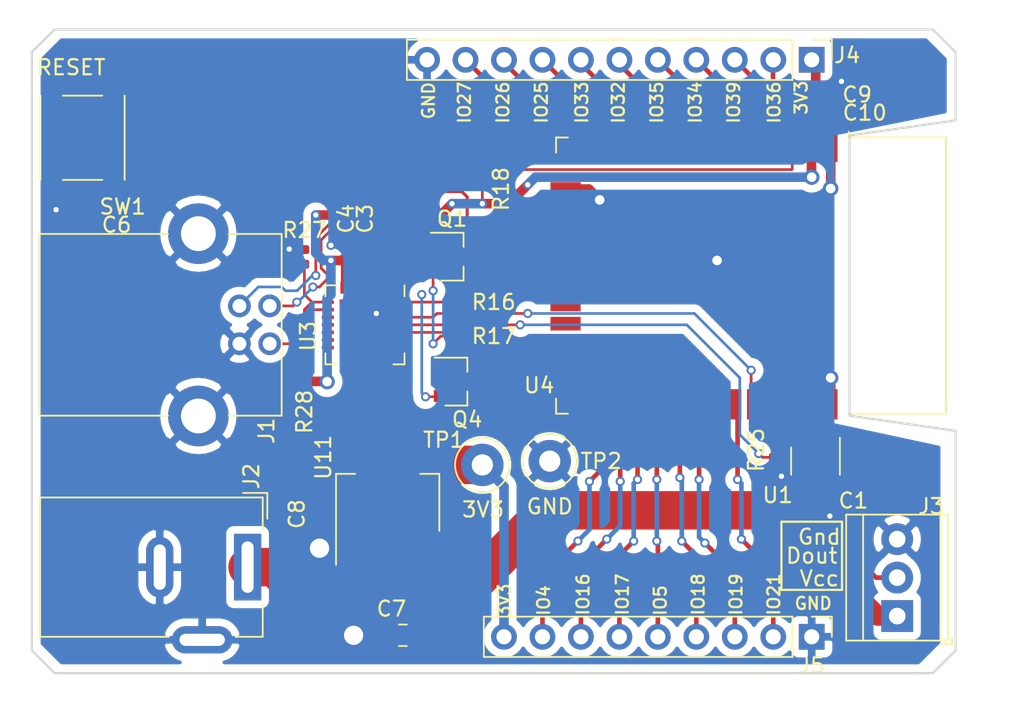
<source format=kicad_pcb>
(kicad_pcb (version 20171130) (host pcbnew "(5.1.6)-1")

  (general
    (thickness 1.6)
    (drawings 47)
    (tracks 328)
    (zones 0)
    (modules 28)
    (nets 66)
  )

  (page A4)
  (layers
    (0 F.Cu mixed)
    (1 Gnd.Cu mixed hide)
    (2 Vcc.Cu mixed hide)
    (31 B.Cu mixed)
    (33 F.Adhes user)
    (35 F.Paste user)
    (36 B.SilkS user)
    (37 F.SilkS user)
    (38 B.Mask user)
    (39 F.Mask user)
    (40 Dwgs.User user)
    (41 Cmts.User user)
    (42 Eco1.User user)
    (43 Eco2.User user)
    (44 Edge.Cuts user)
    (45 Margin user)
    (46 B.CrtYd user)
    (47 F.CrtYd user)
    (49 F.Fab user)
  )

  (setup
    (last_trace_width 0.2032)
    (user_trace_width 0.2032)
    (user_trace_width 0.3048)
    (user_trace_width 0.635)
    (user_trace_width 1.27)
    (user_trace_width 2.54)
    (user_trace_width 5.08)
    (trace_clearance 0.1778)
    (zone_clearance 0.508)
    (zone_45_only no)
    (trace_min 0.0889)
    (via_size 0.6)
    (via_drill 0.35)
    (via_min_size 0.45)
    (via_min_drill 0.3)
    (user_via 1.016 0.635)
    (user_via 2.032 1.27)
    (user_via 4.064 2.54)
    (uvia_size 0.3)
    (uvia_drill 0.1)
    (uvias_allowed no)
    (uvia_min_size 0.2)
    (uvia_min_drill 0.1)
    (edge_width 0.15)
    (segment_width 0.2)
    (pcb_text_width 0.3)
    (pcb_text_size 1.5 1.5)
    (mod_edge_width 0.15)
    (mod_text_size 1 1)
    (mod_text_width 0.15)
    (pad_size 1.7 1.7)
    (pad_drill 1)
    (pad_to_mask_clearance 0.2)
    (aux_axis_origin 0 0)
    (visible_elements FFFFFF7F)
    (pcbplotparams
      (layerselection 0x010f8_ffffffff)
      (usegerberextensions false)
      (usegerberattributes true)
      (usegerberadvancedattributes true)
      (creategerberjobfile true)
      (excludeedgelayer true)
      (linewidth 0.100000)
      (plotframeref false)
      (viasonmask false)
      (mode 1)
      (useauxorigin false)
      (hpglpennumber 1)
      (hpglpenspeed 20)
      (hpglpendiameter 15.000000)
      (psnegative false)
      (psa4output false)
      (plotreference true)
      (plotvalue true)
      (plotinvisibletext false)
      (padsonsilk false)
      (subtractmaskfromsilk false)
      (outputformat 4)
      (mirror false)
      (drillshape 0)
      (scaleselection 1)
      (outputdirectory "doc/"))
  )

  (net 0 "")
  (net 1 GND)
  (net 2 +3V3)
  (net 3 /EN)
  (net 4 +5V)
  (net 5 /USB_RTS)
  (net 6 "Net-(Q1-Pad1)")
  (net 7 /IO0)
  (net 8 /USB_DTR)
  (net 9 "Net-(Q4-Pad1)")
  (net 10 "Net-(R25-Pad2)")
  (net 11 /USB_RX)
  (net 12 "Net-(J1-Pad1)")
  (net 13 "Net-(R28-Pad1)")
  (net 14 "Net-(U3-Pad27)")
  (net 15 /USB_TX)
  (net 16 "Net-(U3-Pad23)")
  (net 17 "Net-(U3-Pad22)")
  (net 18 "Net-(U3-Pad21)")
  (net 19 "Net-(U3-Pad20)")
  (net 20 "Net-(U3-Pad19)")
  (net 21 "Net-(U3-Pad18)")
  (net 22 "Net-(U3-Pad17)")
  (net 23 "Net-(U3-Pad16)")
  (net 24 "Net-(U3-Pad15)")
  (net 25 "Net-(U3-Pad14)")
  (net 26 "Net-(U3-Pad13)")
  (net 27 "Net-(U3-Pad12)")
  (net 28 "Net-(U3-Pad11)")
  (net 29 "Net-(U3-Pad10)")
  (net 30 "Net-(J1-Pad2)")
  (net 31 "Net-(J1-Pad3)")
  (net 32 "Net-(U3-Pad2)")
  (net 33 "Net-(U3-Pad1)")
  (net 34 "Net-(U4-Pad36)")
  (net 35 "Net-(U4-Pad32)")
  (net 36 "Net-(U4-Pad24)")
  (net 37 "Net-(U4-Pad23)")
  (net 38 "Net-(U4-Pad22)")
  (net 39 "Net-(U4-Pad21)")
  (net 40 "Net-(U4-Pad20)")
  (net 41 "Net-(U4-Pad19)")
  (net 42 "Net-(U4-Pad18)")
  (net 43 "Net-(U4-Pad17)")
  (net 44 "Net-(U4-Pad16)")
  (net 45 "Net-(U4-Pad14)")
  (net 46 "Net-(U4-Pad13)")
  (net 47 "Net-(J3-Pad2)")
  (net 48 /DOUT)
  (net 49 "Net-(U1-Pad1)")
  (net 50 /IO27)
  (net 51 /IO26)
  (net 52 /IO25)
  (net 53 /IO33)
  (net 54 /IO32)
  (net 55 /IO35)
  (net 56 /IO34)
  (net 57 /IO39)
  (net 58 /IO36)
  (net 59 /IO4)
  (net 60 /IO16)
  (net 61 /IO17)
  (net 62 /IO5)
  (net 63 /IO18)
  (net 64 /IO19)
  (net 65 /IO21)

  (net_class Default "This is the default net class."
    (clearance 0.1778)
    (trace_width 0.1778)
    (via_dia 0.6)
    (via_drill 0.35)
    (uvia_dia 0.3)
    (uvia_drill 0.1)
    (add_net +3V3)
    (add_net +5V)
    (add_net /DOUT)
    (add_net /EN)
    (add_net /IO0)
    (add_net /IO16)
    (add_net /IO17)
    (add_net /IO18)
    (add_net /IO19)
    (add_net /IO21)
    (add_net /IO25)
    (add_net /IO26)
    (add_net /IO27)
    (add_net /IO32)
    (add_net /IO33)
    (add_net /IO34)
    (add_net /IO35)
    (add_net /IO36)
    (add_net /IO39)
    (add_net /IO4)
    (add_net /IO5)
    (add_net /USB_DTR)
    (add_net /USB_RTS)
    (add_net /USB_RX)
    (add_net /USB_TX)
    (add_net GND)
    (add_net "Net-(J1-Pad1)")
    (add_net "Net-(J1-Pad2)")
    (add_net "Net-(J1-Pad3)")
    (add_net "Net-(J3-Pad2)")
    (add_net "Net-(Q1-Pad1)")
    (add_net "Net-(Q4-Pad1)")
    (add_net "Net-(R25-Pad2)")
    (add_net "Net-(R28-Pad1)")
    (add_net "Net-(U1-Pad1)")
    (add_net "Net-(U3-Pad1)")
    (add_net "Net-(U3-Pad10)")
    (add_net "Net-(U3-Pad11)")
    (add_net "Net-(U3-Pad12)")
    (add_net "Net-(U3-Pad13)")
    (add_net "Net-(U3-Pad14)")
    (add_net "Net-(U3-Pad15)")
    (add_net "Net-(U3-Pad16)")
    (add_net "Net-(U3-Pad17)")
    (add_net "Net-(U3-Pad18)")
    (add_net "Net-(U3-Pad19)")
    (add_net "Net-(U3-Pad2)")
    (add_net "Net-(U3-Pad20)")
    (add_net "Net-(U3-Pad21)")
    (add_net "Net-(U3-Pad22)")
    (add_net "Net-(U3-Pad23)")
    (add_net "Net-(U3-Pad27)")
    (add_net "Net-(U4-Pad13)")
    (add_net "Net-(U4-Pad14)")
    (add_net "Net-(U4-Pad16)")
    (add_net "Net-(U4-Pad17)")
    (add_net "Net-(U4-Pad18)")
    (add_net "Net-(U4-Pad19)")
    (add_net "Net-(U4-Pad20)")
    (add_net "Net-(U4-Pad21)")
    (add_net "Net-(U4-Pad22)")
    (add_net "Net-(U4-Pad23)")
    (add_net "Net-(U4-Pad24)")
    (add_net "Net-(U4-Pad32)")
    (add_net "Net-(U4-Pad36)")
  )

  (net_class "Antenna feed" ""
    (clearance 0.2032)
    (trace_width 0.29337)
    (via_dia 0.6)
    (via_drill 0.35)
    (uvia_dia 0.3)
    (uvia_drill 0.1)
  )

  (module RF_Module:ESP32-WROOM-32 (layer F.Cu) (tedit 5B5B4654) (tstamp 6011C2FA)
    (at 123.5 55.75 270)
    (descr "Single 2.4 GHz Wi-Fi and Bluetooth combo chip https://www.espressif.com/sites/default/files/documentation/esp32-wroom-32_datasheet_en.pdf")
    (tags "Single 2.4 GHz Wi-Fi and Bluetooth combo  chip")
    (path /5FB58B5F)
    (attr smd)
    (fp_text reference U4 (at 7.25 11) (layer F.SilkS)
      (effects (font (size 1 1) (thickness 0.15)))
    )
    (fp_text value ESP32-WROOM-32 (at 0 11.5 90) (layer F.Fab)
      (effects (font (size 1 1) (thickness 0.15)))
    )
    (fp_text user "5 mm" (at 7.8 -19.075) (layer Cmts.User)
      (effects (font (size 0.5 0.5) (thickness 0.1)))
    )
    (fp_text user "5 mm" (at -11.2 -14.375 90) (layer Cmts.User)
      (effects (font (size 0.5 0.5) (thickness 0.1)))
    )
    (fp_text user "5 mm" (at 11.8 -14.375 90) (layer Cmts.User)
      (effects (font (size 0.5 0.5) (thickness 0.1)))
    )
    (fp_text user Antenna (at 0 -13 90) (layer Cmts.User)
      (effects (font (size 1 1) (thickness 0.15)))
    )
    (fp_text user "KEEP-OUT ZONE" (at 0 -19 90) (layer Cmts.User)
      (effects (font (size 1 1) (thickness 0.15)))
    )
    (fp_text user %R (at 0 0 90) (layer F.Fab)
      (effects (font (size 1 1) (thickness 0.15)))
    )
    (fp_line (start -14 -9.97) (end -14 -20.75) (layer Dwgs.User) (width 0.1))
    (fp_line (start 9 9.76) (end 9 -15.745) (layer F.Fab) (width 0.1))
    (fp_line (start -9 9.76) (end 9 9.76) (layer F.Fab) (width 0.1))
    (fp_line (start -9 -15.745) (end -9 -10.02) (layer F.Fab) (width 0.1))
    (fp_line (start -9 -15.745) (end 9 -15.745) (layer F.Fab) (width 0.1))
    (fp_line (start -9.75 10.5) (end -9.75 -9.72) (layer F.CrtYd) (width 0.05))
    (fp_line (start -9.75 10.5) (end 9.75 10.5) (layer F.CrtYd) (width 0.05))
    (fp_line (start 9.75 -9.72) (end 9.75 10.5) (layer F.CrtYd) (width 0.05))
    (fp_line (start -14.25 -21) (end 14.25 -21) (layer F.CrtYd) (width 0.05))
    (fp_line (start -9 -9.02) (end -9 9.76) (layer F.Fab) (width 0.1))
    (fp_line (start -8.5 -9.52) (end -9 -10.02) (layer F.Fab) (width 0.1))
    (fp_line (start -9 -9.02) (end -8.5 -9.52) (layer F.Fab) (width 0.1))
    (fp_line (start 14 -9.97) (end -14 -9.97) (layer Dwgs.User) (width 0.1))
    (fp_line (start 14 -9.97) (end 14 -20.75) (layer Dwgs.User) (width 0.1))
    (fp_line (start 14 -20.75) (end -14 -20.75) (layer Dwgs.User) (width 0.1))
    (fp_line (start -14.25 -21) (end -14.25 -9.72) (layer F.CrtYd) (width 0.05))
    (fp_line (start 14.25 -21) (end 14.25 -9.72) (layer F.CrtYd) (width 0.05))
    (fp_line (start -14.25 -9.72) (end -9.75 -9.72) (layer F.CrtYd) (width 0.05))
    (fp_line (start 9.75 -9.72) (end 14.25 -9.72) (layer F.CrtYd) (width 0.05))
    (fp_line (start -12.525 -20.75) (end -14 -19.66) (layer Dwgs.User) (width 0.1))
    (fp_line (start -10.525 -20.75) (end -14 -18.045) (layer Dwgs.User) (width 0.1))
    (fp_line (start -8.525 -20.75) (end -14 -16.43) (layer Dwgs.User) (width 0.1))
    (fp_line (start -6.525 -20.75) (end -14 -14.815) (layer Dwgs.User) (width 0.1))
    (fp_line (start -4.525 -20.75) (end -14 -13.2) (layer Dwgs.User) (width 0.1))
    (fp_line (start -2.525 -20.75) (end -14 -11.585) (layer Dwgs.User) (width 0.1))
    (fp_line (start -0.525 -20.75) (end -14 -9.97) (layer Dwgs.User) (width 0.1))
    (fp_line (start 1.475 -20.75) (end -12 -9.97) (layer Dwgs.User) (width 0.1))
    (fp_line (start 3.475 -20.75) (end -10 -9.97) (layer Dwgs.User) (width 0.1))
    (fp_line (start -8 -9.97) (end 5.475 -20.75) (layer Dwgs.User) (width 0.1))
    (fp_line (start 7.475 -20.75) (end -6 -9.97) (layer Dwgs.User) (width 0.1))
    (fp_line (start 9.475 -20.75) (end -4 -9.97) (layer Dwgs.User) (width 0.1))
    (fp_line (start 11.475 -20.75) (end -2 -9.97) (layer Dwgs.User) (width 0.1))
    (fp_line (start 13.475 -20.75) (end 0 -9.97) (layer Dwgs.User) (width 0.1))
    (fp_line (start 14 -19.66) (end 2 -9.97) (layer Dwgs.User) (width 0.1))
    (fp_line (start 14 -18.045) (end 4 -9.97) (layer Dwgs.User) (width 0.1))
    (fp_line (start 14 -16.43) (end 6 -9.97) (layer Dwgs.User) (width 0.1))
    (fp_line (start 14 -14.815) (end 8 -9.97) (layer Dwgs.User) (width 0.1))
    (fp_line (start 14 -13.2) (end 10 -9.97) (layer Dwgs.User) (width 0.1))
    (fp_line (start 14 -11.585) (end 12 -9.97) (layer Dwgs.User) (width 0.1))
    (fp_line (start 9.2 -13.875) (end 13.8 -13.875) (layer Cmts.User) (width 0.1))
    (fp_line (start 13.8 -13.875) (end 13.6 -14.075) (layer Cmts.User) (width 0.1))
    (fp_line (start 13.8 -13.875) (end 13.6 -13.675) (layer Cmts.User) (width 0.1))
    (fp_line (start 9.2 -13.875) (end 9.4 -14.075) (layer Cmts.User) (width 0.1))
    (fp_line (start 9.2 -13.875) (end 9.4 -13.675) (layer Cmts.User) (width 0.1))
    (fp_line (start -13.8 -13.875) (end -13.6 -14.075) (layer Cmts.User) (width 0.1))
    (fp_line (start -13.8 -13.875) (end -13.6 -13.675) (layer Cmts.User) (width 0.1))
    (fp_line (start -9.2 -13.875) (end -9.4 -13.675) (layer Cmts.User) (width 0.1))
    (fp_line (start -13.8 -13.875) (end -9.2 -13.875) (layer Cmts.User) (width 0.1))
    (fp_line (start -9.2 -13.875) (end -9.4 -14.075) (layer Cmts.User) (width 0.1))
    (fp_line (start 8.4 -16) (end 8.2 -16.2) (layer Cmts.User) (width 0.1))
    (fp_line (start 8.4 -16) (end 8.6 -16.2) (layer Cmts.User) (width 0.1))
    (fp_line (start 8.4 -20.6) (end 8.6 -20.4) (layer Cmts.User) (width 0.1))
    (fp_line (start 8.4 -16) (end 8.4 -20.6) (layer Cmts.User) (width 0.1))
    (fp_line (start 8.4 -20.6) (end 8.2 -20.4) (layer Cmts.User) (width 0.1))
    (fp_line (start -9.12 9.1) (end -9.12 9.88) (layer F.SilkS) (width 0.12))
    (fp_line (start -9.12 9.88) (end -8.12 9.88) (layer F.SilkS) (width 0.12))
    (fp_line (start 9.12 9.1) (end 9.12 9.88) (layer F.SilkS) (width 0.12))
    (fp_line (start 9.12 9.88) (end 8.12 9.88) (layer F.SilkS) (width 0.12))
    (fp_line (start -9.12 -15.865) (end 9.12 -15.865) (layer F.SilkS) (width 0.12))
    (fp_line (start 9.12 -15.865) (end 9.12 -9.445) (layer F.SilkS) (width 0.12))
    (fp_line (start -9.12 -15.865) (end -9.12 -9.445) (layer F.SilkS) (width 0.12))
    (fp_line (start -9.12 -9.445) (end -9.5 -9.445) (layer F.SilkS) (width 0.12))
    (pad 38 smd rect (at 8.5 -8.255 270) (size 2 0.9) (layers F.Cu F.Paste F.Mask)
      (net 1 GND))
    (pad 37 smd rect (at 8.5 -6.985 270) (size 2 0.9) (layers F.Cu F.Paste F.Mask)
      (net 48 /DOUT))
    (pad 36 smd rect (at 8.5 -5.715 270) (size 2 0.9) (layers F.Cu F.Paste F.Mask)
      (net 34 "Net-(U4-Pad36)"))
    (pad 35 smd rect (at 8.5 -4.445 270) (size 2 0.9) (layers F.Cu F.Paste F.Mask)
      (net 10 "Net-(R25-Pad2)"))
    (pad 34 smd rect (at 8.5 -3.175 270) (size 2 0.9) (layers F.Cu F.Paste F.Mask)
      (net 15 /USB_TX))
    (pad 33 smd rect (at 8.5 -1.905 270) (size 2 0.9) (layers F.Cu F.Paste F.Mask)
      (net 65 /IO21))
    (pad 32 smd rect (at 8.5 -0.635 270) (size 2 0.9) (layers F.Cu F.Paste F.Mask)
      (net 35 "Net-(U4-Pad32)"))
    (pad 31 smd rect (at 8.5 0.635 270) (size 2 0.9) (layers F.Cu F.Paste F.Mask)
      (net 64 /IO19))
    (pad 30 smd rect (at 8.5 1.905 270) (size 2 0.9) (layers F.Cu F.Paste F.Mask)
      (net 63 /IO18))
    (pad 29 smd rect (at 8.5 3.175 270) (size 2 0.9) (layers F.Cu F.Paste F.Mask)
      (net 62 /IO5))
    (pad 28 smd rect (at 8.5 4.445 270) (size 2 0.9) (layers F.Cu F.Paste F.Mask)
      (net 61 /IO17))
    (pad 27 smd rect (at 8.5 5.715 270) (size 2 0.9) (layers F.Cu F.Paste F.Mask)
      (net 60 /IO16))
    (pad 26 smd rect (at 8.5 6.985 270) (size 2 0.9) (layers F.Cu F.Paste F.Mask)
      (net 59 /IO4))
    (pad 25 smd rect (at 8.5 8.255 270) (size 2 0.9) (layers F.Cu F.Paste F.Mask)
      (net 7 /IO0))
    (pad 24 smd rect (at 5.715 9.255) (size 2 0.9) (layers F.Cu F.Paste F.Mask)
      (net 36 "Net-(U4-Pad24)"))
    (pad 23 smd rect (at 4.445 9.255) (size 2 0.9) (layers F.Cu F.Paste F.Mask)
      (net 37 "Net-(U4-Pad23)"))
    (pad 22 smd rect (at 3.175 9.255) (size 2 0.9) (layers F.Cu F.Paste F.Mask)
      (net 38 "Net-(U4-Pad22)"))
    (pad 21 smd rect (at 1.905 9.255) (size 2 0.9) (layers F.Cu F.Paste F.Mask)
      (net 39 "Net-(U4-Pad21)"))
    (pad 20 smd rect (at 0.635 9.255) (size 2 0.9) (layers F.Cu F.Paste F.Mask)
      (net 40 "Net-(U4-Pad20)"))
    (pad 19 smd rect (at -0.635 9.255) (size 2 0.9) (layers F.Cu F.Paste F.Mask)
      (net 41 "Net-(U4-Pad19)"))
    (pad 18 smd rect (at -1.905 9.255) (size 2 0.9) (layers F.Cu F.Paste F.Mask)
      (net 42 "Net-(U4-Pad18)"))
    (pad 17 smd rect (at -3.175 9.255) (size 2 0.9) (layers F.Cu F.Paste F.Mask)
      (net 43 "Net-(U4-Pad17)"))
    (pad 16 smd rect (at -4.445 9.255) (size 2 0.9) (layers F.Cu F.Paste F.Mask)
      (net 44 "Net-(U4-Pad16)"))
    (pad 15 smd rect (at -5.715 9.255) (size 2 0.9) (layers F.Cu F.Paste F.Mask)
      (net 1 GND))
    (pad 14 smd rect (at -8.5 8.255 270) (size 2 0.9) (layers F.Cu F.Paste F.Mask)
      (net 45 "Net-(U4-Pad14)"))
    (pad 13 smd rect (at -8.5 6.985 270) (size 2 0.9) (layers F.Cu F.Paste F.Mask)
      (net 46 "Net-(U4-Pad13)"))
    (pad 12 smd rect (at -8.5 5.715 270) (size 2 0.9) (layers F.Cu F.Paste F.Mask)
      (net 50 /IO27))
    (pad 11 smd rect (at -8.5 4.445 270) (size 2 0.9) (layers F.Cu F.Paste F.Mask)
      (net 51 /IO26))
    (pad 10 smd rect (at -8.5 3.175 270) (size 2 0.9) (layers F.Cu F.Paste F.Mask)
      (net 52 /IO25))
    (pad 9 smd rect (at -8.5 1.905 270) (size 2 0.9) (layers F.Cu F.Paste F.Mask)
      (net 53 /IO33))
    (pad 8 smd rect (at -8.5 0.635 270) (size 2 0.9) (layers F.Cu F.Paste F.Mask)
      (net 54 /IO32))
    (pad 7 smd rect (at -8.5 -0.635 270) (size 2 0.9) (layers F.Cu F.Paste F.Mask)
      (net 55 /IO35))
    (pad 6 smd rect (at -8.5 -1.905 270) (size 2 0.9) (layers F.Cu F.Paste F.Mask)
      (net 56 /IO34))
    (pad 5 smd rect (at -8.5 -3.175 270) (size 2 0.9) (layers F.Cu F.Paste F.Mask)
      (net 57 /IO39))
    (pad 4 smd rect (at -8.5 -4.445 270) (size 2 0.9) (layers F.Cu F.Paste F.Mask)
      (net 58 /IO36))
    (pad 3 smd rect (at -8.5 -5.715 270) (size 2 0.9) (layers F.Cu F.Paste F.Mask)
      (net 3 /EN))
    (pad 2 smd rect (at -8.5 -6.985 270) (size 2 0.9) (layers F.Cu F.Paste F.Mask)
      (net 2 +3V3))
    (pad 1 smd rect (at -8.5 -8.255 270) (size 2 0.9) (layers F.Cu F.Paste F.Mask)
      (net 1 GND))
    (pad 39 smd rect (at -1 -0.755 270) (size 5 5) (layers F.Cu F.Paste F.Mask)
      (net 1 GND))
    (model ${KISYS3DMOD}/RF_Module.3dshapes/ESP32-WROOM-32.wrl
      (at (xyz 0 0 0))
      (scale (xyz 1 1 1))
      (rotate (xyz 0 0 0))
    )
  )

  (module TestPoint:TestPoint_Loop_D3.50mm_Drill1.4mm_Beaded (layer F.Cu) (tedit 5A0F774F) (tstamp 601088BF)
    (at 113.2 68)
    (descr "wire loop with bead as test point, loop diameter 3.5mm, hole diameter 1.4mm")
    (tags "test point wire loop bead")
    (path /60BD6BF4)
    (fp_text reference TP2 (at 3.4 0) (layer F.SilkS)
      (effects (font (size 1 1) (thickness 0.15)))
    )
    (fp_text value TestPoint (at 0 -2.8) (layer F.Fab)
      (effects (font (size 1 1) (thickness 0.15)))
    )
    (fp_text user %R (at 0.7 2.5) (layer F.Fab)
      (effects (font (size 1 1) (thickness 0.15)))
    )
    (fp_line (start -1.6 -0.3) (end -1.6 0.3) (layer F.Fab) (width 0.12))
    (fp_line (start -1.6 0.3) (end 1.6 0.3) (layer F.Fab) (width 0.12))
    (fp_line (start 1.6 0.3) (end 1.6 -0.3) (layer F.Fab) (width 0.12))
    (fp_line (start 1.6 -0.3) (end -1.6 -0.3) (layer F.Fab) (width 0.12))
    (fp_circle (center 0 0) (end 2.1 0) (layer F.CrtYd) (width 0.05))
    (fp_circle (center 0 0) (end 1.8 0) (layer F.SilkS) (width 0.12))
    (fp_circle (center 0 0) (end 1.5 0) (layer F.Fab) (width 0.12))
    (pad 1 thru_hole circle (at 0 0) (size 2.8 2.8) (drill 1.4) (layers *.Cu *.Mask)
      (net 1 GND))
    (model ${KISYS3DMOD}/TestPoint.3dshapes/TestPoint_Loop_D3.50mm_Drill1.4mm_Beaded.wrl
      (at (xyz 0 0 0))
      (scale (xyz 1 1 1))
      (rotate (xyz 0 0 0))
    )
  )

  (module Connector_PinHeader_2.54mm:PinHeader_1x09_P2.54mm_Vertical (layer F.Cu) (tedit 59FED5CC) (tstamp 6011A8BE)
    (at 130.5 79.6 270)
    (descr "Through hole straight pin header, 1x09, 2.54mm pitch, single row")
    (tags "Through hole pin header THT 1x09 2.54mm single row")
    (path /6027347C)
    (fp_text reference J5 (at 1.9 0 180) (layer F.SilkS)
      (effects (font (size 1 1) (thickness 0.15)))
    )
    (fp_text value CONN_01X09 (at 3.4 11.5 180) (layer F.Fab)
      (effects (font (size 1 1) (thickness 0.15)))
    )
    (fp_text user %R (at 0 10.16) (layer F.Fab)
      (effects (font (size 1 1) (thickness 0.15)))
    )
    (fp_line (start -0.635 -1.27) (end 1.27 -1.27) (layer F.Fab) (width 0.1))
    (fp_line (start 1.27 -1.27) (end 1.27 21.59) (layer F.Fab) (width 0.1))
    (fp_line (start 1.27 21.59) (end -1.27 21.59) (layer F.Fab) (width 0.1))
    (fp_line (start -1.27 21.59) (end -1.27 -0.635) (layer F.Fab) (width 0.1))
    (fp_line (start -1.27 -0.635) (end -0.635 -1.27) (layer F.Fab) (width 0.1))
    (fp_line (start -1.33 21.65) (end 1.33 21.65) (layer F.SilkS) (width 0.12))
    (fp_line (start -1.33 1.27) (end -1.33 21.65) (layer F.SilkS) (width 0.12))
    (fp_line (start 1.33 1.27) (end 1.33 21.65) (layer F.SilkS) (width 0.12))
    (fp_line (start -1.33 1.27) (end 1.33 1.27) (layer F.SilkS) (width 0.12))
    (fp_line (start -1.33 0) (end -1.33 -1.33) (layer F.SilkS) (width 0.12))
    (fp_line (start -1.33 -1.33) (end 0 -1.33) (layer F.SilkS) (width 0.12))
    (fp_line (start -1.8 -1.8) (end -1.8 22.1) (layer F.CrtYd) (width 0.05))
    (fp_line (start -1.8 22.1) (end 1.8 22.1) (layer F.CrtYd) (width 0.05))
    (fp_line (start 1.8 22.1) (end 1.8 -1.8) (layer F.CrtYd) (width 0.05))
    (fp_line (start 1.8 -1.8) (end -1.8 -1.8) (layer F.CrtYd) (width 0.05))
    (pad 9 thru_hole oval (at 0 20.32 270) (size 1.7 1.7) (drill 1) (layers *.Cu *.Mask)
      (net 2 +3V3))
    (pad 8 thru_hole oval (at 0 17.78 270) (size 1.7 1.7) (drill 1) (layers *.Cu *.Mask)
      (net 59 /IO4))
    (pad 7 thru_hole oval (at 0 15.24 270) (size 1.7 1.7) (drill 1) (layers *.Cu *.Mask)
      (net 60 /IO16))
    (pad 6 thru_hole oval (at 0 12.7 270) (size 1.7 1.7) (drill 1) (layers *.Cu *.Mask)
      (net 61 /IO17))
    (pad 5 thru_hole oval (at 0 10.16 270) (size 1.7 1.7) (drill 1) (layers *.Cu *.Mask)
      (net 62 /IO5))
    (pad 4 thru_hole oval (at 0 7.62 270) (size 1.7 1.7) (drill 1) (layers *.Cu *.Mask)
      (net 63 /IO18))
    (pad 3 thru_hole oval (at 0 5.08 270) (size 1.7 1.7) (drill 1) (layers *.Cu *.Mask)
      (net 64 /IO19))
    (pad 2 thru_hole oval (at 0 2.54 270) (size 1.7 1.7) (drill 1) (layers *.Cu *.Mask)
      (net 65 /IO21))
    (pad 1 thru_hole rect (at 0 0 270) (size 1.7 1.7) (drill 1) (layers *.Cu *.Mask)
      (net 1 GND))
    (model ${KISYS3DMOD}/Connector_PinHeader_2.54mm.3dshapes/PinHeader_1x09_P2.54mm_Vertical.wrl
      (at (xyz 0 0 0))
      (scale (xyz 1 1 1))
      (rotate (xyz 0 0 0))
    )
  )

  (module Capacitor_SMD:C_0402_1005Metric (layer F.Cu) (tedit 5B301BBE) (tstamp 601087CD)
    (at 82.353 51.649 180)
    (descr "Capacitor SMD 0402 (1005 Metric), square (rectangular) end terminal, IPC_7351 nominal, (Body size source: http://www.tortai-tech.com/upload/download/2011102023233369053.pdf), generated with kicad-footprint-generator")
    (tags capacitor)
    (path /5F220F22)
    (attr smd)
    (fp_text reference C6 (at -2.247 -0.751) (layer F.SilkS)
      (effects (font (size 1 1) (thickness 0.15)))
    )
    (fp_text value 4.7uF (at 0 1.17) (layer F.Fab)
      (effects (font (size 1 1) (thickness 0.15)))
    )
    (fp_text user %R (at -0.05 0.26) (layer F.Fab)
      (effects (font (size 0.25 0.25) (thickness 0.04)))
    )
    (fp_line (start -0.5 0.25) (end -0.5 -0.25) (layer F.Fab) (width 0.1))
    (fp_line (start -0.5 -0.25) (end 0.5 -0.25) (layer F.Fab) (width 0.1))
    (fp_line (start 0.5 -0.25) (end 0.5 0.25) (layer F.Fab) (width 0.1))
    (fp_line (start 0.5 0.25) (end -0.5 0.25) (layer F.Fab) (width 0.1))
    (fp_line (start -0.93 0.47) (end -0.93 -0.47) (layer F.CrtYd) (width 0.05))
    (fp_line (start -0.93 -0.47) (end 0.93 -0.47) (layer F.CrtYd) (width 0.05))
    (fp_line (start 0.93 -0.47) (end 0.93 0.47) (layer F.CrtYd) (width 0.05))
    (fp_line (start 0.93 0.47) (end -0.93 0.47) (layer F.CrtYd) (width 0.05))
    (pad 2 smd roundrect (at 0.485 0 180) (size 0.59 0.64) (layers F.Cu F.Paste F.Mask) (roundrect_rratio 0.25)
      (net 1 GND))
    (pad 1 smd roundrect (at -0.485 0 180) (size 0.59 0.64) (layers F.Cu F.Paste F.Mask) (roundrect_rratio 0.25)
      (net 3 /EN))
    (model ${KISYS3DMOD}/Capacitor_SMD.3dshapes/C_0402_1005Metric.wrl
      (at (xyz 0 0 0))
      (scale (xyz 1 1 1))
      (rotate (xyz 0 0 0))
    )
  )

  (module Switch:SW_Push_1P1T_NO_5.1x5.1mm (layer F.Cu) (tedit 5D7EBD0B) (tstamp 601088A5)
    (at 82.353 46.649 270)
    (descr "tactile push button, 6x6mm e.g. PTS645xx series, height=9.5mm")
    (tags "tact sw push 6mm smd")
    (path /5F220F1B)
    (attr smd)
    (fp_text reference SW1 (at 4.551 -2.647 180) (layer F.SilkS)
      (effects (font (size 1 1) (thickness 0.15)))
    )
    (fp_text value SW_Push (at 0 4.15 90) (layer F.Fab)
      (effects (font (size 1 1) (thickness 0.15)))
    )
    (fp_text user %R (at 0 -4.05 90) (layer F.Fab)
      (effects (font (size 1 1) (thickness 0.15)))
    )
    (fp_line (start -2.55 -2.55) (end -2.55 2.55) (layer F.Fab) (width 0.1))
    (fp_line (start -2.55 2.55) (end 2.55 2.55) (layer F.Fab) (width 0.1))
    (fp_line (start 2.55 2.55) (end 2.55 -2.55) (layer F.Fab) (width 0.1))
    (fp_line (start 2.55 -2.55) (end -2.55 -2.55) (layer F.Fab) (width 0.1))
    (fp_line (start 3.75 2.8) (end 3.75 -2.8) (layer F.CrtYd) (width 0.05))
    (fp_line (start -3.75 -2.8) (end -3.75 2.8) (layer F.CrtYd) (width 0.05))
    (fp_line (start -3.75 2.8) (end 3.75 2.8) (layer F.CrtYd) (width 0.05))
    (fp_line (start -3.75 -2.8) (end 3.75 -2.8) (layer F.CrtYd) (width 0.05))
    (fp_line (start 2.78 -1.3) (end 2.78 1.3) (layer F.SilkS) (width 0.12))
    (fp_line (start -2.78 -2.78) (end 2.78 -2.78) (layer F.SilkS) (width 0.12))
    (fp_line (start -2.78 -1.3) (end -2.78 1.3) (layer F.SilkS) (width 0.12))
    (fp_line (start -2.78 2.78) (end 2.78 2.78) (layer F.SilkS) (width 0.12))
    (fp_circle (center 0 0) (end 1.75 -0.05) (layer F.Fab) (width 0.1))
    (pad 2 smd rect (at 3 1.875 270) (size 1 0.75) (layers F.Cu F.Paste F.Mask)
      (net 1 GND))
    (pad 1 smd rect (at 3 -1.875 270) (size 1 0.75) (layers F.Cu F.Paste F.Mask)
      (net 3 /EN))
    (pad 1 smd rect (at -3 -1.875 270) (size 1 0.75) (layers F.Cu F.Paste F.Mask)
      (net 3 /EN))
    (pad 2 smd rect (at -3 1.875 270) (size 1 0.75) (layers F.Cu F.Paste F.Mask)
      (net 1 GND))
    (model ${KISYS3DMOD}/Button_Switch_SMD.3dshapes/SW_PUSH_6mm_H9.5mm.wrl
      (at (xyz 0 0 0))
      (scale (xyz 1 1 1))
      (rotate (xyz 0 0 0))
    )
  )

  (module Connector_PinHeader_2.54mm:PinHeader_1x11_P2.54mm_Vertical (layer F.Cu) (tedit 59FED5CC) (tstamp 601184D7)
    (at 130.5 41.5 270)
    (descr "Through hole straight pin header, 1x11, 2.54mm pitch, single row")
    (tags "Through hole pin header THT 1x11 2.54mm single row")
    (path /60217719)
    (fp_text reference J4 (at -0.3 -2.342 180) (layer F.SilkS)
      (effects (font (size 1 1) (thickness 0.15)))
    )
    (fp_text value CONN_01X11 (at -3.1 14.3 180) (layer F.Fab)
      (effects (font (size 1 1) (thickness 0.15)))
    )
    (fp_text user %R (at 0 12.7) (layer F.Fab)
      (effects (font (size 1 1) (thickness 0.15)))
    )
    (fp_line (start -0.635 -1.27) (end 1.27 -1.27) (layer F.Fab) (width 0.1))
    (fp_line (start 1.27 -1.27) (end 1.27 26.67) (layer F.Fab) (width 0.1))
    (fp_line (start 1.27 26.67) (end -1.27 26.67) (layer F.Fab) (width 0.1))
    (fp_line (start -1.27 26.67) (end -1.27 -0.635) (layer F.Fab) (width 0.1))
    (fp_line (start -1.27 -0.635) (end -0.635 -1.27) (layer F.Fab) (width 0.1))
    (fp_line (start -1.33 26.73) (end 1.33 26.73) (layer F.SilkS) (width 0.12))
    (fp_line (start -1.33 1.27) (end -1.33 26.73) (layer F.SilkS) (width 0.12))
    (fp_line (start 1.33 1.27) (end 1.33 26.73) (layer F.SilkS) (width 0.12))
    (fp_line (start -1.33 1.27) (end 1.33 1.27) (layer F.SilkS) (width 0.12))
    (fp_line (start -1.33 0) (end -1.33 -1.33) (layer F.SilkS) (width 0.12))
    (fp_line (start -1.33 -1.33) (end 0 -1.33) (layer F.SilkS) (width 0.12))
    (fp_line (start -1.8 -1.8) (end -1.8 27.2) (layer F.CrtYd) (width 0.05))
    (fp_line (start -1.8 27.2) (end 1.8 27.2) (layer F.CrtYd) (width 0.05))
    (fp_line (start 1.8 27.2) (end 1.8 -1.8) (layer F.CrtYd) (width 0.05))
    (fp_line (start 1.8 -1.8) (end -1.8 -1.8) (layer F.CrtYd) (width 0.05))
    (pad 11 thru_hole oval (at 0 25.4 270) (size 1.7 1.7) (drill 1) (layers *.Cu *.Mask)
      (net 1 GND))
    (pad 10 thru_hole oval (at 0 22.86 270) (size 1.7 1.7) (drill 1) (layers *.Cu *.Mask)
      (net 50 /IO27))
    (pad 9 thru_hole oval (at 0 20.32 270) (size 1.7 1.7) (drill 1) (layers *.Cu *.Mask)
      (net 51 /IO26))
    (pad 8 thru_hole oval (at 0 17.78 270) (size 1.7 1.7) (drill 1) (layers *.Cu *.Mask)
      (net 52 /IO25))
    (pad 7 thru_hole oval (at 0 15.24 270) (size 1.7 1.7) (drill 1) (layers *.Cu *.Mask)
      (net 53 /IO33))
    (pad 6 thru_hole oval (at 0 12.7 270) (size 1.7 1.7) (drill 1) (layers *.Cu *.Mask)
      (net 54 /IO32))
    (pad 5 thru_hole oval (at 0 10.16 270) (size 1.7 1.7) (drill 1) (layers *.Cu *.Mask)
      (net 55 /IO35))
    (pad 4 thru_hole oval (at 0 7.62 270) (size 1.7 1.7) (drill 1) (layers *.Cu *.Mask)
      (net 56 /IO34))
    (pad 3 thru_hole oval (at 0 5.08 270) (size 1.7 1.7) (drill 1) (layers *.Cu *.Mask)
      (net 57 /IO39))
    (pad 2 thru_hole oval (at 0 2.54 270) (size 1.7 1.7) (drill 1) (layers *.Cu *.Mask)
      (net 58 /IO36))
    (pad 1 thru_hole rect (at 0 0 270) (size 1.7 1.7) (drill 1) (layers *.Cu *.Mask)
      (net 2 +3V3))
    (model ${KISYS3DMOD}/Connector_PinHeader_2.54mm.3dshapes/PinHeader_1x11_P2.54mm_Vertical.wrl
      (at (xyz 0 0 0))
      (scale (xyz 1 1 1))
      (rotate (xyz 0 0 0))
    )
  )

  (module Capacitor_SMD:C_0402_1005Metric (layer F.Cu) (tedit 5B301BBE) (tstamp 60116C54)
    (at 131.191 70.612)
    (descr "Capacitor SMD 0402 (1005 Metric), square (rectangular) end terminal, IPC_7351 nominal, (Body size source: http://www.tortai-tech.com/upload/download/2011102023233369053.pdf), generated with kicad-footprint-generator")
    (tags capacitor)
    (path /601E8560)
    (attr smd)
    (fp_text reference C1 (at 2.059 0) (layer F.SilkS)
      (effects (font (size 1 1) (thickness 0.15)))
    )
    (fp_text value 1uF (at 0 1.17) (layer F.Fab)
      (effects (font (size 1 1) (thickness 0.15)))
    )
    (fp_text user %R (at 0 0) (layer F.Fab)
      (effects (font (size 0.25 0.25) (thickness 0.04)))
    )
    (fp_line (start -0.5 0.25) (end -0.5 -0.25) (layer F.Fab) (width 0.1))
    (fp_line (start -0.5 -0.25) (end 0.5 -0.25) (layer F.Fab) (width 0.1))
    (fp_line (start 0.5 -0.25) (end 0.5 0.25) (layer F.Fab) (width 0.1))
    (fp_line (start 0.5 0.25) (end -0.5 0.25) (layer F.Fab) (width 0.1))
    (fp_line (start -0.93 0.47) (end -0.93 -0.47) (layer F.CrtYd) (width 0.05))
    (fp_line (start -0.93 -0.47) (end 0.93 -0.47) (layer F.CrtYd) (width 0.05))
    (fp_line (start 0.93 -0.47) (end 0.93 0.47) (layer F.CrtYd) (width 0.05))
    (fp_line (start 0.93 0.47) (end -0.93 0.47) (layer F.CrtYd) (width 0.05))
    (pad 2 smd roundrect (at 0.485 0) (size 0.59 0.64) (layers F.Cu F.Paste F.Mask) (roundrect_rratio 0.25)
      (net 1 GND))
    (pad 1 smd roundrect (at -0.485 0) (size 0.59 0.64) (layers F.Cu F.Paste F.Mask) (roundrect_rratio 0.25)
      (net 4 +5V))
    (model ${KISYS3DMOD}/Capacitor_SMD.3dshapes/C_0402_1005Metric.wrl
      (at (xyz 0 0 0))
      (scale (xyz 1 1 1))
      (rotate (xyz 0 0 0))
    )
  )

  (module Package_TO_SOT_SMD:SOT-23-5 (layer F.Cu) (tedit 5A02FF57) (tstamp 60116F1F)
    (at 130.75 68 270)
    (descr "5-pin SOT23 package")
    (tags SOT-23-5)
    (path /601D5F3E)
    (attr smd)
    (fp_text reference U1 (at 2.25 2.5 180) (layer F.SilkS)
      (effects (font (size 1 1) (thickness 0.15)))
    )
    (fp_text value MCP1415 (at 0 2.9 90) (layer F.Fab)
      (effects (font (size 1 1) (thickness 0.15)))
    )
    (fp_text user %R (at 0 0) (layer F.Fab)
      (effects (font (size 0.5 0.5) (thickness 0.075)))
    )
    (fp_line (start -0.9 1.61) (end 0.9 1.61) (layer F.SilkS) (width 0.12))
    (fp_line (start 0.9 -1.61) (end -1.55 -1.61) (layer F.SilkS) (width 0.12))
    (fp_line (start -1.9 -1.8) (end 1.9 -1.8) (layer F.CrtYd) (width 0.05))
    (fp_line (start 1.9 -1.8) (end 1.9 1.8) (layer F.CrtYd) (width 0.05))
    (fp_line (start 1.9 1.8) (end -1.9 1.8) (layer F.CrtYd) (width 0.05))
    (fp_line (start -1.9 1.8) (end -1.9 -1.8) (layer F.CrtYd) (width 0.05))
    (fp_line (start -0.9 -0.9) (end -0.25 -1.55) (layer F.Fab) (width 0.1))
    (fp_line (start 0.9 -1.55) (end -0.25 -1.55) (layer F.Fab) (width 0.1))
    (fp_line (start -0.9 -0.9) (end -0.9 1.55) (layer F.Fab) (width 0.1))
    (fp_line (start 0.9 1.55) (end -0.9 1.55) (layer F.Fab) (width 0.1))
    (fp_line (start 0.9 -1.55) (end 0.9 1.55) (layer F.Fab) (width 0.1))
    (pad 5 smd rect (at 1.1 -0.95 270) (size 1.06 0.65) (layers F.Cu F.Paste F.Mask)
      (net 47 "Net-(J3-Pad2)"))
    (pad 4 smd rect (at 1.1 0.95 270) (size 1.06 0.65) (layers F.Cu F.Paste F.Mask)
      (net 1 GND))
    (pad 3 smd rect (at -1.1 0.95 270) (size 1.06 0.65) (layers F.Cu F.Paste F.Mask)
      (net 48 /DOUT))
    (pad 2 smd rect (at -1.1 0 270) (size 1.06 0.65) (layers F.Cu F.Paste F.Mask)
      (net 4 +5V))
    (pad 1 smd rect (at -1.1 -0.95 270) (size 1.06 0.65) (layers F.Cu F.Paste F.Mask)
      (net 49 "Net-(U1-Pad1)"))
    (model ${KISYS3DMOD}/Package_TO_SOT_SMD.3dshapes/SOT-23-5.wrl
      (at (xyz 0 0 0))
      (scale (xyz 1 1 1))
      (rotate (xyz 0 0 0))
    )
  )

  (module Capacitor_SMD:C_0402_1005Metric (layer F.Cu) (tedit 5B301BBE) (tstamp 601087ED)
    (at 97.75 71.5 270)
    (descr "Capacitor SMD 0402 (1005 Metric), square (rectangular) end terminal, IPC_7351 nominal, (Body size source: http://www.tortai-tech.com/upload/download/2011102023233369053.pdf), generated with kicad-footprint-generator")
    (tags capacitor)
    (path /6000B45C)
    (attr smd)
    (fp_text reference C8 (at 0 1.25 90) (layer F.SilkS)
      (effects (font (size 1 1) (thickness 0.15)))
    )
    (fp_text value 10uF (at 0 1.17 90) (layer F.Fab)
      (effects (font (size 1 1) (thickness 0.15)))
    )
    (fp_text user %R (at 0 0 90) (layer F.Fab)
      (effects (font (size 0.25 0.25) (thickness 0.04)))
    )
    (fp_line (start -0.5 0.25) (end -0.5 -0.25) (layer F.Fab) (width 0.1))
    (fp_line (start -0.5 -0.25) (end 0.5 -0.25) (layer F.Fab) (width 0.1))
    (fp_line (start 0.5 -0.25) (end 0.5 0.25) (layer F.Fab) (width 0.1))
    (fp_line (start 0.5 0.25) (end -0.5 0.25) (layer F.Fab) (width 0.1))
    (fp_line (start -0.93 0.47) (end -0.93 -0.47) (layer F.CrtYd) (width 0.05))
    (fp_line (start -0.93 -0.47) (end 0.93 -0.47) (layer F.CrtYd) (width 0.05))
    (fp_line (start 0.93 -0.47) (end 0.93 0.47) (layer F.CrtYd) (width 0.05))
    (fp_line (start 0.93 0.47) (end -0.93 0.47) (layer F.CrtYd) (width 0.05))
    (pad 2 smd roundrect (at 0.485 0 270) (size 0.59 0.64) (layers F.Cu F.Paste F.Mask) (roundrect_rratio 0.25)
      (net 1 GND))
    (pad 1 smd roundrect (at -0.485 0 270) (size 0.59 0.64) (layers F.Cu F.Paste F.Mask) (roundrect_rratio 0.25)
      (net 2 +3V3))
    (model ${KISYS3DMOD}/Capacitor_SMD.3dshapes/C_0402_1005Metric.wrl
      (at (xyz 0 0 0))
      (scale (xyz 1 1 1))
      (rotate (xyz 0 0 0))
    )
  )

  (module TerminalBlock_TE-Connectivity:TerminalBlock_TE_282834-3_1x03_P2.54mm_Horizontal (layer F.Cu) (tedit 5B1EC513) (tstamp 60111CA8)
    (at 136.144 78.232 90)
    (descr "Terminal Block TE 282834-3, 3 pins, pitch 2.54mm, size 8.08x6.5mm^2, drill diamater 1.1mm, pad diameter 2.1mm, see http://www.te.com/commerce/DocumentDelivery/DDEController?Action=showdoc&DocId=Customer+Drawing%7F282834%7FC1%7Fpdf%7FEnglish%7FENG_CD_282834_C1.pdf, script-generated using https://github.com/pointhi/kicad-footprint-generator/scripts/TerminalBlock_TE-Connectivity")
    (tags "THT Terminal Block TE 282834-3 pitch 2.54mm size 8.08x6.5mm^2 drill 1.1mm pad 2.1mm")
    (path /6014CB23)
    (fp_text reference J3 (at 7.25 2.25 180) (layer F.SilkS)
      (effects (font (size 1 1) (thickness 0.15)))
    )
    (fp_text value Screw_Terminal_1x03 (at 2.54 4.37 90) (layer F.Fab)
      (effects (font (size 1 1) (thickness 0.15)))
    )
    (fp_text user %R (at 2.54 2 90) (layer F.Fab)
      (effects (font (size 1 1) (thickness 0.15)))
    )
    (fp_circle (center 0 0) (end 1.1 0) (layer F.Fab) (width 0.1))
    (fp_circle (center 2.54 0) (end 3.64 0) (layer F.Fab) (width 0.1))
    (fp_circle (center 5.08 0) (end 6.18 0) (layer F.Fab) (width 0.1))
    (fp_line (start -1.5 -3.25) (end 6.58 -3.25) (layer F.Fab) (width 0.1))
    (fp_line (start 6.58 -3.25) (end 6.58 3.25) (layer F.Fab) (width 0.1))
    (fp_line (start 6.58 3.25) (end -1.1 3.25) (layer F.Fab) (width 0.1))
    (fp_line (start -1.1 3.25) (end -1.5 2.85) (layer F.Fab) (width 0.1))
    (fp_line (start -1.5 2.85) (end -1.5 -3.25) (layer F.Fab) (width 0.1))
    (fp_line (start -1.5 2.85) (end 6.58 2.85) (layer F.Fab) (width 0.1))
    (fp_line (start -1.62 2.85) (end 6.7 2.85) (layer F.SilkS) (width 0.12))
    (fp_line (start -1.5 -2.25) (end 6.58 -2.25) (layer F.Fab) (width 0.1))
    (fp_line (start -1.62 -2.25) (end 6.7 -2.25) (layer F.SilkS) (width 0.12))
    (fp_line (start -1.62 -3.37) (end 6.7 -3.37) (layer F.SilkS) (width 0.12))
    (fp_line (start -1.62 3.37) (end 6.7 3.37) (layer F.SilkS) (width 0.12))
    (fp_line (start -1.62 -3.37) (end -1.62 3.37) (layer F.SilkS) (width 0.12))
    (fp_line (start 6.7 -3.37) (end 6.7 3.37) (layer F.SilkS) (width 0.12))
    (fp_line (start 0.835 -0.7) (end -0.701 0.835) (layer F.Fab) (width 0.1))
    (fp_line (start 0.701 -0.835) (end -0.835 0.7) (layer F.Fab) (width 0.1))
    (fp_line (start 3.375 -0.7) (end 1.84 0.835) (layer F.Fab) (width 0.1))
    (fp_line (start 3.241 -0.835) (end 1.706 0.7) (layer F.Fab) (width 0.1))
    (fp_line (start 5.915 -0.7) (end 4.38 0.835) (layer F.Fab) (width 0.1))
    (fp_line (start 5.781 -0.835) (end 4.246 0.7) (layer F.Fab) (width 0.1))
    (fp_line (start -1.86 2.97) (end -1.86 3.61) (layer F.SilkS) (width 0.12))
    (fp_line (start -1.86 3.61) (end -1.46 3.61) (layer F.SilkS) (width 0.12))
    (fp_line (start -2 -3.75) (end -2 3.75) (layer F.CrtYd) (width 0.05))
    (fp_line (start -2 3.75) (end 7.08 3.75) (layer F.CrtYd) (width 0.05))
    (fp_line (start 7.08 3.75) (end 7.08 -3.75) (layer F.CrtYd) (width 0.05))
    (fp_line (start 7.08 -3.75) (end -2 -3.75) (layer F.CrtYd) (width 0.05))
    (pad 3 thru_hole circle (at 5.08 0 90) (size 2.1 2.1) (drill 1.1) (layers *.Cu *.Mask)
      (net 1 GND))
    (pad 2 thru_hole circle (at 2.54 0 90) (size 2.1 2.1) (drill 1.1) (layers *.Cu *.Mask)
      (net 47 "Net-(J3-Pad2)"))
    (pad 1 thru_hole rect (at 0 0 90) (size 2.1 2.1) (drill 1.1) (layers *.Cu *.Mask)
      (net 4 +5V))
    (model ${KISYS3DMOD}/TerminalBlock_TE-Connectivity.3dshapes/TerminalBlock_TE_282834-3_1x03_P2.54mm_Horizontal.wrl
      (at (xyz 0 0 0))
      (scale (xyz 1 1 1))
      (rotate (xyz 0 0 0))
    )
  )

  (module Amphenol:Amphenol_61729_0010BLF (layer F.Cu) (tedit 60108D6B) (tstamp 6011099C)
    (at 90 59 270)
    (path /601411FF)
    (fp_text reference J1 (at 7 -4.5 90) (layer F.SilkS)
      (effects (font (size 1 1) (thickness 0.15)))
    )
    (fp_text value USB_B (at 1.27 2.54 90) (layer F.Fab)
      (effects (font (size 1 1) (thickness 0.15)))
    )
    (fp_line (start -6 10.5) (end -6 2) (layer F.SilkS) (width 0.12))
    (fp_line (start -6 10.5) (end 6 10.5) (layer F.SilkS) (width 0.12))
    (fp_line (start 6 10.5) (end 6 2) (layer F.SilkS) (width 0.12))
    (fp_line (start 6 -2) (end 6 -5.5) (layer F.SilkS) (width 0.12))
    (fp_line (start 6 -5.5) (end -6 -5.5) (layer F.SilkS) (width 0.12))
    (fp_line (start -6 -5.5) (end -6 -2) (layer F.SilkS) (width 0.12))
    (pad 4 thru_hole circle (at 1.25 -2.71 270) (size 1.5 1.5) (drill 0.92) (layers *.Cu *.Mask)
      (net 1 GND))
    (pad 3 thru_hole circle (at -1.25 -2.71 270) (size 1.5 1.5) (drill 0.92) (layers *.Cu *.Mask)
      (net 31 "Net-(J1-Pad3)"))
    (pad 2 thru_hole circle (at -1.25 -4.71 270) (size 1.5 1.5) (drill 0.92) (layers *.Cu *.Mask)
      (net 30 "Net-(J1-Pad2)"))
    (pad 1 thru_hole circle (at 1.25 -4.71 270) (size 1.5 1.5) (drill 0.92) (layers *.Cu *.Mask)
      (net 12 "Net-(J1-Pad1)"))
    (pad 5 thru_hole circle (at 6.02 0 270) (size 4 4) (drill 2.3) (layers *.Cu *.Mask)
      (net 1 GND))
    (pad 5 thru_hole circle (at -6.02 0 270) (size 4 4) (drill 2.3) (layers *.Cu *.Mask)
      (net 1 GND))
  )

  (module Connector_BarrelJack:BarrelJack_Wuerth_6941xx301002 (layer F.Cu) (tedit 5B191DE1) (tstamp 6010AC16)
    (at 93.25 75 270)
    (descr "Wuerth electronics barrel jack connector (5.5mm outher diameter, inner diameter 2.05mm or 2.55mm depending on exact order number), See: http://katalog.we-online.de/em/datasheet/6941xx301002.pdf")
    (tags "connector barrel jack")
    (path /60178FB1)
    (fp_text reference J2 (at -6 -0.25 90) (layer F.SilkS)
      (effects (font (size 1 1) (thickness 0.15)))
    )
    (fp_text value BARREL_JACK (at 0 15.5 90) (layer F.Fab)
      (effects (font (size 1 1) (thickness 0.15)))
    )
    (fp_text user %R (at 0 7.5 90) (layer F.Fab)
      (effects (font (size 1 1) (thickness 0.15)))
    )
    (fp_line (start 5 14.1) (end 5 5.5) (layer F.CrtYd) (width 0.05))
    (fp_line (start 4.6 5.2) (end 4.6 13.7) (layer F.SilkS) (width 0.12))
    (fp_line (start -4.5 0.1) (end -3.5 -0.9) (layer F.Fab) (width 0.1))
    (fp_line (start 4.5 -0.9) (end -3.5 -0.9) (layer F.Fab) (width 0.1))
    (fp_line (start 4.5 -0.9) (end 4.5 13.6) (layer F.Fab) (width 0.1))
    (fp_line (start 4.5 13.6) (end -4.5 13.6) (layer F.Fab) (width 0.1))
    (fp_line (start -4.5 13.6) (end -4.5 0.1) (layer F.Fab) (width 0.1))
    (fp_line (start 4.6 13.7) (end -4.6 13.7) (layer F.SilkS) (width 0.12))
    (fp_line (start -4.6 13.7) (end -4.6 -1) (layer F.SilkS) (width 0.12))
    (fp_line (start 2.5 -1) (end 4.6 -1) (layer F.SilkS) (width 0.12))
    (fp_line (start 4.6 -1) (end 4.6 0.8) (layer F.SilkS) (width 0.12))
    (fp_line (start -3.2 -1.3) (end -4.9 -1.3) (layer F.SilkS) (width 0.12))
    (fp_line (start -4.9 -1.3) (end -4.9 0.3) (layer F.SilkS) (width 0.12))
    (fp_line (start 5 -1.4) (end -5 -1.4) (layer F.CrtYd) (width 0.05))
    (fp_line (start -5 -1.4) (end -5 14.1) (layer F.CrtYd) (width 0.05))
    (fp_line (start -5 14.1) (end 5 14.1) (layer F.CrtYd) (width 0.05))
    (fp_line (start 5 0.5) (end 5 -1.4) (layer F.CrtYd) (width 0.05))
    (fp_line (start 6.2 0.5) (end 6.2 5.5) (layer F.CrtYd) (width 0.05))
    (fp_line (start 6.2 5.5) (end 5 5.5) (layer F.CrtYd) (width 0.05))
    (fp_line (start 6.2 0.5) (end 5 0.5) (layer F.CrtYd) (width 0.05))
    (fp_line (start -4.6 -1) (end -2.5 -1) (layer F.SilkS) (width 0.12))
    (pad 1 thru_hole rect (at 0 0 270) (size 4.4 1.8) (drill oval 3.4 0.8) (layers *.Cu *.Mask)
      (net 4 +5V))
    (pad 2 thru_hole oval (at 0 5.8 270) (size 4 1.8) (drill oval 3 0.8) (layers *.Cu *.Mask)
      (net 1 GND))
    (pad 3 thru_hole oval (at 4.8 3) (size 4 1.8) (drill oval 3 0.8) (layers *.Cu *.Mask)
      (net 1 GND))
    (model ${KISYS3DMOD}/Connector_BarrelJack.3dshapes/BarrelJack_Wuerth_6941xx301002.wrl
      (at (xyz 0 0 0))
      (scale (xyz 1 1 1))
      (rotate (xyz 0 0 0))
    )
  )

  (module Package_TO_SOT_SMD:SOT-223-3_TabPin2 (layer F.Cu) (tedit 5A02FF57) (tstamp 6010898C)
    (at 102.5 70.75 90)
    (descr "module CMS SOT223 4 pins")
    (tags "CMS SOT")
    (path /60008E35)
    (attr smd)
    (fp_text reference U11 (at 3 -4.25 90) (layer F.SilkS)
      (effects (font (size 1 1) (thickness 0.15)))
    )
    (fp_text value AZ1117-3.3 (at 0 4.5 90) (layer F.Fab)
      (effects (font (size 1 1) (thickness 0.15)))
    )
    (fp_text user %R (at 0 0) (layer F.Fab)
      (effects (font (size 0.8 0.8) (thickness 0.12)))
    )
    (fp_line (start 1.91 3.41) (end 1.91 2.15) (layer F.SilkS) (width 0.12))
    (fp_line (start 1.91 -3.41) (end 1.91 -2.15) (layer F.SilkS) (width 0.12))
    (fp_line (start 4.4 -3.6) (end -4.4 -3.6) (layer F.CrtYd) (width 0.05))
    (fp_line (start 4.4 3.6) (end 4.4 -3.6) (layer F.CrtYd) (width 0.05))
    (fp_line (start -4.4 3.6) (end 4.4 3.6) (layer F.CrtYd) (width 0.05))
    (fp_line (start -4.4 -3.6) (end -4.4 3.6) (layer F.CrtYd) (width 0.05))
    (fp_line (start -1.85 -2.35) (end -0.85 -3.35) (layer F.Fab) (width 0.1))
    (fp_line (start -1.85 -2.35) (end -1.85 3.35) (layer F.Fab) (width 0.1))
    (fp_line (start -1.85 3.41) (end 1.91 3.41) (layer F.SilkS) (width 0.12))
    (fp_line (start -0.85 -3.35) (end 1.85 -3.35) (layer F.Fab) (width 0.1))
    (fp_line (start -4.1 -3.41) (end 1.91 -3.41) (layer F.SilkS) (width 0.12))
    (fp_line (start -1.85 3.35) (end 1.85 3.35) (layer F.Fab) (width 0.1))
    (fp_line (start 1.85 -3.35) (end 1.85 3.35) (layer F.Fab) (width 0.1))
    (pad 1 smd rect (at -3.15 -2.3 90) (size 2 1.5) (layers F.Cu F.Paste F.Mask)
      (net 1 GND))
    (pad 3 smd rect (at -3.15 2.3 90) (size 2 1.5) (layers F.Cu F.Paste F.Mask)
      (net 4 +5V))
    (pad 2 smd rect (at -3.15 0 90) (size 2 1.5) (layers F.Cu F.Paste F.Mask)
      (net 2 +3V3))
    (pad 2 smd rect (at 3.15 0 90) (size 2 3.8) (layers F.Cu F.Paste F.Mask)
      (net 2 +3V3))
    (model ${KISYS3DMOD}/Package_TO_SOT_SMD.3dshapes/SOT-223.wrl
      (at (xyz 0 0 0))
      (scale (xyz 1 1 1))
      (rotate (xyz 0 0 0))
    )
  )

  (module Package_DFN_QFN:QFN-28-1EP_5x5mm_P0.5mm_EP3.35x3.35mm (layer F.Cu) (tedit 5DC5F6A4) (tstamp 60108907)
    (at 101 59 270)
    (descr "QFN, 28 Pin (http://ww1.microchip.com/downloads/en/PackagingSpec/00000049BQ.pdf#page=283), generated with kicad-footprint-generator ipc_noLead_generator.py")
    (tags "QFN NoLead")
    (path /60D489B4)
    (attr smd)
    (fp_text reference U3 (at 0.75 3.75 90) (layer F.SilkS)
      (effects (font (size 1 1) (thickness 0.15)))
    )
    (fp_text value CP2102 (at 0 3.8 90) (layer F.Fab)
      (effects (font (size 1 1) (thickness 0.15)))
    )
    (fp_text user %R (at 0 0 90) (layer F.Fab)
      (effects (font (size 1 1) (thickness 0.15)))
    )
    (fp_line (start 1.885 -2.61) (end 2.61 -2.61) (layer F.SilkS) (width 0.12))
    (fp_line (start 2.61 -2.61) (end 2.61 -1.885) (layer F.SilkS) (width 0.12))
    (fp_line (start -1.885 2.61) (end -2.61 2.61) (layer F.SilkS) (width 0.12))
    (fp_line (start -2.61 2.61) (end -2.61 1.885) (layer F.SilkS) (width 0.12))
    (fp_line (start 1.885 2.61) (end 2.61 2.61) (layer F.SilkS) (width 0.12))
    (fp_line (start 2.61 2.61) (end 2.61 1.885) (layer F.SilkS) (width 0.12))
    (fp_line (start -1.885 -2.61) (end -2.61 -2.61) (layer F.SilkS) (width 0.12))
    (fp_line (start -1.5 -2.5) (end 2.5 -2.5) (layer F.Fab) (width 0.1))
    (fp_line (start 2.5 -2.5) (end 2.5 2.5) (layer F.Fab) (width 0.1))
    (fp_line (start 2.5 2.5) (end -2.5 2.5) (layer F.Fab) (width 0.1))
    (fp_line (start -2.5 2.5) (end -2.5 -1.5) (layer F.Fab) (width 0.1))
    (fp_line (start -2.5 -1.5) (end -1.5 -2.5) (layer F.Fab) (width 0.1))
    (fp_line (start -3.1 -3.1) (end -3.1 3.1) (layer F.CrtYd) (width 0.05))
    (fp_line (start -3.1 3.1) (end 3.1 3.1) (layer F.CrtYd) (width 0.05))
    (fp_line (start 3.1 3.1) (end 3.1 -3.1) (layer F.CrtYd) (width 0.05))
    (fp_line (start 3.1 -3.1) (end -3.1 -3.1) (layer F.CrtYd) (width 0.05))
    (pad "" smd roundrect (at 1.12 1.12 270) (size 0.9 0.9) (layers F.Paste) (roundrect_rratio 0.25))
    (pad "" smd roundrect (at 1.12 0 270) (size 0.9 0.9) (layers F.Paste) (roundrect_rratio 0.25))
    (pad "" smd roundrect (at 1.12 -1.12 270) (size 0.9 0.9) (layers F.Paste) (roundrect_rratio 0.25))
    (pad "" smd roundrect (at 0 1.12 270) (size 0.9 0.9) (layers F.Paste) (roundrect_rratio 0.25))
    (pad "" smd roundrect (at 0 0 270) (size 0.9 0.9) (layers F.Paste) (roundrect_rratio 0.25))
    (pad "" smd roundrect (at 0 -1.12 270) (size 0.9 0.9) (layers F.Paste) (roundrect_rratio 0.25))
    (pad "" smd roundrect (at -1.12 1.12 270) (size 0.9 0.9) (layers F.Paste) (roundrect_rratio 0.25))
    (pad "" smd roundrect (at -1.12 0 270) (size 0.9 0.9) (layers F.Paste) (roundrect_rratio 0.25))
    (pad "" smd roundrect (at -1.12 -1.12 270) (size 0.9 0.9) (layers F.Paste) (roundrect_rratio 0.25))
    (pad 29 smd rect (at 0 0 270) (size 3.35 3.35) (layers F.Cu F.Mask)
      (net 1 GND))
    (pad 28 smd roundrect (at -1.5 -2.45 270) (size 0.25 0.8) (layers F.Cu F.Paste F.Mask) (roundrect_rratio 0.25)
      (net 8 /USB_DTR))
    (pad 27 smd roundrect (at -1 -2.45 270) (size 0.25 0.8) (layers F.Cu F.Paste F.Mask) (roundrect_rratio 0.25)
      (net 14 "Net-(U3-Pad27)"))
    (pad 26 smd roundrect (at -0.5 -2.45 270) (size 0.25 0.8) (layers F.Cu F.Paste F.Mask) (roundrect_rratio 0.25)
      (net 15 /USB_TX))
    (pad 25 smd roundrect (at 0 -2.45 270) (size 0.25 0.8) (layers F.Cu F.Paste F.Mask) (roundrect_rratio 0.25)
      (net 11 /USB_RX))
    (pad 24 smd roundrect (at 0.5 -2.45 270) (size 0.25 0.8) (layers F.Cu F.Paste F.Mask) (roundrect_rratio 0.25)
      (net 5 /USB_RTS))
    (pad 23 smd roundrect (at 1 -2.45 270) (size 0.25 0.8) (layers F.Cu F.Paste F.Mask) (roundrect_rratio 0.25)
      (net 16 "Net-(U3-Pad23)"))
    (pad 22 smd roundrect (at 1.5 -2.45 270) (size 0.25 0.8) (layers F.Cu F.Paste F.Mask) (roundrect_rratio 0.25)
      (net 17 "Net-(U3-Pad22)"))
    (pad 21 smd roundrect (at 2.45 -1.5 270) (size 0.8 0.25) (layers F.Cu F.Paste F.Mask) (roundrect_rratio 0.25)
      (net 18 "Net-(U3-Pad21)"))
    (pad 20 smd roundrect (at 2.45 -1 270) (size 0.8 0.25) (layers F.Cu F.Paste F.Mask) (roundrect_rratio 0.25)
      (net 19 "Net-(U3-Pad20)"))
    (pad 19 smd roundrect (at 2.45 -0.5 270) (size 0.8 0.25) (layers F.Cu F.Paste F.Mask) (roundrect_rratio 0.25)
      (net 20 "Net-(U3-Pad19)"))
    (pad 18 smd roundrect (at 2.45 0 270) (size 0.8 0.25) (layers F.Cu F.Paste F.Mask) (roundrect_rratio 0.25)
      (net 21 "Net-(U3-Pad18)"))
    (pad 17 smd roundrect (at 2.45 0.5 270) (size 0.8 0.25) (layers F.Cu F.Paste F.Mask) (roundrect_rratio 0.25)
      (net 22 "Net-(U3-Pad17)"))
    (pad 16 smd roundrect (at 2.45 1 270) (size 0.8 0.25) (layers F.Cu F.Paste F.Mask) (roundrect_rratio 0.25)
      (net 23 "Net-(U3-Pad16)"))
    (pad 15 smd roundrect (at 2.45 1.5 270) (size 0.8 0.25) (layers F.Cu F.Paste F.Mask) (roundrect_rratio 0.25)
      (net 24 "Net-(U3-Pad15)"))
    (pad 14 smd roundrect (at 1.5 2.45 270) (size 0.25 0.8) (layers F.Cu F.Paste F.Mask) (roundrect_rratio 0.25)
      (net 25 "Net-(U3-Pad14)"))
    (pad 13 smd roundrect (at 1 2.45 270) (size 0.25 0.8) (layers F.Cu F.Paste F.Mask) (roundrect_rratio 0.25)
      (net 26 "Net-(U3-Pad13)"))
    (pad 12 smd roundrect (at 0.5 2.45 270) (size 0.25 0.8) (layers F.Cu F.Paste F.Mask) (roundrect_rratio 0.25)
      (net 27 "Net-(U3-Pad12)"))
    (pad 11 smd roundrect (at 0 2.45 270) (size 0.25 0.8) (layers F.Cu F.Paste F.Mask) (roundrect_rratio 0.25)
      (net 28 "Net-(U3-Pad11)"))
    (pad 10 smd roundrect (at -0.5 2.45 270) (size 0.25 0.8) (layers F.Cu F.Paste F.Mask) (roundrect_rratio 0.25)
      (net 29 "Net-(U3-Pad10)"))
    (pad 9 smd roundrect (at -1 2.45 270) (size 0.25 0.8) (layers F.Cu F.Paste F.Mask) (roundrect_rratio 0.25)
      (net 13 "Net-(R28-Pad1)"))
    (pad 8 smd roundrect (at -1.5 2.45 270) (size 0.25 0.8) (layers F.Cu F.Paste F.Mask) (roundrect_rratio 0.25)
      (net 12 "Net-(J1-Pad1)"))
    (pad 7 smd roundrect (at -2.45 1.5 270) (size 0.8 0.25) (layers F.Cu F.Paste F.Mask) (roundrect_rratio 0.25)
      (net 2 +3V3))
    (pad 6 smd roundrect (at -2.45 1 270) (size 0.8 0.25) (layers F.Cu F.Paste F.Mask) (roundrect_rratio 0.25)
      (net 2 +3V3))
    (pad 5 smd roundrect (at -2.45 0.5 270) (size 0.8 0.25) (layers F.Cu F.Paste F.Mask) (roundrect_rratio 0.25)
      (net 30 "Net-(J1-Pad2)"))
    (pad 4 smd roundrect (at -2.45 0 270) (size 0.8 0.25) (layers F.Cu F.Paste F.Mask) (roundrect_rratio 0.25)
      (net 31 "Net-(J1-Pad3)"))
    (pad 3 smd roundrect (at -2.45 -0.5 270) (size 0.8 0.25) (layers F.Cu F.Paste F.Mask) (roundrect_rratio 0.25)
      (net 1 GND))
    (pad 2 smd roundrect (at -2.45 -1 270) (size 0.8 0.25) (layers F.Cu F.Paste F.Mask) (roundrect_rratio 0.25)
      (net 32 "Net-(U3-Pad2)"))
    (pad 1 smd roundrect (at -2.45 -1.5 270) (size 0.8 0.25) (layers F.Cu F.Paste F.Mask) (roundrect_rratio 0.25)
      (net 33 "Net-(U3-Pad1)"))
    (model ${KISYS3DMOD}/Package_DFN_QFN.3dshapes/QFN-28-1EP_5x5mm_P0.5mm_EP3.35x3.35mm.wrl
      (at (xyz 0 0 0))
      (scale (xyz 1 1 1))
      (rotate (xyz 0 0 0))
    )
  )

  (module TestPoint:TestPoint_Loop_D3.50mm_Drill1.4mm_Beaded (layer F.Cu) (tedit 5A0F774F) (tstamp 601088B2)
    (at 108.75 68.25)
    (descr "wire loop with bead as test point, loop diameter 3.5mm, hole diameter 1.4mm")
    (tags "test point wire loop bead")
    (path /60BD1FFC)
    (fp_text reference TP1 (at -2.55 -1.65) (layer F.SilkS)
      (effects (font (size 1 1) (thickness 0.15)))
    )
    (fp_text value TestPoint (at 0 -2.8) (layer F.Fab)
      (effects (font (size 1 1) (thickness 0.15)))
    )
    (fp_text user %R (at 0.7 2.5) (layer F.Fab)
      (effects (font (size 1 1) (thickness 0.15)))
    )
    (fp_line (start -1.6 -0.3) (end -1.6 0.3) (layer F.Fab) (width 0.12))
    (fp_line (start -1.6 0.3) (end 1.6 0.3) (layer F.Fab) (width 0.12))
    (fp_line (start 1.6 0.3) (end 1.6 -0.3) (layer F.Fab) (width 0.12))
    (fp_line (start 1.6 -0.3) (end -1.6 -0.3) (layer F.Fab) (width 0.12))
    (fp_circle (center 0 0) (end 2.1 0) (layer F.CrtYd) (width 0.05))
    (fp_circle (center 0 0) (end 1.8 0) (layer F.SilkS) (width 0.12))
    (fp_circle (center 0 0) (end 1.5 0) (layer F.Fab) (width 0.12))
    (pad 1 thru_hole circle (at 0 0) (size 2.8 2.8) (drill 1.4) (layers *.Cu *.Mask)
      (net 2 +3V3))
    (model ${KISYS3DMOD}/TestPoint.3dshapes/TestPoint_Loop_D3.50mm_Drill1.4mm_Beaded.wrl
      (at (xyz 0 0 0))
      (scale (xyz 1 1 1))
      (rotate (xyz 0 0 0))
    )
  )

  (module Resistor_SMD:R_0402_1005Metric (layer F.Cu) (tedit 5B301BBD) (tstamp 6010888F)
    (at 97 62.25 270)
    (descr "Resistor SMD 0402 (1005 Metric), square (rectangular) end terminal, IPC_7351 nominal, (Body size source: http://www.tortai-tech.com/upload/download/2011102023233369053.pdf), generated with kicad-footprint-generator")
    (tags resistor)
    (path /60F9A041)
    (attr smd)
    (fp_text reference R28 (at 2.5 0 90) (layer F.SilkS)
      (effects (font (size 1 1) (thickness 0.15)))
    )
    (fp_text value 10kR (at 0 1.17 90) (layer F.Fab)
      (effects (font (size 1 1) (thickness 0.15)))
    )
    (fp_text user %R (at 0 0 90) (layer F.Fab)
      (effects (font (size 0.25 0.25) (thickness 0.04)))
    )
    (fp_line (start -0.5 0.25) (end -0.5 -0.25) (layer F.Fab) (width 0.1))
    (fp_line (start -0.5 -0.25) (end 0.5 -0.25) (layer F.Fab) (width 0.1))
    (fp_line (start 0.5 -0.25) (end 0.5 0.25) (layer F.Fab) (width 0.1))
    (fp_line (start 0.5 0.25) (end -0.5 0.25) (layer F.Fab) (width 0.1))
    (fp_line (start -0.93 0.47) (end -0.93 -0.47) (layer F.CrtYd) (width 0.05))
    (fp_line (start -0.93 -0.47) (end 0.93 -0.47) (layer F.CrtYd) (width 0.05))
    (fp_line (start 0.93 -0.47) (end 0.93 0.47) (layer F.CrtYd) (width 0.05))
    (fp_line (start 0.93 0.47) (end -0.93 0.47) (layer F.CrtYd) (width 0.05))
    (pad 2 smd roundrect (at 0.485 0 270) (size 0.59 0.64) (layers F.Cu F.Paste F.Mask) (roundrect_rratio 0.25)
      (net 2 +3V3))
    (pad 1 smd roundrect (at -0.485 0 270) (size 0.59 0.64) (layers F.Cu F.Paste F.Mask) (roundrect_rratio 0.25)
      (net 13 "Net-(R28-Pad1)"))
    (model ${KISYS3DMOD}/Resistor_SMD.3dshapes/R_0402_1005Metric.wrl
      (at (xyz 0 0 0))
      (scale (xyz 1 1 1))
      (rotate (xyz 0 0 0))
    )
  )

  (module Resistor_SMD:R_0402_1005Metric (layer F.Cu) (tedit 5B301BBD) (tstamp 60108880)
    (at 97 54.515 270)
    (descr "Resistor SMD 0402 (1005 Metric), square (rectangular) end terminal, IPC_7351 nominal, (Body size source: http://www.tortai-tech.com/upload/download/2011102023233369053.pdf), generated with kicad-footprint-generator")
    (tags resistor)
    (path /60F6C02E)
    (attr smd)
    (fp_text reference R27 (at -1.765 0) (layer F.SilkS)
      (effects (font (size 1 1) (thickness 0.15)))
    )
    (fp_text value 10kR (at 0 1.17 90) (layer F.Fab)
      (effects (font (size 1 1) (thickness 0.15)))
    )
    (fp_text user %R (at 0 0 90) (layer F.Fab)
      (effects (font (size 0.25 0.25) (thickness 0.04)))
    )
    (fp_line (start -0.5 0.25) (end -0.5 -0.25) (layer F.Fab) (width 0.1))
    (fp_line (start -0.5 -0.25) (end 0.5 -0.25) (layer F.Fab) (width 0.1))
    (fp_line (start 0.5 -0.25) (end 0.5 0.25) (layer F.Fab) (width 0.1))
    (fp_line (start 0.5 0.25) (end -0.5 0.25) (layer F.Fab) (width 0.1))
    (fp_line (start -0.93 0.47) (end -0.93 -0.47) (layer F.CrtYd) (width 0.05))
    (fp_line (start -0.93 -0.47) (end 0.93 -0.47) (layer F.CrtYd) (width 0.05))
    (fp_line (start 0.93 -0.47) (end 0.93 0.47) (layer F.CrtYd) (width 0.05))
    (fp_line (start 0.93 0.47) (end -0.93 0.47) (layer F.CrtYd) (width 0.05))
    (pad 2 smd roundrect (at 0.485 0 270) (size 0.59 0.64) (layers F.Cu F.Paste F.Mask) (roundrect_rratio 0.25)
      (net 12 "Net-(J1-Pad1)"))
    (pad 1 smd roundrect (at -0.485 0 270) (size 0.59 0.64) (layers F.Cu F.Paste F.Mask) (roundrect_rratio 0.25)
      (net 1 GND))
    (model ${KISYS3DMOD}/Resistor_SMD.3dshapes/R_0402_1005Metric.wrl
      (at (xyz 0 0 0))
      (scale (xyz 1 1 1))
      (rotate (xyz 0 0 0))
    )
  )

  (module Resistor_SMD:R_0402_1005Metric (layer F.Cu) (tedit 5B301BBD) (tstamp 60108871)
    (at 128 67.265 90)
    (descr "Resistor SMD 0402 (1005 Metric), square (rectangular) end terminal, IPC_7351 nominal, (Body size source: http://www.tortai-tech.com/upload/download/2011102023233369053.pdf), generated with kicad-footprint-generator")
    (tags resistor)
    (path /5FB1DE53)
    (attr smd)
    (fp_text reference R25 (at 0 -1.17 90) (layer F.SilkS)
      (effects (font (size 1 1) (thickness 0.15)))
    )
    (fp_text value 470R (at 0 1.17 90) (layer F.Fab)
      (effects (font (size 1 1) (thickness 0.15)))
    )
    (fp_text user %R (at 0.19 -0.01 90) (layer F.Fab)
      (effects (font (size 0.25 0.25) (thickness 0.04)))
    )
    (fp_line (start -0.5 0.25) (end -0.5 -0.25) (layer F.Fab) (width 0.1))
    (fp_line (start -0.5 -0.25) (end 0.5 -0.25) (layer F.Fab) (width 0.1))
    (fp_line (start 0.5 -0.25) (end 0.5 0.25) (layer F.Fab) (width 0.1))
    (fp_line (start 0.5 0.25) (end -0.5 0.25) (layer F.Fab) (width 0.1))
    (fp_line (start -0.93 0.47) (end -0.93 -0.47) (layer F.CrtYd) (width 0.05))
    (fp_line (start -0.93 -0.47) (end 0.93 -0.47) (layer F.CrtYd) (width 0.05))
    (fp_line (start 0.93 -0.47) (end 0.93 0.47) (layer F.CrtYd) (width 0.05))
    (fp_line (start 0.93 0.47) (end -0.93 0.47) (layer F.CrtYd) (width 0.05))
    (pad 2 smd roundrect (at 0.485 0 90) (size 0.59 0.64) (layers F.Cu F.Paste F.Mask) (roundrect_rratio 0.25)
      (net 10 "Net-(R25-Pad2)"))
    (pad 1 smd roundrect (at -0.485 0 90) (size 0.59 0.64) (layers F.Cu F.Paste F.Mask) (roundrect_rratio 0.25)
      (net 11 /USB_RX))
    (model ${KISYS3DMOD}/Resistor_SMD.3dshapes/R_0402_1005Metric.wrl
      (at (xyz 0 0 0))
      (scale (xyz 1 1 1))
      (rotate (xyz 0 0 0))
    )
  )

  (module Resistor_SMD:R_0402_1005Metric (layer F.Cu) (tedit 5B301BBD) (tstamp 60108862)
    (at 108.712 49.276 270)
    (descr "Resistor SMD 0402 (1005 Metric), square (rectangular) end terminal, IPC_7351 nominal, (Body size source: http://www.tortai-tech.com/upload/download/2011102023233369053.pdf), generated with kicad-footprint-generator")
    (tags resistor)
    (path /5F220F29)
    (attr smd)
    (fp_text reference R18 (at 0.762 -1.27 90) (layer F.SilkS)
      (effects (font (size 1 1) (thickness 0.15)))
    )
    (fp_text value 10kR (at 0 1.17 90) (layer F.Fab)
      (effects (font (size 1 1) (thickness 0.15)))
    )
    (fp_text user %R (at 0 0 90) (layer F.Fab)
      (effects (font (size 0.25 0.25) (thickness 0.04)))
    )
    (fp_line (start -0.5 0.25) (end -0.5 -0.25) (layer F.Fab) (width 0.1))
    (fp_line (start -0.5 -0.25) (end 0.5 -0.25) (layer F.Fab) (width 0.1))
    (fp_line (start 0.5 -0.25) (end 0.5 0.25) (layer F.Fab) (width 0.1))
    (fp_line (start 0.5 0.25) (end -0.5 0.25) (layer F.Fab) (width 0.1))
    (fp_line (start -0.93 0.47) (end -0.93 -0.47) (layer F.CrtYd) (width 0.05))
    (fp_line (start -0.93 -0.47) (end 0.93 -0.47) (layer F.CrtYd) (width 0.05))
    (fp_line (start 0.93 -0.47) (end 0.93 0.47) (layer F.CrtYd) (width 0.05))
    (fp_line (start 0.93 0.47) (end -0.93 0.47) (layer F.CrtYd) (width 0.05))
    (pad 2 smd roundrect (at 0.485 0 270) (size 0.59 0.64) (layers F.Cu F.Paste F.Mask) (roundrect_rratio 0.25)
      (net 2 +3V3))
    (pad 1 smd roundrect (at -0.485 0 270) (size 0.59 0.64) (layers F.Cu F.Paste F.Mask) (roundrect_rratio 0.25)
      (net 3 /EN))
    (model ${KISYS3DMOD}/Resistor_SMD.3dshapes/R_0402_1005Metric.wrl
      (at (xyz 0 0 0))
      (scale (xyz 1 1 1))
      (rotate (xyz 0 0 0))
    )
  )

  (module Resistor_SMD:R_0402_1005Metric (layer F.Cu) (tedit 5B301BBD) (tstamp 60108853)
    (at 107 59.75 180)
    (descr "Resistor SMD 0402 (1005 Metric), square (rectangular) end terminal, IPC_7351 nominal, (Body size source: http://www.tortai-tech.com/upload/download/2011102023233369053.pdf), generated with kicad-footprint-generator")
    (tags resistor)
    (path /5F220EEC)
    (attr smd)
    (fp_text reference R17 (at -2.5 0 180) (layer F.SilkS)
      (effects (font (size 1 1) (thickness 0.15)))
    )
    (fp_text value 10kR (at 0 1.17) (layer F.Fab)
      (effects (font (size 1 1) (thickness 0.15)))
    )
    (fp_text user %R (at 0 0) (layer F.Fab)
      (effects (font (size 0.25 0.25) (thickness 0.04)))
    )
    (fp_line (start -0.5 0.25) (end -0.5 -0.25) (layer F.Fab) (width 0.1))
    (fp_line (start -0.5 -0.25) (end 0.5 -0.25) (layer F.Fab) (width 0.1))
    (fp_line (start 0.5 -0.25) (end 0.5 0.25) (layer F.Fab) (width 0.1))
    (fp_line (start 0.5 0.25) (end -0.5 0.25) (layer F.Fab) (width 0.1))
    (fp_line (start -0.93 0.47) (end -0.93 -0.47) (layer F.CrtYd) (width 0.05))
    (fp_line (start -0.93 -0.47) (end 0.93 -0.47) (layer F.CrtYd) (width 0.05))
    (fp_line (start 0.93 -0.47) (end 0.93 0.47) (layer F.CrtYd) (width 0.05))
    (fp_line (start 0.93 0.47) (end -0.93 0.47) (layer F.CrtYd) (width 0.05))
    (pad 2 smd roundrect (at 0.485 0 180) (size 0.59 0.64) (layers F.Cu F.Paste F.Mask) (roundrect_rratio 0.25)
      (net 5 /USB_RTS))
    (pad 1 smd roundrect (at -0.485 0 180) (size 0.59 0.64) (layers F.Cu F.Paste F.Mask) (roundrect_rratio 0.25)
      (net 9 "Net-(Q4-Pad1)"))
    (model ${KISYS3DMOD}/Resistor_SMD.3dshapes/R_0402_1005Metric.wrl
      (at (xyz 0 0 0))
      (scale (xyz 1 1 1))
      (rotate (xyz 0 0 0))
    )
  )

  (module Resistor_SMD:R_0402_1005Metric (layer F.Cu) (tedit 5B301BBD) (tstamp 60108844)
    (at 107 57.5 180)
    (descr "Resistor SMD 0402 (1005 Metric), square (rectangular) end terminal, IPC_7351 nominal, (Body size source: http://www.tortai-tech.com/upload/download/2011102023233369053.pdf), generated with kicad-footprint-generator")
    (tags resistor)
    (path /5F220EE5)
    (attr smd)
    (fp_text reference R16 (at -2.5 0) (layer F.SilkS)
      (effects (font (size 1 1) (thickness 0.15)))
    )
    (fp_text value 10kR (at 0 1.17) (layer F.Fab)
      (effects (font (size 1 1) (thickness 0.15)))
    )
    (fp_text user %R (at 0 0.06) (layer F.Fab)
      (effects (font (size 0.25 0.25) (thickness 0.04)))
    )
    (fp_line (start -0.5 0.25) (end -0.5 -0.25) (layer F.Fab) (width 0.1))
    (fp_line (start -0.5 -0.25) (end 0.5 -0.25) (layer F.Fab) (width 0.1))
    (fp_line (start 0.5 -0.25) (end 0.5 0.25) (layer F.Fab) (width 0.1))
    (fp_line (start 0.5 0.25) (end -0.5 0.25) (layer F.Fab) (width 0.1))
    (fp_line (start -0.93 0.47) (end -0.93 -0.47) (layer F.CrtYd) (width 0.05))
    (fp_line (start -0.93 -0.47) (end 0.93 -0.47) (layer F.CrtYd) (width 0.05))
    (fp_line (start 0.93 -0.47) (end 0.93 0.47) (layer F.CrtYd) (width 0.05))
    (fp_line (start 0.93 0.47) (end -0.93 0.47) (layer F.CrtYd) (width 0.05))
    (pad 2 smd roundrect (at 0.485 0 180) (size 0.59 0.64) (layers F.Cu F.Paste F.Mask) (roundrect_rratio 0.25)
      (net 8 /USB_DTR))
    (pad 1 smd roundrect (at -0.485 0 180) (size 0.59 0.64) (layers F.Cu F.Paste F.Mask) (roundrect_rratio 0.25)
      (net 6 "Net-(Q1-Pad1)"))
    (model ${KISYS3DMOD}/Resistor_SMD.3dshapes/R_0402_1005Metric.wrl
      (at (xyz 0 0 0))
      (scale (xyz 1 1 1))
      (rotate (xyz 0 0 0))
    )
  )

  (module Package_TO_SOT_SMD:SOT-23 (layer F.Cu) (tedit 5A02FF57) (tstamp 60108835)
    (at 107 62.75)
    (descr "SOT-23, Standard")
    (tags SOT-23)
    (path /5F220EFC)
    (attr smd)
    (fp_text reference Q4 (at 0.75 2.5) (layer F.SilkS)
      (effects (font (size 1 1) (thickness 0.15)))
    )
    (fp_text value Q_NPN_BEC (at 0 2.5) (layer F.Fab)
      (effects (font (size 1 1) (thickness 0.15)))
    )
    (fp_text user %R (at 0 0 90) (layer F.Fab)
      (effects (font (size 0.5 0.5) (thickness 0.075)))
    )
    (fp_line (start -0.7 -0.95) (end -0.7 1.5) (layer F.Fab) (width 0.1))
    (fp_line (start -0.15 -1.52) (end 0.7 -1.52) (layer F.Fab) (width 0.1))
    (fp_line (start -0.7 -0.95) (end -0.15 -1.52) (layer F.Fab) (width 0.1))
    (fp_line (start 0.7 -1.52) (end 0.7 1.52) (layer F.Fab) (width 0.1))
    (fp_line (start -0.7 1.52) (end 0.7 1.52) (layer F.Fab) (width 0.1))
    (fp_line (start 0.76 1.58) (end 0.76 0.65) (layer F.SilkS) (width 0.12))
    (fp_line (start 0.76 -1.58) (end 0.76 -0.65) (layer F.SilkS) (width 0.12))
    (fp_line (start -1.7 -1.75) (end 1.7 -1.75) (layer F.CrtYd) (width 0.05))
    (fp_line (start 1.7 -1.75) (end 1.7 1.75) (layer F.CrtYd) (width 0.05))
    (fp_line (start 1.7 1.75) (end -1.7 1.75) (layer F.CrtYd) (width 0.05))
    (fp_line (start -1.7 1.75) (end -1.7 -1.75) (layer F.CrtYd) (width 0.05))
    (fp_line (start 0.76 -1.58) (end -1.4 -1.58) (layer F.SilkS) (width 0.12))
    (fp_line (start 0.76 1.58) (end -0.7 1.58) (layer F.SilkS) (width 0.12))
    (pad 3 smd rect (at 1 0) (size 0.9 0.8) (layers F.Cu F.Paste F.Mask)
      (net 7 /IO0))
    (pad 2 smd rect (at -1 0.95) (size 0.9 0.8) (layers F.Cu F.Paste F.Mask)
      (net 8 /USB_DTR))
    (pad 1 smd rect (at -1 -0.95) (size 0.9 0.8) (layers F.Cu F.Paste F.Mask)
      (net 9 "Net-(Q4-Pad1)"))
    (model ${KISYS3DMOD}/Package_TO_SOT_SMD.3dshapes/SOT-23.wrl
      (at (xyz 0 0 0))
      (scale (xyz 1 1 1))
      (rotate (xyz 0 0 0))
    )
  )

  (module Package_TO_SOT_SMD:SOT-23 (layer F.Cu) (tedit 5A02FF57) (tstamp 60108820)
    (at 106.75 54.5)
    (descr "SOT-23, Standard")
    (tags SOT-23)
    (path /5F220EF5)
    (attr smd)
    (fp_text reference Q1 (at 0 -2.5) (layer F.SilkS)
      (effects (font (size 1 1) (thickness 0.15)))
    )
    (fp_text value Q_NPN_BEC (at 0 2.5) (layer F.Fab)
      (effects (font (size 1 1) (thickness 0.15)))
    )
    (fp_text user %R (at 0 0 90) (layer F.Fab)
      (effects (font (size 0.5 0.5) (thickness 0.075)))
    )
    (fp_line (start -0.7 -0.95) (end -0.7 1.5) (layer F.Fab) (width 0.1))
    (fp_line (start -0.15 -1.52) (end 0.7 -1.52) (layer F.Fab) (width 0.1))
    (fp_line (start -0.7 -0.95) (end -0.15 -1.52) (layer F.Fab) (width 0.1))
    (fp_line (start 0.7 -1.52) (end 0.7 1.52) (layer F.Fab) (width 0.1))
    (fp_line (start -0.7 1.52) (end 0.7 1.52) (layer F.Fab) (width 0.1))
    (fp_line (start 0.76 1.58) (end 0.76 0.65) (layer F.SilkS) (width 0.12))
    (fp_line (start 0.76 -1.58) (end 0.76 -0.65) (layer F.SilkS) (width 0.12))
    (fp_line (start -1.7 -1.75) (end 1.7 -1.75) (layer F.CrtYd) (width 0.05))
    (fp_line (start 1.7 -1.75) (end 1.7 1.75) (layer F.CrtYd) (width 0.05))
    (fp_line (start 1.7 1.75) (end -1.7 1.75) (layer F.CrtYd) (width 0.05))
    (fp_line (start -1.7 1.75) (end -1.7 -1.75) (layer F.CrtYd) (width 0.05))
    (fp_line (start 0.76 -1.58) (end -1.4 -1.58) (layer F.SilkS) (width 0.12))
    (fp_line (start 0.76 1.58) (end -0.7 1.58) (layer F.SilkS) (width 0.12))
    (pad 3 smd rect (at 1 0) (size 0.9 0.8) (layers F.Cu F.Paste F.Mask)
      (net 3 /EN))
    (pad 2 smd rect (at -1 0.95) (size 0.9 0.8) (layers F.Cu F.Paste F.Mask)
      (net 5 /USB_RTS))
    (pad 1 smd rect (at -1 -0.95) (size 0.9 0.8) (layers F.Cu F.Paste F.Mask)
      (net 6 "Net-(Q1-Pad1)"))
    (model ${KISYS3DMOD}/Package_TO_SOT_SMD.3dshapes/SOT-23.wrl
      (at (xyz 0 0 0))
      (scale (xyz 1 1 1))
      (rotate (xyz 0 0 0))
    )
  )

  (module Capacitor_SMD:C_0402_1005Metric (layer F.Cu) (tedit 5B301BBE) (tstamp 6010880B)
    (at 131.25 45)
    (descr "Capacitor SMD 0402 (1005 Metric), square (rectangular) end terminal, IPC_7351 nominal, (Body size source: http://www.tortai-tech.com/upload/download/2011102023233369053.pdf), generated with kicad-footprint-generator")
    (tags capacitor)
    (path /5F2FD8C1)
    (attr smd)
    (fp_text reference C10 (at 2.75 0) (layer F.SilkS)
      (effects (font (size 1 1) (thickness 0.15)))
    )
    (fp_text value 0.1uF (at 0 1.17) (layer F.Fab)
      (effects (font (size 1 1) (thickness 0.15)))
    )
    (fp_text user %R (at 0 0) (layer F.Fab)
      (effects (font (size 0.25 0.25) (thickness 0.04)))
    )
    (fp_line (start -0.5 0.25) (end -0.5 -0.25) (layer F.Fab) (width 0.1))
    (fp_line (start -0.5 -0.25) (end 0.5 -0.25) (layer F.Fab) (width 0.1))
    (fp_line (start 0.5 -0.25) (end 0.5 0.25) (layer F.Fab) (width 0.1))
    (fp_line (start 0.5 0.25) (end -0.5 0.25) (layer F.Fab) (width 0.1))
    (fp_line (start -0.93 0.47) (end -0.93 -0.47) (layer F.CrtYd) (width 0.05))
    (fp_line (start -0.93 -0.47) (end 0.93 -0.47) (layer F.CrtYd) (width 0.05))
    (fp_line (start 0.93 -0.47) (end 0.93 0.47) (layer F.CrtYd) (width 0.05))
    (fp_line (start 0.93 0.47) (end -0.93 0.47) (layer F.CrtYd) (width 0.05))
    (pad 2 smd roundrect (at 0.485 0) (size 0.59 0.64) (layers F.Cu F.Paste F.Mask) (roundrect_rratio 0.25)
      (net 1 GND))
    (pad 1 smd roundrect (at -0.485 0) (size 0.59 0.64) (layers F.Cu F.Paste F.Mask) (roundrect_rratio 0.25)
      (net 2 +3V3))
    (model ${KISYS3DMOD}/Capacitor_SMD.3dshapes/C_0402_1005Metric.wrl
      (at (xyz 0 0 0))
      (scale (xyz 1 1 1))
      (rotate (xyz 0 0 0))
    )
  )

  (module Capacitor_SMD:C_0402_1005Metric (layer F.Cu) (tedit 5B301BBE) (tstamp 601087FC)
    (at 131.25 43.942)
    (descr "Capacitor SMD 0402 (1005 Metric), square (rectangular) end terminal, IPC_7351 nominal, (Body size source: http://www.tortai-tech.com/upload/download/2011102023233369053.pdf), generated with kicad-footprint-generator")
    (tags capacitor)
    (path /5F2F5E09)
    (attr smd)
    (fp_text reference C9 (at 2.25 -0.142) (layer F.SilkS)
      (effects (font (size 1 1) (thickness 0.15)))
    )
    (fp_text value 10uF (at 0 1.17) (layer F.Fab)
      (effects (font (size 1 1) (thickness 0.15)))
    )
    (fp_text user %R (at 0 0) (layer F.Fab)
      (effects (font (size 0.25 0.25) (thickness 0.04)))
    )
    (fp_line (start -0.5 0.25) (end -0.5 -0.25) (layer F.Fab) (width 0.1))
    (fp_line (start -0.5 -0.25) (end 0.5 -0.25) (layer F.Fab) (width 0.1))
    (fp_line (start 0.5 -0.25) (end 0.5 0.25) (layer F.Fab) (width 0.1))
    (fp_line (start 0.5 0.25) (end -0.5 0.25) (layer F.Fab) (width 0.1))
    (fp_line (start -0.93 0.47) (end -0.93 -0.47) (layer F.CrtYd) (width 0.05))
    (fp_line (start -0.93 -0.47) (end 0.93 -0.47) (layer F.CrtYd) (width 0.05))
    (fp_line (start 0.93 -0.47) (end 0.93 0.47) (layer F.CrtYd) (width 0.05))
    (fp_line (start 0.93 0.47) (end -0.93 0.47) (layer F.CrtYd) (width 0.05))
    (pad 2 smd roundrect (at 0.485 0) (size 0.59 0.64) (layers F.Cu F.Paste F.Mask) (roundrect_rratio 0.25)
      (net 1 GND))
    (pad 1 smd roundrect (at -0.485 0) (size 0.59 0.64) (layers F.Cu F.Paste F.Mask) (roundrect_rratio 0.25)
      (net 2 +3V3))
    (model ${KISYS3DMOD}/Capacitor_SMD.3dshapes/C_0402_1005Metric.wrl
      (at (xyz 0 0 0))
      (scale (xyz 1 1 1))
      (rotate (xyz 0 0 0))
    )
  )

  (module Capacitor_SMD:C_0805_2012Metric (layer F.Cu) (tedit 5B36C52B) (tstamp 601087DE)
    (at 103.5 79.5 180)
    (descr "Capacitor SMD 0805 (2012 Metric), square (rectangular) end terminal, IPC_7351 nominal, (Body size source: https://docs.google.com/spreadsheets/d/1BsfQQcO9C6DZCsRaXUlFlo91Tg2WpOkGARC1WS5S8t0/edit?usp=sharing), generated with kicad-footprint-generator")
    (tags capacitor)
    (path /60033D26)
    (attr smd)
    (fp_text reference C7 (at 0.75 1.75) (layer F.SilkS)
      (effects (font (size 1 1) (thickness 0.15)))
    )
    (fp_text value 22uF (at 0 1.65) (layer F.Fab)
      (effects (font (size 1 1) (thickness 0.15)))
    )
    (fp_text user %R (at 0.1875 0) (layer F.Fab)
      (effects (font (size 0.5 0.5) (thickness 0.08)))
    )
    (fp_line (start -1 0.6) (end -1 -0.6) (layer F.Fab) (width 0.1))
    (fp_line (start -1 -0.6) (end 1 -0.6) (layer F.Fab) (width 0.1))
    (fp_line (start 1 -0.6) (end 1 0.6) (layer F.Fab) (width 0.1))
    (fp_line (start 1 0.6) (end -1 0.6) (layer F.Fab) (width 0.1))
    (fp_line (start -0.258578 -0.71) (end 0.258578 -0.71) (layer F.SilkS) (width 0.12))
    (fp_line (start -0.258578 0.71) (end 0.258578 0.71) (layer F.SilkS) (width 0.12))
    (fp_line (start -1.68 0.95) (end -1.68 -0.95) (layer F.CrtYd) (width 0.05))
    (fp_line (start -1.68 -0.95) (end 1.68 -0.95) (layer F.CrtYd) (width 0.05))
    (fp_line (start 1.68 -0.95) (end 1.68 0.95) (layer F.CrtYd) (width 0.05))
    (fp_line (start 1.68 0.95) (end -1.68 0.95) (layer F.CrtYd) (width 0.05))
    (pad 2 smd roundrect (at 0.9375 0 180) (size 0.975 1.4) (layers F.Cu F.Paste F.Mask) (roundrect_rratio 0.25)
      (net 1 GND))
    (pad 1 smd roundrect (at -0.9375 0 180) (size 0.975 1.4) (layers F.Cu F.Paste F.Mask) (roundrect_rratio 0.25)
      (net 4 +5V))
    (model ${KISYS3DMOD}/Capacitor_SMD.3dshapes/C_0805_2012Metric.wrl
      (at (xyz 0 0 0))
      (scale (xyz 1 1 1))
      (rotate (xyz 0 0 0))
    )
  )

  (module Capacitor_SMD:C_0402_1005Metric (layer F.Cu) (tedit 5B301BBE) (tstamp 601087BE)
    (at 99.75 54 90)
    (descr "Capacitor SMD 0402 (1005 Metric), square (rectangular) end terminal, IPC_7351 nominal, (Body size source: http://www.tortai-tech.com/upload/download/2011102023233369053.pdf), generated with kicad-footprint-generator")
    (tags capacitor)
    (path /5F220EB5)
    (attr smd)
    (fp_text reference C4 (at 2 0 90) (layer F.SilkS)
      (effects (font (size 1 1) (thickness 0.15)))
    )
    (fp_text value 0.1uF (at 0 1.17 90) (layer F.Fab)
      (effects (font (size 1 1) (thickness 0.15)))
    )
    (fp_text user %R (at 0 0 90) (layer F.Fab)
      (effects (font (size 0.25 0.25) (thickness 0.04)))
    )
    (fp_line (start -0.5 0.25) (end -0.5 -0.25) (layer F.Fab) (width 0.1))
    (fp_line (start -0.5 -0.25) (end 0.5 -0.25) (layer F.Fab) (width 0.1))
    (fp_line (start 0.5 -0.25) (end 0.5 0.25) (layer F.Fab) (width 0.1))
    (fp_line (start 0.5 0.25) (end -0.5 0.25) (layer F.Fab) (width 0.1))
    (fp_line (start -0.93 0.47) (end -0.93 -0.47) (layer F.CrtYd) (width 0.05))
    (fp_line (start -0.93 -0.47) (end 0.93 -0.47) (layer F.CrtYd) (width 0.05))
    (fp_line (start 0.93 -0.47) (end 0.93 0.47) (layer F.CrtYd) (width 0.05))
    (fp_line (start 0.93 0.47) (end -0.93 0.47) (layer F.CrtYd) (width 0.05))
    (pad 2 smd roundrect (at 0.485 0 90) (size 0.59 0.64) (layers F.Cu F.Paste F.Mask) (roundrect_rratio 0.25)
      (net 1 GND))
    (pad 1 smd roundrect (at -0.485 0 90) (size 0.59 0.64) (layers F.Cu F.Paste F.Mask) (roundrect_rratio 0.25)
      (net 2 +3V3))
    (model ${KISYS3DMOD}/Capacitor_SMD.3dshapes/C_0402_1005Metric.wrl
      (at (xyz 0 0 0))
      (scale (xyz 1 1 1))
      (rotate (xyz 0 0 0))
    )
  )

  (module Capacitor_SMD:C_0402_1005Metric (layer F.Cu) (tedit 5B301BBE) (tstamp 601123EB)
    (at 101 54 90)
    (descr "Capacitor SMD 0402 (1005 Metric), square (rectangular) end terminal, IPC_7351 nominal, (Body size source: http://www.tortai-tech.com/upload/download/2011102023233369053.pdf), generated with kicad-footprint-generator")
    (tags capacitor)
    (path /5F220EBC)
    (attr smd)
    (fp_text reference C3 (at 2 0 90) (layer F.SilkS)
      (effects (font (size 1 1) (thickness 0.15)))
    )
    (fp_text value 1uF (at 0 1.17 90) (layer F.Fab)
      (effects (font (size 1 1) (thickness 0.15)))
    )
    (fp_text user %R (at 0 0 90) (layer F.Fab)
      (effects (font (size 0.25 0.25) (thickness 0.04)))
    )
    (fp_line (start -0.5 0.25) (end -0.5 -0.25) (layer F.Fab) (width 0.1))
    (fp_line (start -0.5 -0.25) (end 0.5 -0.25) (layer F.Fab) (width 0.1))
    (fp_line (start 0.5 -0.25) (end 0.5 0.25) (layer F.Fab) (width 0.1))
    (fp_line (start 0.5 0.25) (end -0.5 0.25) (layer F.Fab) (width 0.1))
    (fp_line (start -0.93 0.47) (end -0.93 -0.47) (layer F.CrtYd) (width 0.05))
    (fp_line (start -0.93 -0.47) (end 0.93 -0.47) (layer F.CrtYd) (width 0.05))
    (fp_line (start 0.93 -0.47) (end 0.93 0.47) (layer F.CrtYd) (width 0.05))
    (fp_line (start 0.93 0.47) (end -0.93 0.47) (layer F.CrtYd) (width 0.05))
    (pad 2 smd roundrect (at 0.485 0 90) (size 0.59 0.64) (layers F.Cu F.Paste F.Mask) (roundrect_rratio 0.25)
      (net 1 GND))
    (pad 1 smd roundrect (at -0.485 0 90) (size 0.59 0.64) (layers F.Cu F.Paste F.Mask) (roundrect_rratio 0.25)
      (net 2 +3V3))
    (model ${KISYS3DMOD}/Capacitor_SMD.3dshapes/C_0402_1005Metric.wrl
      (at (xyz 0 0 0))
      (scale (xyz 1 1 1))
      (rotate (xyz 0 0 0))
    )
  )

  (gr_line (start 140 45.5) (end 140 41) (layer Edge.Cuts) (width 0.15) (tstamp 6011D12A))
  (gr_line (start 133 46.5) (end 140 45.5) (layer Edge.Cuts) (width 0.15))
  (gr_line (start 133 47) (end 133 46.5) (layer Edge.Cuts) (width 0.15))
  (gr_line (start 138.5 82) (end 137.5 82) (layer Edge.Cuts) (width 0.15) (tstamp 6011CEBF))
  (gr_line (start 140 80.5) (end 138.5 82) (layer Edge.Cuts) (width 0.15))
  (gr_line (start 140 66) (end 140 80.5) (layer Edge.Cuts) (width 0.15))
  (gr_line (start 133 65) (end 140 66) (layer Edge.Cuts) (width 0.15))
  (gr_line (start 138.5 39.5) (end 137.5 39.5) (layer Edge.Cuts) (width 0.15) (tstamp 6011CEB7))
  (gr_line (start 140 41) (end 138.5 39.5) (layer Edge.Cuts) (width 0.15))
  (gr_text 3V3 (at 108.8 71.2) (layer F.SilkS) (tstamp 6011C883)
    (effects (font (size 1 1) (thickness 0.15)))
  )
  (gr_text IO4 (at 112.8 77.2 90) (layer F.SilkS) (tstamp 6011C7EC)
    (effects (font (size 0.8 0.8) (thickness 0.15)))
  )
  (gr_text IO16 (at 115.4 76.8 90) (layer F.SilkS) (tstamp 6011C7E9)
    (effects (font (size 0.8 0.8) (thickness 0.15)))
  )
  (gr_text IO17 (at 118 76.8 90) (layer F.SilkS) (tstamp 6011C7D6)
    (effects (font (size 0.8 0.8) (thickness 0.15)))
  )
  (gr_text IO5 (at 120.5 77.2 90) (layer F.SilkS) (tstamp 6011C7D0)
    (effects (font (size 0.8 0.8) (thickness 0.15)))
  )
  (gr_text IO18 (at 123 76.8 90) (layer F.SilkS) (tstamp 6011C7CD)
    (effects (font (size 0.8 0.8) (thickness 0.15)))
  )
  (gr_text IO19 (at 125.5 76.8 90) (layer F.SilkS) (tstamp 6011C7CA)
    (effects (font (size 0.8 0.8) (thickness 0.15)))
  )
  (gr_text IO21 (at 128 76.8 90) (layer F.SilkS) (tstamp 6011C7C5)
    (effects (font (size 0.8 0.8) (thickness 0.15)))
  )
  (gr_text GND (at 130.6 77.4) (layer F.SilkS) (tstamp 6011C7C2)
    (effects (font (size 0.8 0.8) (thickness 0.15)))
  )
  (gr_text 3V3 (at 110.2 77.2 90) (layer F.SilkS) (tstamp 6011C7C0)
    (effects (font (size 0.8 0.8) (thickness 0.15)))
  )
  (gr_text 3V3 (at 129.8 44 90) (layer F.SilkS) (tstamp 6011C7BD)
    (effects (font (size 0.8 0.8) (thickness 0.15)))
  )
  (gr_line (start 128.5 72) (end 128.5 76.5) (layer F.SilkS) (width 0.15) (tstamp 6011C782))
  (gr_line (start 132.5 72) (end 128.5 72) (layer F.SilkS) (width 0.15))
  (gr_line (start 132.5 76.5) (end 132.5 72) (layer F.SilkS) (width 0.15))
  (gr_line (start 128.5 76.5) (end 132.5 76.5) (layer F.SilkS) (width 0.15))
  (gr_text RESET (at 81.6 42) (layer F.SilkS)
    (effects (font (size 1 1) (thickness 0.15)))
  )
  (gr_text GND (at 105.2 44.2 90) (layer F.SilkS) (tstamp 60119AFD)
    (effects (font (size 0.8 0.8) (thickness 0.15)))
  )
  (gr_text IO27 (at 107.569 44.323 90) (layer F.SilkS) (tstamp 601199B3)
    (effects (font (size 0.8 0.8) (thickness 0.15)))
  )
  (gr_text IO26 (at 110.109 44.323 90) (layer F.SilkS) (tstamp 601199B1)
    (effects (font (size 0.8 0.8) (thickness 0.15)))
  )
  (gr_text IO25 (at 112.649 44.323 90) (layer F.SilkS) (tstamp 601199AF)
    (effects (font (size 0.8 0.8) (thickness 0.15)))
  )
  (gr_text IO33 (at 115.316 44.323 90) (layer F.SilkS) (tstamp 601199AD)
    (effects (font (size 0.8 0.8) (thickness 0.15)))
  )
  (gr_text IO32 (at 117.729 44.323 90) (layer F.SilkS) (tstamp 601199AA)
    (effects (font (size 0.8 0.8) (thickness 0.15)))
  )
  (gr_text IO35 (at 120.269 44.323 90) (layer F.SilkS) (tstamp 601199A8)
    (effects (font (size 0.8 0.8) (thickness 0.15)))
  )
  (gr_text IO34 (at 122.809 44.323 90) (layer F.SilkS) (tstamp 601199A6)
    (effects (font (size 0.8 0.8) (thickness 0.15)))
  )
  (gr_text IO39 (at 125.349 44.323 90) (layer F.SilkS) (tstamp 601199A4)
    (effects (font (size 0.8 0.8) (thickness 0.15)))
  )
  (gr_text IO36 (at 128.016 44.323 90) (layer F.SilkS)
    (effects (font (size 0.8 0.8) (thickness 0.15)))
  )
  (gr_line (start 104.5 39.5) (end 137.5 39.5) (layer Edge.Cuts) (width 0.15))
  (gr_line (start 79 41) (end 79 43.5) (layer Edge.Cuts) (width 0.15) (tstamp 60118849))
  (gr_line (start 80.5 39.5) (end 79 41) (layer Edge.Cuts) (width 0.15))
  (gr_line (start 104.5 39.5) (end 80.5 39.5) (layer Edge.Cuts) (width 0.15))
  (gr_line (start 133 65) (end 133 47) (layer Edge.Cuts) (width 0.15))
  (gr_line (start 79 80.5) (end 79 43.5) (layer Edge.Cuts) (width 0.15) (tstamp 60117B7B))
  (gr_line (start 137.5 82) (end 80.5 82) (layer Edge.Cuts) (width 0.15) (tstamp 60117B7A))
  (gr_line (start 79 80.5) (end 80.5 82) (layer Edge.Cuts) (width 0.15))
  (gr_text GND (at 113.2 71) (layer F.SilkS)
    (effects (font (size 1 1) (thickness 0.15)))
  )
  (gr_text Dout (at 130.5 74.25) (layer F.SilkS)
    (effects (font (size 1 1) (thickness 0.15)))
  )
  (gr_text Gnd (at 131 73) (layer F.SilkS)
    (effects (font (size 1 1) (thickness 0.15)))
  )
  (gr_text Vcc (at 131 75.75) (layer F.SilkS)
    (effects (font (size 1 1) (thickness 0.15)))
  )

  (segment (start 101 53.515) (end 99.75 53.515) (width 0.1778) (layer F.Cu) (net 1))
  (via (at 98.75 53.75) (size 0.6) (drill 0.35) (layers F.Cu B.Cu) (net 1))
  (segment (start 99.75 53.515) (end 98.985 53.515) (width 0.1778) (layer F.Cu) (net 1))
  (segment (start 98.985 53.515) (end 98.75 53.75) (width 0.1778) (layer F.Cu) (net 1))
  (via (at 101.75 58.25) (size 0.6) (drill 0.35) (layers F.Cu B.Cu) (net 1))
  (segment (start 101 59) (end 101.75 58.25) (width 0.1778) (layer F.Cu) (net 1))
  (via (at 96 54) (size 0.6) (drill 0.35) (layers F.Cu B.Cu) (net 1))
  (segment (start 97 54.03) (end 96.03 54.03) (width 0.1778) (layer F.Cu) (net 1))
  (segment (start 96.03 54.03) (end 96 54) (width 0.1778) (layer F.Cu) (net 1))
  (segment (start 101.5 58.5) (end 101 59) (width 0.1778) (layer F.Cu) (net 1))
  (segment (start 101.5 56.55) (end 101.5 58.5) (width 0.1778) (layer F.Cu) (net 1))
  (segment (start 97.75 73.5) (end 98 73.75) (width 0.635) (layer F.Cu) (net 1))
  (segment (start 98.15 73.9) (end 98 73.75) (width 0.635) (layer F.Cu) (net 1))
  (segment (start 97.75 71.985) (end 97.75 73.5) (width 0.635) (layer F.Cu) (net 1))
  (via (at 98 73.75) (size 2.032) (drill 1.27) (layers F.Cu B.Cu) (net 1))
  (segment (start 100.05 73.75) (end 100.2 73.9) (width 1.27) (layer F.Cu) (net 1))
  (segment (start 98 73.75) (end 100.05 73.75) (width 1.27) (layer F.Cu) (net 1))
  (via (at 100.25 79.5) (size 2.032) (drill 1.27) (layers F.Cu B.Cu) (net 1))
  (segment (start 102.5625 79.5) (end 100.25 79.5) (width 1.27) (layer F.Cu) (net 1))
  (segment (start 131.755 47.25) (end 131.755 49.995) (width 0.635) (layer F.Cu) (net 1))
  (via (at 131.75 50) (size 1.016) (drill 0.635) (layers F.Cu B.Cu) (net 1))
  (segment (start 131.755 49.995) (end 131.75 50) (width 0.635) (layer F.Cu) (net 1))
  (via (at 124.25 54.75) (size 1.016) (drill 0.635) (layers F.Cu B.Cu) (net 1))
  (segment (start 124.255 54.75) (end 124.25 54.75) (width 0.635) (layer F.Cu) (net 1))
  (via (at 131.75 62.5) (size 1.016) (drill 0.635) (layers F.Cu B.Cu) (net 1))
  (segment (start 131.755 64.25) (end 131.755 62.505) (width 0.635) (layer F.Cu) (net 1))
  (segment (start 131.755 62.505) (end 131.75 62.5) (width 0.635) (layer F.Cu) (net 1))
  (via (at 116.5 50.75) (size 1.016) (drill 0.635) (layers F.Cu B.Cu) (net 1))
  (segment (start 114.245 50.035) (end 115.785 50.035) (width 0.635) (layer F.Cu) (net 1))
  (segment (start 115.785 50.035) (end 116.5 50.75) (width 0.635) (layer F.Cu) (net 1))
  (via (at 128.5 69) (size 0.6) (drill 0.35) (layers F.Cu B.Cu) (net 1))
  (segment (start 129.8 69.1) (end 128.6 69.1) (width 0.3048) (layer F.Cu) (net 1))
  (segment (start 128.6 69.1) (end 128.5 69) (width 0.3048) (layer F.Cu) (net 1))
  (segment (start 131.735 47.23) (end 131.755 47.25) (width 0.635) (layer F.Cu) (net 1))
  (segment (start 131.735 45) (end 131.735 47.23) (width 0.635) (layer F.Cu) (net 1))
  (via (at 80.603 51.399) (size 0.6) (drill 0.35) (layers F.Cu B.Cu) (net 1))
  (segment (start 80.478 43.649) (end 80.478 49.649) (width 0.1778) (layer F.Cu) (net 1))
  (segment (start 80.853 51.649) (end 80.603 51.399) (width 0.1778) (layer F.Cu) (net 1))
  (segment (start 81.868 51.649) (end 80.853 51.649) (width 0.1778) (layer F.Cu) (net 1))
  (segment (start 80.478 51.274) (end 80.603 51.399) (width 0.1778) (layer F.Cu) (net 1))
  (segment (start 80.478 49.649) (end 80.478 51.274) (width 0.1778) (layer F.Cu) (net 1))
  (via (at 131.699 71.628) (size 0.6) (drill 0.35) (layers F.Cu B.Cu) (net 1))
  (segment (start 131.676 70.612) (end 131.676 71.605) (width 0.2032) (layer F.Cu) (net 1))
  (segment (start 131.676 71.605) (end 131.699 71.628) (width 0.2032) (layer F.Cu) (net 1))
  (segment (start 131.735 43.942) (end 131.735 45) (width 0.635) (layer F.Cu) (net 1))
  (segment (start 131.735 43.942) (end 131.735 43.652) (width 0.635) (layer F.Cu) (net 1))
  (via (at 132.461 42.926) (size 0.6) (drill 0.35) (layers F.Cu B.Cu) (net 1))
  (segment (start 131.735 43.652) (end 132.461 42.926) (width 0.635) (layer F.Cu) (net 1))
  (segment (start 101 54.485) (end 99.75 54.485) (width 0.1778) (layer F.Cu) (net 2))
  (segment (start 99.5 54.735) (end 99.75 54.485) (width 0.1778) (layer F.Cu) (net 2))
  (segment (start 99.5 56.55) (end 99.5 54.735) (width 0.1778) (layer F.Cu) (net 2))
  (segment (start 100 54.735) (end 99.75 54.485) (width 0.1778) (layer F.Cu) (net 2))
  (segment (start 100 56.55) (end 100 54.735) (width 0.1778) (layer F.Cu) (net 2))
  (segment (start 103.15 68.25) (end 102.5 67.6) (width 2.54) (layer F.Cu) (net 2))
  (segment (start 108.75 68.25) (end 103.15 68.25) (width 2.54) (layer F.Cu) (net 2))
  (segment (start 102.265 71.015) (end 102.5 71.25) (width 0.635) (layer F.Cu) (net 2))
  (segment (start 97.75 71.015) (end 102.265 71.015) (width 0.635) (layer F.Cu) (net 2))
  (segment (start 102.5 73.9) (end 102.5 71.25) (width 1.27) (layer F.Cu) (net 2))
  (segment (start 102.5 71.25) (end 102.5 67.6) (width 1.27) (layer F.Cu) (net 2))
  (segment (start 97 64.635) (end 97 62.735) (width 0.635) (layer F.Cu) (net 2))
  (segment (start 99.965 67.6) (end 97 64.635) (width 0.635) (layer F.Cu) (net 2))
  (segment (start 102.5 67.6) (end 99.965 67.6) (width 0.635) (layer F.Cu) (net 2))
  (via (at 98.5 62.75) (size 1.016) (drill 0.635) (layers F.Cu B.Cu) (net 2))
  (segment (start 97 62.735) (end 98.485 62.735) (width 0.635) (layer F.Cu) (net 2))
  (segment (start 98.485 62.735) (end 98.5 62.75) (width 0.635) (layer F.Cu) (net 2))
  (segment (start 98.5 62.75) (end 98.5 57.25) (width 0.635) (layer B.Cu) (net 2))
  (via (at 98.75 54.75) (size 0.6) (drill 0.35) (layers F.Cu B.Cu) (net 2))
  (segment (start 98.5 57.25) (end 98.75 57) (width 0.635) (layer B.Cu) (net 2))
  (segment (start 98.75 57) (end 98.75 54.75) (width 0.635) (layer B.Cu) (net 2))
  (segment (start 99.485 54.75) (end 99.75 54.485) (width 0.635) (layer F.Cu) (net 2))
  (segment (start 98.75 54.75) (end 99.485 54.75) (width 0.635) (layer F.Cu) (net 2))
  (segment (start 98.75 54.75) (end 98.25 54.75) (width 0.635) (layer B.Cu) (net 2))
  (via (at 97.75 51.75) (size 0.6) (drill 0.35) (layers F.Cu B.Cu) (net 2))
  (segment (start 98.25 54.75) (end 97.75 54.25) (width 0.635) (layer B.Cu) (net 2))
  (segment (start 97.75 54.25) (end 97.75 51.75) (width 0.635) (layer B.Cu) (net 2))
  (via (at 106.75 51) (size 0.6) (drill 0.35) (layers F.Cu B.Cu) (net 2))
  (segment (start 97.75 51.75) (end 106 51.75) (width 0.635) (layer F.Cu) (net 2))
  (segment (start 106 51.75) (end 106.75 51) (width 0.635) (layer F.Cu) (net 2))
  (via (at 108.75 51) (size 0.6) (drill 0.35) (layers F.Cu B.Cu) (net 2))
  (segment (start 106.75 51) (end 108.75 51) (width 0.635) (layer B.Cu) (net 2))
  (via (at 111.75 49.75) (size 0.6) (drill 0.35) (layers F.Cu B.Cu) (net 2))
  (segment (start 108.75 51) (end 110.5 51) (width 0.635) (layer F.Cu) (net 2))
  (segment (start 110.5 51) (end 111.75 49.75) (width 0.635) (layer F.Cu) (net 2))
  (segment (start 111.75 49.75) (end 112.25 49.25) (width 0.635) (layer B.Cu) (net 2))
  (segment (start 112.25 49.25) (end 130.5 49.25) (width 0.635) (layer B.Cu) (net 2))
  (segment (start 130.5 47.265) (end 130.485 47.25) (width 0.635) (layer F.Cu) (net 2))
  (via (at 130.5 49.25) (size 1.016) (drill 0.635) (layers F.Cu B.Cu) (net 2))
  (segment (start 130.485 49.235) (end 130.5 49.25) (width 0.635) (layer F.Cu) (net 2))
  (segment (start 130.485 47.25) (end 130.485 49.235) (width 0.635) (layer F.Cu) (net 2))
  (segment (start 130.485 45.28) (end 130.765 45) (width 0.635) (layer F.Cu) (net 2))
  (segment (start 130.485 47.25) (end 130.485 45.28) (width 0.635) (layer F.Cu) (net 2))
  (segment (start 110.18 69.68) (end 108.75 68.25) (width 0.635) (layer B.Cu) (net 2))
  (segment (start 110.18 79.6) (end 110.18 69.68) (width 0.635) (layer B.Cu) (net 2))
  (segment (start 130.765 41.765) (end 130.5 41.5) (width 0.635) (layer F.Cu) (net 2))
  (segment (start 130.765 43.942) (end 130.765 41.765) (width 0.635) (layer F.Cu) (net 2))
  (segment (start 130.765 43.942) (end 130.765 45) (width 0.635) (layer F.Cu) (net 2))
  (segment (start 108.75 49.799) (end 108.712 49.761) (width 0.1778) (layer F.Cu) (net 2))
  (segment (start 108.75 51) (end 108.75 49.799) (width 0.1778) (layer F.Cu) (net 2))
  (segment (start 84.228 50.259) (end 82.838 51.649) (width 0.1778) (layer F.Cu) (net 3))
  (segment (start 84.228 49.649) (end 84.228 43.649) (width 0.1778) (layer F.Cu) (net 3))
  (segment (start 84.228 49.649) (end 84.228 50.259) (width 0.1778) (layer F.Cu) (net 3))
  (segment (start 108.753 48.75) (end 108.712 48.791) (width 0.1778) (layer F.Cu) (net 3))
  (segment (start 129.18 48.75) (end 108.753 48.75) (width 0.1778) (layer F.Cu) (net 3))
  (segment (start 129.215 47.25) (end 129.215 48.715) (width 0.1778) (layer F.Cu) (net 3))
  (segment (start 129.215 48.715) (end 129.18 48.75) (width 0.1778) (layer F.Cu) (net 3))
  (segment (start 84.228 49.649) (end 85.249 49.649) (width 0.2032) (layer F.Cu) (net 3))
  (segment (start 85.249 49.649) (end 85.8 50.2) (width 0.2032) (layer F.Cu) (net 3))
  (segment (start 107.75 50.55) (end 107.75 54.5) (width 0.2032) (layer F.Cu) (net 3))
  (segment (start 107.4 50.2) (end 107.75 50.55) (width 0.2032) (layer F.Cu) (net 3))
  (segment (start 108.712 48.791) (end 108.609 48.791) (width 0.2032) (layer F.Cu) (net 3))
  (segment (start 85.8 50.2) (end 107.2 50.2) (width 0.2032) (layer F.Cu) (net 3))
  (segment (start 108.609 48.791) (end 107.2 50.2) (width 0.2032) (layer F.Cu) (net 3))
  (segment (start 107.2 50.2) (end 107.4 50.2) (width 0.2032) (layer F.Cu) (net 3))
  (segment (start 95 75) (end 93.25 75) (width 2.54) (layer F.Cu) (net 4))
  (segment (start 96.75 76.75) (end 95 75) (width 2.54) (layer F.Cu) (net 4))
  (segment (start 128.5 71.25) (end 113 71.25) (width 2.54) (layer F.Cu) (net 4))
  (segment (start 113 71.25) (end 107.5 76.75) (width 2.54) (layer F.Cu) (net 4))
  (segment (start 104.8 76.55) (end 105 76.75) (width 1.27) (layer F.Cu) (net 4))
  (segment (start 104.8 73.9) (end 104.8 76.55) (width 1.27) (layer F.Cu) (net 4))
  (segment (start 107.5 76.75) (end 105 76.75) (width 2.54) (layer F.Cu) (net 4))
  (segment (start 105 76.75) (end 96.75 76.75) (width 2.54) (layer F.Cu) (net 4))
  (segment (start 104.4375 77.3125) (end 105 76.75) (width 1.27) (layer F.Cu) (net 4))
  (segment (start 104.4375 79.5) (end 104.4375 77.3125) (width 1.27) (layer F.Cu) (net 4))
  (segment (start 136.144 78.232) (end 134.874 78.232) (width 1.27) (layer F.Cu) (net 4))
  (segment (start 130.375 73.733) (end 130.375 73.125) (width 1.27) (layer F.Cu) (net 4))
  (segment (start 134.874 78.232) (end 130.375 73.733) (width 1.27) (layer F.Cu) (net 4))
  (segment (start 130.75 70.568) (end 130.706 70.612) (width 0.2032) (layer F.Cu) (net 4))
  (segment (start 130.75 66.9) (end 130.75 70.568) (width 0.2032) (layer F.Cu) (net 4))
  (segment (start 130.706 70.794) (end 129.375 72.125) (width 0.1778) (layer F.Cu) (net 4))
  (segment (start 130.375 73.125) (end 129.375 72.125) (width 2.54) (layer F.Cu) (net 4))
  (segment (start 130.706 70.612) (end 130.706 70.794) (width 0.1778) (layer F.Cu) (net 4))
  (segment (start 129.375 72.125) (end 128.5 71.25) (width 2.54) (layer F.Cu) (net 4))
  (segment (start 106.265 59.5) (end 103.45 59.5) (width 0.1778) (layer F.Cu) (net 5))
  (segment (start 106.515 59.75) (end 106.265 59.5) (width 0.1778) (layer F.Cu) (net 5))
  (via (at 105.5 60.25) (size 0.6) (drill 0.35) (layers F.Cu B.Cu) (net 5))
  (segment (start 106.515 59.75) (end 106 59.75) (width 0.1778) (layer F.Cu) (net 5))
  (segment (start 106 59.75) (end 105.5 60.25) (width 0.1778) (layer F.Cu) (net 5))
  (via (at 105.5 56.75) (size 0.6) (drill 0.35) (layers F.Cu B.Cu) (net 5))
  (segment (start 105.5 60.25) (end 105.5 56.75) (width 0.1778) (layer B.Cu) (net 5))
  (segment (start 105.5 55.7) (end 105.75 55.45) (width 0.1778) (layer F.Cu) (net 5))
  (segment (start 105.5 56.75) (end 105.5 55.7) (width 0.1778) (layer F.Cu) (net 5))
  (segment (start 105.75 53.55) (end 105.8 53.55) (width 0.1778) (layer F.Cu) (net 6))
  (segment (start 105.8 53.55) (end 106.75 54.5) (width 0.1778) (layer F.Cu) (net 6))
  (segment (start 106.75 54.5) (end 106.75 55.75) (width 0.1778) (layer F.Cu) (net 6))
  (segment (start 107.485 56.485) (end 107.485 57.5) (width 0.1778) (layer F.Cu) (net 6))
  (segment (start 106.75 55.75) (end 107.485 56.485) (width 0.1778) (layer F.Cu) (net 6))
  (segment (start 109.5 64.25) (end 108 62.75) (width 0.3048) (layer F.Cu) (net 7))
  (segment (start 115.245 64.25) (end 109.5 64.25) (width 0.3048) (layer F.Cu) (net 7))
  (via (at 105 63.75) (size 0.6) (drill 0.35) (layers F.Cu B.Cu) (net 8))
  (segment (start 105.95 63.75) (end 106 63.7) (width 0.1778) (layer F.Cu) (net 8))
  (segment (start 105 63.75) (end 105.95 63.75) (width 0.1778) (layer F.Cu) (net 8))
  (via (at 104.75 57) (size 0.6) (drill 0.35) (layers F.Cu B.Cu) (net 8))
  (segment (start 104.75 57.5) (end 104.75 57) (width 0.1778) (layer F.Cu) (net 8))
  (segment (start 104.75 57.5) (end 103.45 57.5) (width 0.1778) (layer F.Cu) (net 8))
  (segment (start 106.515 57.5) (end 104.75 57.5) (width 0.1778) (layer F.Cu) (net 8))
  (segment (start 104.75 63.5) (end 105 63.75) (width 0.1778) (layer B.Cu) (net 8))
  (segment (start 104.75 57) (end 104.75 63.5) (width 0.1778) (layer B.Cu) (net 8))
  (segment (start 106 61.8) (end 106.2 61.8) (width 0.1778) (layer F.Cu) (net 9))
  (segment (start 107.485 60.515) (end 107.485 59.75) (width 0.1778) (layer F.Cu) (net 9))
  (segment (start 106.2 61.8) (end 107.485 60.515) (width 0.1778) (layer F.Cu) (net 9))
  (segment (start 127.945 66.725) (end 128 66.78) (width 0.1778) (layer F.Cu) (net 10))
  (segment (start 127.945 64.25) (end 127.945 66.725) (width 0.1778) (layer F.Cu) (net 10))
  (via (at 127 67.5) (size 0.6) (drill 0.35) (layers F.Cu B.Cu) (net 11))
  (segment (start 128 67.75) (end 127.25 67.75) (width 0.1778) (layer F.Cu) (net 11))
  (segment (start 127.25 67.75) (end 127 67.5) (width 0.1778) (layer F.Cu) (net 11))
  (segment (start 127 67.5) (end 125.75 66.25) (width 0.1778) (layer B.Cu) (net 11))
  (segment (start 125.75 66.25) (end 125.75 62.5) (width 0.1778) (layer B.Cu) (net 11))
  (via (at 111.25 59) (size 0.6) (drill 0.35) (layers F.Cu B.Cu) (net 11))
  (segment (start 125.75 62.5) (end 122.25 59) (width 0.1778) (layer B.Cu) (net 11))
  (segment (start 122.25 59) (end 111.25 59) (width 0.1778) (layer B.Cu) (net 11))
  (segment (start 111.25 59) (end 103.45 59) (width 0.1778) (layer F.Cu) (net 11))
  (segment (start 98.55 57.5) (end 97.5 57.5) (width 0.1778) (layer F.Cu) (net 12))
  (segment (start 97.5 57.5) (end 97 58) (width 0.1778) (layer F.Cu) (net 12))
  (segment (start 97 58) (end 97 59.5) (width 0.1778) (layer F.Cu) (net 12))
  (segment (start 96.25 60.25) (end 97 59.5) (width 0.1778) (layer F.Cu) (net 12))
  (segment (start 94.71 60.25) (end 96.25 60.25) (width 0.1778) (layer F.Cu) (net 12))
  (segment (start 97 57) (end 97.5 57.5) (width 0.1778) (layer F.Cu) (net 12))
  (segment (start 97 55) (end 97 57) (width 0.1778) (layer F.Cu) (net 12))
  (segment (start 98.55 58) (end 97.502908 58) (width 0.1778) (layer F.Cu) (net 13))
  (segment (start 97.35561 61.40939) (end 97 61.765) (width 0.1778) (layer F.Cu) (net 13))
  (segment (start 97.35561 58.147298) (end 97.35561 61.40939) (width 0.1778) (layer F.Cu) (net 13))
  (segment (start 97.502908 58) (end 97.35561 58.147298) (width 0.1778) (layer F.Cu) (net 13))
  (segment (start 103.45 58.5) (end 105.5 58.5) (width 0.1778) (layer F.Cu) (net 15))
  (segment (start 105.5 58.5) (end 105.75 58.25) (width 0.1778) (layer F.Cu) (net 15))
  (via (at 111.75 58.25) (size 0.6) (drill 0.35) (layers F.Cu B.Cu) (net 15))
  (segment (start 105.75 58.25) (end 111.75 58.25) (width 0.1778) (layer F.Cu) (net 15))
  (via (at 126.5 62) (size 0.6) (drill 0.35) (layers F.Cu B.Cu) (net 15))
  (segment (start 111.75 58.25) (end 122.75 58.25) (width 0.1778) (layer B.Cu) (net 15))
  (segment (start 122.75 58.25) (end 126.5 62) (width 0.1778) (layer B.Cu) (net 15))
  (segment (start 126.5 64.075) (end 126.675 64.25) (width 0.1778) (layer F.Cu) (net 15))
  (segment (start 126.5 62) (end 126.5 64.075) (width 0.1778) (layer F.Cu) (net 15))
  (segment (start 94.71 57.75) (end 96.25 57.75) (width 0.1778) (layer F.Cu) (net 30))
  (via (at 96.5 57.5) (size 0.6) (drill 0.35) (layers F.Cu B.Cu) (net 30))
  (segment (start 96.25 57.75) (end 96.5 57.5) (width 0.1778) (layer F.Cu) (net 30))
  (segment (start 96.5 57.5) (end 96.5667 57.5) (width 0.1778) (layer B.Cu) (net 30))
  (via (at 97.5667 56.5) (size 0.6) (drill 0.35) (layers F.Cu B.Cu) (net 30))
  (segment (start 96.5667 57.5) (end 97.5667 56.5) (width 0.1778) (layer B.Cu) (net 30))
  (segment (start 97.990964 56.5) (end 97.5667 56.5) (width 0.1778) (layer F.Cu) (net 30))
  (segment (start 98.5 55.990964) (end 97.990964 56.5) (width 0.1778) (layer F.Cu) (net 30))
  (segment (start 101.75 55) (end 101.75 53) (width 0.1778) (layer F.Cu) (net 30))
  (segment (start 101.5 55.25) (end 101.75 55) (width 0.1778) (layer F.Cu) (net 30))
  (segment (start 100.5 55.5) (end 100.75 55.25) (width 0.1778) (layer F.Cu) (net 30))
  (segment (start 101.5 52.75) (end 98.752908 52.75) (width 0.1778) (layer F.Cu) (net 30))
  (segment (start 100.5 56.55) (end 100.5 55.5) (width 0.1778) (layer F.Cu) (net 30))
  (segment (start 98.5 55.654359) (end 98.5 55.990964) (width 0.1778) (layer F.Cu) (net 30))
  (segment (start 98.106969 55.261328) (end 98.5 55.654359) (width 0.1778) (layer F.Cu) (net 30))
  (segment (start 100.75 55.25) (end 101.5 55.25) (width 0.1778) (layer F.Cu) (net 30))
  (segment (start 101.75 53) (end 101.5 52.75) (width 0.1778) (layer F.Cu) (net 30))
  (segment (start 98.752908 52.75) (end 98.106969 53.395939) (width 0.1778) (layer F.Cu) (net 30))
  (segment (start 98.106969 53.395939) (end 98.106969 55.261328) (width 0.1778) (layer F.Cu) (net 30))
  (segment (start 96.515264 56.75) (end 95.75 56.75) (width 0.1778) (layer B.Cu) (net 31))
  (segment (start 95.75 56.75) (end 95.5 56.5) (width 0.1778) (layer B.Cu) (net 31))
  (segment (start 93.96 56.5) (end 92.71 57.75) (width 0.1778) (layer B.Cu) (net 31))
  (segment (start 95.5 56.5) (end 93.96 56.5) (width 0.1778) (layer B.Cu) (net 31))
  (segment (start 101.647298 52.39439) (end 99.102701 52.394391) (width 0.1778) (layer F.Cu) (net 31))
  (segment (start 102.105609 52.852701) (end 101.647298 52.39439) (width 0.1778) (layer F.Cu) (net 31))
  (segment (start 102.10561 55.147298) (end 102.105609 52.852701) (width 0.1778) (layer F.Cu) (net 31))
  (segment (start 101 56.55) (end 101 55.85561) (width 0.1778) (layer F.Cu) (net 31))
  (segment (start 101.25 55.60561) (end 101.647299 55.605609) (width 0.1778) (layer F.Cu) (net 31))
  (segment (start 101 55.85561) (end 101.25 55.60561) (width 0.1778) (layer F.Cu) (net 31))
  (segment (start 101.647299 55.605609) (end 102.10561 55.147298) (width 0.1778) (layer F.Cu) (net 31))
  (segment (start 99.102701 52.394391) (end 98.605609 52.394391) (width 0.1778) (layer F.Cu) (net 31))
  (via (at 97.751359 55.744436) (size 0.6) (drill 0.35) (layers F.Cu B.Cu) (net 31))
  (segment (start 98.605609 52.394391) (end 97.751359 53.248641) (width 0.1778) (layer F.Cu) (net 31))
  (segment (start 97.751359 53.248641) (end 97.751359 55.744436) (width 0.1778) (layer F.Cu) (net 31))
  (segment (start 97.520828 55.744436) (end 96.515264 56.75) (width 0.1778) (layer B.Cu) (net 31))
  (segment (start 97.751359 55.744436) (end 97.520828 55.744436) (width 0.1778) (layer B.Cu) (net 31))
  (segment (start 131.7 69.1) (end 133.096 70.496) (width 0.3048) (layer F.Cu) (net 47))
  (segment (start 133.096 70.496) (end 133.096 74.041) (width 0.3048) (layer F.Cu) (net 47))
  (segment (start 134.747 75.692) (end 136.144 75.692) (width 0.3048) (layer F.Cu) (net 47))
  (segment (start 133.096 74.041) (end 134.747 75.692) (width 0.3048) (layer F.Cu) (net 47))
  (segment (start 129.8 66.2398) (end 129.8 66.9) (width 0.3048) (layer F.Cu) (net 48))
  (segment (start 130.485 65.5548) (end 129.8 66.2398) (width 0.3048) (layer F.Cu) (net 48))
  (segment (start 130.485 64.25) (end 130.485 65.5548) (width 0.3048) (layer F.Cu) (net 48))
  (segment (start 111.10522 44.96522) (end 107.64 41.5) (width 0.3048) (layer F.Cu) (net 50))
  (segment (start 116.80502 44.96522) (end 111.10522 44.96522) (width 0.3048) (layer F.Cu) (net 50))
  (segment (start 117.785 45.9452) (end 116.80502 44.96522) (width 0.3048) (layer F.Cu) (net 50))
  (segment (start 117.785 47.25) (end 117.785 45.9452) (width 0.3048) (layer F.Cu) (net 50))
  (segment (start 119.055 47.25) (end 119.055 45.055) (width 0.3048) (layer F.Cu) (net 51))
  (segment (start 116.300097 44.48261) (end 115.5 43.682512) (width 0.3048) (layer F.Cu) (net 51))
  (segment (start 119.055 45.055) (end 118.48261 44.48261) (width 0.3048) (layer F.Cu) (net 51))
  (segment (start 118.48261 44.48261) (end 116.300097 44.48261) (width 0.3048) (layer F.Cu) (net 51))
  (segment (start 115.5 43.682512) (end 112.182512 43.682512) (width 0.3048) (layer F.Cu) (net 51))
  (segment (start 110.18 41.68) (end 110.18 41.5) (width 0.3048) (layer F.Cu) (net 51))
  (segment (start 112.182512 43.682512) (end 110.18 41.68) (width 0.3048) (layer F.Cu) (net 51))
  (segment (start 120.325 47.25) (end 120.325 44.825) (width 0.3048) (layer F.Cu) (net 52))
  (segment (start 120.325 44.825) (end 119.5 44) (width 0.3048) (layer F.Cu) (net 52))
  (segment (start 119.5 44) (end 116.5 44) (width 0.3048) (layer F.Cu) (net 52))
  (segment (start 116.5 44) (end 115.5 43) (width 0.3048) (layer F.Cu) (net 52))
  (segment (start 114.22 43) (end 112.72 41.5) (width 0.3048) (layer F.Cu) (net 52))
  (segment (start 115.5 43) (end 114.22 43) (width 0.3048) (layer F.Cu) (net 52))
  (segment (start 121.595 47.25) (end 121.595 44.277512) (width 0.3048) (layer F.Cu) (net 53))
  (segment (start 120.800098 43.48261) (end 116.98261 43.48261) (width 0.3048) (layer F.Cu) (net 53))
  (segment (start 121.595 44.277512) (end 120.800098 43.48261) (width 0.3048) (layer F.Cu) (net 53))
  (segment (start 115.26 41.76) (end 115.26 41.5) (width 0.3048) (layer F.Cu) (net 53))
  (segment (start 116.98261 43.48261) (end 115.26 41.76) (width 0.3048) (layer F.Cu) (net 53))
  (segment (start 122.865 47.25) (end 122.865 44.865) (width 0.3048) (layer F.Cu) (net 54))
  (segment (start 122.865 44.865) (end 121 43) (width 0.3048) (layer F.Cu) (net 54))
  (segment (start 121 43) (end 119 43) (width 0.3048) (layer F.Cu) (net 54))
  (segment (start 117.8 41.8) (end 117.8 41.5) (width 0.3048) (layer F.Cu) (net 54))
  (segment (start 119 43) (end 117.8 41.8) (width 0.3048) (layer F.Cu) (net 54))
  (segment (start 124.135 45.9452) (end 124 45.8102) (width 0.3048) (layer F.Cu) (net 55))
  (segment (start 124.135 47.25) (end 124.135 45.9452) (width 0.3048) (layer F.Cu) (net 55))
  (segment (start 124 45.8102) (end 124 44.5) (width 0.3048) (layer F.Cu) (net 55))
  (segment (start 124 44.5) (end 122.5 43) (width 0.3048) (layer F.Cu) (net 55))
  (segment (start 121.84 43) (end 120.34 41.5) (width 0.3048) (layer F.Cu) (net 55))
  (segment (start 122.5 43) (end 121.84 43) (width 0.3048) (layer F.Cu) (net 55))
  (segment (start 125.405 44.025) (end 122.88 41.5) (width 0.3048) (layer F.Cu) (net 56))
  (segment (start 125.405 47.25) (end 125.405 44.025) (width 0.3048) (layer F.Cu) (net 56))
  (segment (start 126.675 42.755) (end 125.42 41.5) (width 0.3048) (layer F.Cu) (net 57))
  (segment (start 126.675 47.25) (end 126.675 42.755) (width 0.3048) (layer F.Cu) (net 57))
  (segment (start 127.945 41.515) (end 127.96 41.5) (width 0.3048) (layer F.Cu) (net 58))
  (segment (start 127.945 47.25) (end 127.945 41.515) (width 0.3048) (layer F.Cu) (net 58))
  (via (at 115.062 73.279) (size 0.6) (drill 0.35) (layers F.Cu B.Cu) (net 59))
  (segment (start 112.72 79.6) (end 112.72 75.621) (width 0.3048) (layer F.Cu) (net 59))
  (segment (start 112.72 75.621) (end 115.062 73.279) (width 0.3048) (layer F.Cu) (net 59))
  (via (at 115.824 69.342) (size 0.6) (drill 0.35) (layers F.Cu B.Cu) (net 59))
  (segment (start 115.062 73.279) (end 115.824 72.517) (width 0.3048) (layer B.Cu) (net 59))
  (segment (start 115.824 72.517) (end 115.824 69.342) (width 0.3048) (layer B.Cu) (net 59))
  (segment (start 116.515 68.651) (end 116.515 64.25) (width 0.3048) (layer F.Cu) (net 59))
  (segment (start 115.824 69.342) (end 116.515 68.651) (width 0.3048) (layer F.Cu) (net 59))
  (via (at 116.967 73.152) (size 0.6) (drill 0.35) (layers F.Cu B.Cu) (net 60))
  (segment (start 115.26 79.6) (end 115.26 74.859) (width 0.3048) (layer F.Cu) (net 60))
  (segment (start 115.26 74.859) (end 116.967 73.152) (width 0.3048) (layer F.Cu) (net 60))
  (via (at 117.856 69.342) (size 0.6) (drill 0.35) (layers F.Cu B.Cu) (net 60))
  (segment (start 116.967 73.152) (end 117.856 72.263) (width 0.3048) (layer B.Cu) (net 60))
  (segment (start 117.856 72.263) (end 117.856 69.342) (width 0.3048) (layer B.Cu) (net 60))
  (segment (start 117.856 64.321) (end 117.785 64.25) (width 0.3048) (layer F.Cu) (net 60))
  (segment (start 117.856 69.342) (end 117.856 64.321) (width 0.3048) (layer F.Cu) (net 60))
  (via (at 118.745 73.279) (size 0.6) (drill 0.35) (layers F.Cu B.Cu) (net 61))
  (segment (start 117.8 79.6) (end 117.8 74.224) (width 0.3048) (layer F.Cu) (net 61))
  (segment (start 117.8 74.224) (end 118.745 73.279) (width 0.3048) (layer F.Cu) (net 61))
  (via (at 118.999 69.215) (size 0.6) (drill 0.35) (layers F.Cu B.Cu) (net 61))
  (segment (start 118.745 73.279) (end 118.745 69.469) (width 0.3048) (layer B.Cu) (net 61))
  (segment (start 118.745 69.469) (end 118.999 69.215) (width 0.3048) (layer B.Cu) (net 61))
  (segment (start 118.999 64.306) (end 119.055 64.25) (width 0.3048) (layer F.Cu) (net 61))
  (segment (start 118.999 69.215) (end 118.999 64.306) (width 0.3048) (layer F.Cu) (net 61))
  (via (at 120.269 73.279) (size 0.6) (drill 0.35) (layers F.Cu B.Cu) (net 62))
  (segment (start 120.34 79.6) (end 120.34 73.35) (width 0.3048) (layer F.Cu) (net 62))
  (segment (start 120.34 73.35) (end 120.269 73.279) (width 0.3048) (layer F.Cu) (net 62))
  (via (at 120.269 69.215) (size 0.6) (drill 0.35) (layers F.Cu B.Cu) (net 62))
  (segment (start 120.269 73.279) (end 120.269 69.215) (width 0.3048) (layer B.Cu) (net 62))
  (segment (start 120.269 64.306) (end 120.325 64.25) (width 0.3048) (layer F.Cu) (net 62))
  (segment (start 120.269 69.215) (end 120.269 64.306) (width 0.3048) (layer F.Cu) (net 62))
  (via (at 121.92 73.279) (size 0.6) (drill 0.35) (layers F.Cu B.Cu) (net 63))
  (segment (start 122.88 79.6) (end 122.88 74.239) (width 0.3048) (layer F.Cu) (net 63))
  (segment (start 122.88 74.239) (end 121.92 73.279) (width 0.3048) (layer F.Cu) (net 63))
  (via (at 121.793 69.088) (size 0.6) (drill 0.35) (layers F.Cu B.Cu) (net 63))
  (segment (start 121.92 73.279) (end 121.92 69.215) (width 0.3048) (layer B.Cu) (net 63))
  (segment (start 121.92 69.215) (end 121.793 69.088) (width 0.3048) (layer B.Cu) (net 63))
  (segment (start 121.793 64.448) (end 121.595 64.25) (width 0.3048) (layer F.Cu) (net 63))
  (segment (start 121.793 69.088) (end 121.793 64.448) (width 0.3048) (layer F.Cu) (net 63))
  (via (at 123.444 73.406) (size 0.6) (drill 0.35) (layers F.Cu B.Cu) (net 64))
  (segment (start 125.42 79.6) (end 125.42 75.382) (width 0.3048) (layer F.Cu) (net 64))
  (segment (start 125.42 75.382) (end 123.444 73.406) (width 0.3048) (layer F.Cu) (net 64))
  (via (at 123.063 69.215) (size 0.6) (drill 0.35) (layers F.Cu B.Cu) (net 64))
  (segment (start 123.444 73.406) (end 123.063 73.025) (width 0.3048) (layer B.Cu) (net 64))
  (segment (start 123.063 73.025) (end 123.063 69.215) (width 0.3048) (layer B.Cu) (net 64))
  (segment (start 123.063 64.448) (end 122.865 64.25) (width 0.3048) (layer F.Cu) (net 64))
  (segment (start 123.063 69.215) (end 123.063 64.448) (width 0.3048) (layer F.Cu) (net 64))
  (segment (start 127.96 79.6) (end 127.96 75.255) (width 0.3048) (layer F.Cu) (net 65))
  (via (at 125.857 73.152) (size 0.6) (drill 0.35) (layers F.Cu B.Cu) (net 65))
  (segment (start 127.96 75.255) (end 125.857 73.152) (width 0.3048) (layer F.Cu) (net 65))
  (via (at 125.603 69.215) (size 0.6) (drill 0.35) (layers F.Cu B.Cu) (net 65))
  (segment (start 125.857 73.152) (end 125.857 69.469) (width 0.3048) (layer B.Cu) (net 65))
  (segment (start 125.857 69.469) (end 125.603 69.215) (width 0.3048) (layer B.Cu) (net 65))
  (segment (start 125.603 64.448) (end 125.405 64.25) (width 0.3048) (layer F.Cu) (net 65))
  (segment (start 125.603 69.215) (end 125.603 64.448) (width 0.3048) (layer F.Cu) (net 65))

  (zone (net 1) (net_name GND) (layer B.Cu) (tstamp 6011CECF) (hatch edge 0.508)
    (connect_pads (clearance 0.508))
    (min_thickness 0.254)
    (fill yes (arc_segments 32) (thermal_gap 0.508) (thermal_bridge_width 0.508))
    (polygon
      (pts
        (xy 139.5 41.5) (xy 139.5 45) (xy 132 46.5) (xy 132 65.5) (xy 139 67)
        (xy 139 80) (xy 137.5 81.5) (xy 81 81.5) (xy 79.5 80) (xy 79.5 41.5)
        (xy 81 40) (xy 138 40)
      )
    )
    (filled_polygon
      (pts
        (xy 104.33308 40.228359) (xy 104.099731 40.402412) (xy 103.904822 40.618645) (xy 103.755843 40.868748) (xy 103.658519 41.143109)
        (xy 103.779186 41.373) (xy 104.973 41.373) (xy 104.973 41.353) (xy 105.227 41.353) (xy 105.227 41.373)
        (xy 105.247 41.373) (xy 105.247 41.627) (xy 105.227 41.627) (xy 105.227 42.820155) (xy 105.45689 42.941476)
        (xy 105.604099 42.896825) (xy 105.86692 42.771641) (xy 106.100269 42.597588) (xy 106.295178 42.381355) (xy 106.364805 42.264466)
        (xy 106.486525 42.446632) (xy 106.693368 42.653475) (xy 106.936589 42.81599) (xy 107.206842 42.927932) (xy 107.49374 42.985)
        (xy 107.78626 42.985) (xy 108.073158 42.927932) (xy 108.343411 42.81599) (xy 108.586632 42.653475) (xy 108.793475 42.446632)
        (xy 108.91 42.27224) (xy 109.026525 42.446632) (xy 109.233368 42.653475) (xy 109.476589 42.81599) (xy 109.746842 42.927932)
        (xy 110.03374 42.985) (xy 110.32626 42.985) (xy 110.613158 42.927932) (xy 110.883411 42.81599) (xy 111.126632 42.653475)
        (xy 111.333475 42.446632) (xy 111.45 42.27224) (xy 111.566525 42.446632) (xy 111.773368 42.653475) (xy 112.016589 42.81599)
        (xy 112.286842 42.927932) (xy 112.57374 42.985) (xy 112.86626 42.985) (xy 113.153158 42.927932) (xy 113.423411 42.81599)
        (xy 113.666632 42.653475) (xy 113.873475 42.446632) (xy 113.99 42.27224) (xy 114.106525 42.446632) (xy 114.313368 42.653475)
        (xy 114.556589 42.81599) (xy 114.826842 42.927932) (xy 115.11374 42.985) (xy 115.40626 42.985) (xy 115.693158 42.927932)
        (xy 115.963411 42.81599) (xy 116.206632 42.653475) (xy 116.413475 42.446632) (xy 116.53 42.27224) (xy 116.646525 42.446632)
        (xy 116.853368 42.653475) (xy 117.096589 42.81599) (xy 117.366842 42.927932) (xy 117.65374 42.985) (xy 117.94626 42.985)
        (xy 118.233158 42.927932) (xy 118.503411 42.81599) (xy 118.746632 42.653475) (xy 118.953475 42.446632) (xy 119.07 42.27224)
        (xy 119.186525 42.446632) (xy 119.393368 42.653475) (xy 119.636589 42.81599) (xy 119.906842 42.927932) (xy 120.19374 42.985)
        (xy 120.48626 42.985) (xy 120.773158 42.927932) (xy 121.043411 42.81599) (xy 121.286632 42.653475) (xy 121.493475 42.446632)
        (xy 121.61 42.27224) (xy 121.726525 42.446632) (xy 121.933368 42.653475) (xy 122.176589 42.81599) (xy 122.446842 42.927932)
        (xy 122.73374 42.985) (xy 123.02626 42.985) (xy 123.313158 42.927932) (xy 123.583411 42.81599) (xy 123.826632 42.653475)
        (xy 124.033475 42.446632) (xy 124.15 42.27224) (xy 124.266525 42.446632) (xy 124.473368 42.653475) (xy 124.716589 42.81599)
        (xy 124.986842 42.927932) (xy 125.27374 42.985) (xy 125.56626 42.985) (xy 125.853158 42.927932) (xy 126.123411 42.81599)
        (xy 126.366632 42.653475) (xy 126.573475 42.446632) (xy 126.69 42.27224) (xy 126.806525 42.446632) (xy 127.013368 42.653475)
        (xy 127.256589 42.81599) (xy 127.526842 42.927932) (xy 127.81374 42.985) (xy 128.10626 42.985) (xy 128.393158 42.927932)
        (xy 128.663411 42.81599) (xy 128.906632 42.653475) (xy 129.038487 42.52162) (xy 129.060498 42.59418) (xy 129.119463 42.704494)
        (xy 129.198815 42.801185) (xy 129.295506 42.880537) (xy 129.40582 42.939502) (xy 129.525518 42.975812) (xy 129.65 42.988072)
        (xy 131.35 42.988072) (xy 131.474482 42.975812) (xy 131.59418 42.939502) (xy 131.704494 42.880537) (xy 131.801185 42.801185)
        (xy 131.880537 42.704494) (xy 131.939502 42.59418) (xy 131.975812 42.474482) (xy 131.988072 42.35) (xy 131.988072 40.65)
        (xy 131.975812 40.525518) (xy 131.939502 40.40582) (xy 131.880537 40.295506) (xy 131.810364 40.21) (xy 138.030394 40.21)
        (xy 139.290001 41.469607) (xy 139.29 44.912485) (xy 131.975093 46.375466) (xy 131.951276 46.382718) (xy 131.929332 46.394477)
        (xy 131.910104 46.410291) (xy 131.89433 46.429553) (xy 131.882617 46.451522) (xy 131.875414 46.475354) (xy 131.873 46.5)
        (xy 131.873 65.5) (xy 131.87544 65.524776) (xy 131.882667 65.548601) (xy 131.894403 65.570557) (xy 131.910197 65.589803)
        (xy 131.929443 65.605597) (xy 131.951399 65.617333) (xy 131.97339 65.624181) (xy 138.873 67.102669) (xy 138.873 79.947394)
        (xy 137.530394 81.29) (xy 91.723283 81.29) (xy 91.774023 81.280729) (xy 92.054751 81.169554) (xy 92.308396 81.005748)
        (xy 92.52521 80.795606) (xy 92.696862 80.547204) (xy 92.816755 80.270087) (xy 92.841036 80.16474) (xy 92.720378 79.927)
        (xy 90.377 79.927) (xy 90.377 79.947) (xy 90.123 79.947) (xy 90.123 79.927) (xy 87.779622 79.927)
        (xy 87.658964 80.16474) (xy 87.683245 80.270087) (xy 87.803138 80.547204) (xy 87.97479 80.795606) (xy 88.191604 81.005748)
        (xy 88.445249 81.169554) (xy 88.725977 81.280729) (xy 88.776717 81.29) (xy 80.969606 81.29) (xy 79.71 80.030394)
        (xy 79.71 79.43526) (xy 87.658964 79.43526) (xy 87.779622 79.673) (xy 90.123 79.673) (xy 90.123 78.265)
        (xy 90.377 78.265) (xy 90.377 79.673) (xy 92.720378 79.673) (xy 92.841036 79.43526) (xy 92.816755 79.329913)
        (xy 92.696862 79.052796) (xy 92.52521 78.804394) (xy 92.308396 78.594252) (xy 92.054751 78.430446) (xy 91.774023 78.319271)
        (xy 91.477 78.265) (xy 90.377 78.265) (xy 90.123 78.265) (xy 89.023 78.265) (xy 88.725977 78.319271)
        (xy 88.445249 78.430446) (xy 88.191604 78.594252) (xy 87.97479 78.804394) (xy 87.803138 79.052796) (xy 87.683245 79.329913)
        (xy 87.658964 79.43526) (xy 79.71 79.43526) (xy 79.71 75.127) (xy 85.915 75.127) (xy 85.915 76.227)
        (xy 85.969271 76.524023) (xy 86.080446 76.804751) (xy 86.244252 77.058396) (xy 86.454394 77.27521) (xy 86.702796 77.446862)
        (xy 86.979913 77.566755) (xy 87.08526 77.591036) (xy 87.323 77.470378) (xy 87.323 75.127) (xy 87.577 75.127)
        (xy 87.577 77.470378) (xy 87.81474 77.591036) (xy 87.920087 77.566755) (xy 88.197204 77.446862) (xy 88.445606 77.27521)
        (xy 88.655748 77.058396) (xy 88.819554 76.804751) (xy 88.930729 76.524023) (xy 88.985 76.227) (xy 88.985 75.127)
        (xy 87.577 75.127) (xy 87.323 75.127) (xy 85.915 75.127) (xy 79.71 75.127) (xy 79.71 73.773)
        (xy 85.915 73.773) (xy 85.915 74.873) (xy 87.323 74.873) (xy 87.323 72.529622) (xy 87.577 72.529622)
        (xy 87.577 74.873) (xy 88.985 74.873) (xy 88.985 73.773) (xy 88.930729 73.475977) (xy 88.819554 73.195249)
        (xy 88.655748 72.941604) (xy 88.518502 72.8) (xy 91.711928 72.8) (xy 91.711928 77.2) (xy 91.724188 77.324482)
        (xy 91.760498 77.44418) (xy 91.819463 77.554494) (xy 91.898815 77.651185) (xy 91.995506 77.730537) (xy 92.10582 77.789502)
        (xy 92.225518 77.825812) (xy 92.35 77.838072) (xy 94.15 77.838072) (xy 94.274482 77.825812) (xy 94.39418 77.789502)
        (xy 94.504494 77.730537) (xy 94.601185 77.651185) (xy 94.680537 77.554494) (xy 94.739502 77.44418) (xy 94.775812 77.324482)
        (xy 94.788072 77.2) (xy 94.788072 72.8) (xy 94.775812 72.675518) (xy 94.739502 72.55582) (xy 94.680537 72.445506)
        (xy 94.601185 72.348815) (xy 94.504494 72.269463) (xy 94.39418 72.210498) (xy 94.274482 72.174188) (xy 94.15 72.161928)
        (xy 92.35 72.161928) (xy 92.225518 72.174188) (xy 92.10582 72.210498) (xy 91.995506 72.269463) (xy 91.898815 72.348815)
        (xy 91.819463 72.445506) (xy 91.760498 72.55582) (xy 91.724188 72.675518) (xy 91.711928 72.8) (xy 88.518502 72.8)
        (xy 88.445606 72.72479) (xy 88.197204 72.553138) (xy 87.920087 72.433245) (xy 87.81474 72.408964) (xy 87.577 72.529622)
        (xy 87.323 72.529622) (xy 87.08526 72.408964) (xy 86.979913 72.433245) (xy 86.702796 72.553138) (xy 86.454394 72.72479)
        (xy 86.244252 72.941604) (xy 86.080446 73.195249) (xy 85.969271 73.475977) (xy 85.915 73.773) (xy 79.71 73.773)
        (xy 79.71 68.04957) (xy 106.715 68.04957) (xy 106.715 68.45043) (xy 106.793204 68.843587) (xy 106.946607 69.213934)
        (xy 107.169313 69.547237) (xy 107.452763 69.830687) (xy 107.786066 70.053393) (xy 108.156413 70.206796) (xy 108.54957 70.285)
        (xy 108.95043 70.285) (xy 109.227501 70.229887) (xy 109.2275 78.452393) (xy 109.026525 78.653368) (xy 108.86401 78.896589)
        (xy 108.752068 79.166842) (xy 108.695 79.45374) (xy 108.695 79.74626) (xy 108.752068 80.033158) (xy 108.86401 80.303411)
        (xy 109.026525 80.546632) (xy 109.233368 80.753475) (xy 109.476589 80.91599) (xy 109.746842 81.027932) (xy 110.03374 81.085)
        (xy 110.32626 81.085) (xy 110.613158 81.027932) (xy 110.883411 80.91599) (xy 111.126632 80.753475) (xy 111.333475 80.546632)
        (xy 111.45 80.37224) (xy 111.566525 80.546632) (xy 111.773368 80.753475) (xy 112.016589 80.91599) (xy 112.286842 81.027932)
        (xy 112.57374 81.085) (xy 112.86626 81.085) (xy 113.153158 81.027932) (xy 113.423411 80.91599) (xy 113.666632 80.753475)
        (xy 113.873475 80.546632) (xy 113.99 80.37224) (xy 114.106525 80.546632) (xy 114.313368 80.753475) (xy 114.556589 80.91599)
        (xy 114.826842 81.027932) (xy 115.11374 81.085) (xy 115.40626 81.085) (xy 115.693158 81.027932) (xy 115.963411 80.91599)
        (xy 116.206632 80.753475) (xy 116.413475 80.546632) (xy 116.53 80.37224) (xy 116.646525 80.546632) (xy 116.853368 80.753475)
        (xy 117.096589 80.91599) (xy 117.366842 81.027932) (xy 117.65374 81.085) (xy 117.94626 81.085) (xy 118.233158 81.027932)
        (xy 118.503411 80.91599) (xy 118.746632 80.753475) (xy 118.953475 80.546632) (xy 119.07 80.37224) (xy 119.186525 80.546632)
        (xy 119.393368 80.753475) (xy 119.636589 80.91599) (xy 119.906842 81.027932) (xy 120.19374 81.085) (xy 120.48626 81.085)
        (xy 120.773158 81.027932) (xy 121.043411 80.91599) (xy 121.286632 80.753475) (xy 121.493475 80.546632) (xy 121.61 80.37224)
        (xy 121.726525 80.546632) (xy 121.933368 80.753475) (xy 122.176589 80.91599) (xy 122.446842 81.027932) (xy 122.73374 81.085)
        (xy 123.02626 81.085) (xy 123.313158 81.027932) (xy 123.583411 80.91599) (xy 123.826632 80.753475) (xy 124.033475 80.546632)
        (xy 124.15 80.37224) (xy 124.266525 80.546632) (xy 124.473368 80.753475) (xy 124.716589 80.91599) (xy 124.986842 81.027932)
        (xy 125.27374 81.085) (xy 125.56626 81.085) (xy 125.853158 81.027932) (xy 126.123411 80.91599) (xy 126.366632 80.753475)
        (xy 126.573475 80.546632) (xy 126.69 80.37224) (xy 126.806525 80.546632) (xy 127.013368 80.753475) (xy 127.256589 80.91599)
        (xy 127.526842 81.027932) (xy 127.81374 81.085) (xy 128.10626 81.085) (xy 128.393158 81.027932) (xy 128.663411 80.91599)
        (xy 128.906632 80.753475) (xy 129.038487 80.62162) (xy 129.060498 80.69418) (xy 129.119463 80.804494) (xy 129.198815 80.901185)
        (xy 129.295506 80.980537) (xy 129.40582 81.039502) (xy 129.525518 81.075812) (xy 129.65 81.088072) (xy 130.21425 81.085)
        (xy 130.373 80.92625) (xy 130.373 79.727) (xy 130.627 79.727) (xy 130.627 80.92625) (xy 130.78575 81.085)
        (xy 131.35 81.088072) (xy 131.474482 81.075812) (xy 131.59418 81.039502) (xy 131.704494 80.980537) (xy 131.801185 80.901185)
        (xy 131.880537 80.804494) (xy 131.939502 80.69418) (xy 131.975812 80.574482) (xy 131.988072 80.45) (xy 131.985 79.88575)
        (xy 131.82625 79.727) (xy 130.627 79.727) (xy 130.373 79.727) (xy 130.353 79.727) (xy 130.353 79.473)
        (xy 130.373 79.473) (xy 130.373 78.27375) (xy 130.627 78.27375) (xy 130.627 79.473) (xy 131.82625 79.473)
        (xy 131.985 79.31425) (xy 131.988072 78.75) (xy 131.975812 78.625518) (xy 131.939502 78.50582) (xy 131.880537 78.395506)
        (xy 131.801185 78.298815) (xy 131.704494 78.219463) (xy 131.59418 78.160498) (xy 131.474482 78.124188) (xy 131.35 78.111928)
        (xy 130.78575 78.115) (xy 130.627 78.27375) (xy 130.373 78.27375) (xy 130.21425 78.115) (xy 129.65 78.111928)
        (xy 129.525518 78.124188) (xy 129.40582 78.160498) (xy 129.295506 78.219463) (xy 129.198815 78.298815) (xy 129.119463 78.395506)
        (xy 129.060498 78.50582) (xy 129.038487 78.57838) (xy 128.906632 78.446525) (xy 128.663411 78.28401) (xy 128.393158 78.172068)
        (xy 128.10626 78.115) (xy 127.81374 78.115) (xy 127.526842 78.172068) (xy 127.256589 78.28401) (xy 127.013368 78.446525)
        (xy 126.806525 78.653368) (xy 126.69 78.82776) (xy 126.573475 78.653368) (xy 126.366632 78.446525) (xy 126.123411 78.28401)
        (xy 125.853158 78.172068) (xy 125.56626 78.115) (xy 125.27374 78.115) (xy 124.986842 78.172068) (xy 124.716589 78.28401)
        (xy 124.473368 78.446525) (xy 124.266525 78.653368) (xy 124.15 78.82776) (xy 124.033475 78.653368) (xy 123.826632 78.446525)
        (xy 123.583411 78.28401) (xy 123.313158 78.172068) (xy 123.02626 78.115) (xy 122.73374 78.115) (xy 122.446842 78.172068)
        (xy 122.176589 78.28401) (xy 121.933368 78.446525) (xy 121.726525 78.653368) (xy 121.61 78.82776) (xy 121.493475 78.653368)
        (xy 121.286632 78.446525) (xy 121.043411 78.28401) (xy 120.773158 78.172068) (xy 120.48626 78.115) (xy 120.19374 78.115)
        (xy 119.906842 78.172068) (xy 119.636589 78.28401) (xy 119.393368 78.446525) (xy 119.186525 78.653368) (xy 119.07 78.82776)
        (xy 118.953475 78.653368) (xy 118.746632 78.446525) (xy 118.503411 78.28401) (xy 118.233158 78.172068) (xy 117.94626 78.115)
        (xy 117.65374 78.115) (xy 117.366842 78.172068) (xy 117.096589 78.28401) (xy 116.853368 78.446525) (xy 116.646525 78.653368)
        (xy 116.53 78.82776) (xy 116.413475 78.653368) (xy 116.206632 78.446525) (xy 115.963411 78.28401) (xy 115.693158 78.172068)
        (xy 115.40626 78.115) (xy 115.11374 78.115) (xy 114.826842 78.172068) (xy 114.556589 78.28401) (xy 114.313368 78.446525)
        (xy 114.106525 78.653368) (xy 113.99 78.82776) (xy 113.873475 78.653368) (xy 113.666632 78.446525) (xy 113.423411 78.28401)
        (xy 113.153158 78.172068) (xy 112.86626 78.115) (xy 112.57374 78.115) (xy 112.286842 78.172068) (xy 112.016589 78.28401)
        (xy 111.773368 78.446525) (xy 111.566525 78.653368) (xy 111.45 78.82776) (xy 111.333475 78.653368) (xy 111.1325 78.452393)
        (xy 111.1325 77.182) (xy 134.455928 77.182) (xy 134.455928 79.282) (xy 134.468188 79.406482) (xy 134.504498 79.52618)
        (xy 134.563463 79.636494) (xy 134.642815 79.733185) (xy 134.739506 79.812537) (xy 134.84982 79.871502) (xy 134.969518 79.907812)
        (xy 135.094 79.920072) (xy 137.194 79.920072) (xy 137.318482 79.907812) (xy 137.43818 79.871502) (xy 137.548494 79.812537)
        (xy 137.645185 79.733185) (xy 137.724537 79.636494) (xy 137.783502 79.52618) (xy 137.819812 79.406482) (xy 137.832072 79.282)
        (xy 137.832072 77.182) (xy 137.819812 77.057518) (xy 137.783502 76.93782) (xy 137.724537 76.827506) (xy 137.645185 76.730815)
        (xy 137.548494 76.651463) (xy 137.534454 76.643958) (xy 137.637228 76.490147) (xy 137.764246 76.183496) (xy 137.829 75.857958)
        (xy 137.829 75.526042) (xy 137.764246 75.200504) (xy 137.637228 74.893853) (xy 137.452825 74.617875) (xy 137.218125 74.383175)
        (xy 137.133991 74.326958) (xy 137.135461 74.323066) (xy 136.144 73.331605) (xy 135.152539 74.323066) (xy 135.154009 74.326958)
        (xy 135.069875 74.383175) (xy 134.835175 74.617875) (xy 134.650772 74.893853) (xy 134.523754 75.200504) (xy 134.459 75.526042)
        (xy 134.459 75.857958) (xy 134.523754 76.183496) (xy 134.650772 76.490147) (xy 134.753546 76.643958) (xy 134.739506 76.651463)
        (xy 134.642815 76.730815) (xy 134.563463 76.827506) (xy 134.504498 76.93782) (xy 134.468188 77.057518) (xy 134.455928 77.182)
        (xy 111.1325 77.182) (xy 111.1325 69.726784) (xy 111.137108 69.679999) (xy 111.118717 69.493277) (xy 111.096625 69.420447)
        (xy 111.959158 69.420447) (xy 112.103135 69.72577) (xy 112.460892 69.906597) (xy 112.847053 70.014155) (xy 113.246777 70.04431)
        (xy 113.644704 69.995904) (xy 114.02554 69.870795) (xy 114.296865 69.72577) (xy 114.440842 69.420447) (xy 113.2 68.179605)
        (xy 111.959158 69.420447) (xy 111.096625 69.420447) (xy 111.081126 69.369357) (xy 111.064252 69.313731) (xy 110.975806 69.148259)
        (xy 110.856778 69.003222) (xy 110.820431 68.973393) (xy 110.70206 68.855022) (xy 110.706796 68.843587) (xy 110.785 68.45043)
        (xy 110.785 68.04957) (xy 110.784445 68.046777) (xy 111.15569 68.046777) (xy 111.204096 68.444704) (xy 111.329205 68.82554)
        (xy 111.47423 69.096865) (xy 111.779553 69.240842) (xy 113.020395 68) (xy 113.379605 68) (xy 114.620447 69.240842)
        (xy 114.918788 69.100157) (xy 114.889 69.249911) (xy 114.889 69.434089) (xy 114.924932 69.614729) (xy 114.995414 69.784889)
        (xy 115.036601 69.84653) (xy 115.0366 72.190849) (xy 114.86198 72.365469) (xy 114.789271 72.379932) (xy 114.619111 72.450414)
        (xy 114.465972 72.552738) (xy 114.335738 72.682972) (xy 114.233414 72.836111) (xy 114.162932 73.006271) (xy 114.127 73.186911)
        (xy 114.127 73.371089) (xy 114.162932 73.551729) (xy 114.233414 73.721889) (xy 114.335738 73.875028) (xy 114.465972 74.005262)
        (xy 114.619111 74.107586) (xy 114.789271 74.178068) (xy 114.969911 74.214) (xy 115.154089 74.214) (xy 115.334729 74.178068)
        (xy 115.504889 74.107586) (xy 115.658028 74.005262) (xy 115.788262 73.875028) (xy 115.890586 73.721889) (xy 115.961068 73.551729)
        (xy 115.975531 73.47902) (xy 116.061609 73.392942) (xy 116.067932 73.424729) (xy 116.138414 73.594889) (xy 116.240738 73.748028)
        (xy 116.370972 73.878262) (xy 116.524111 73.980586) (xy 116.694271 74.051068) (xy 116.874911 74.087) (xy 117.059089 74.087)
        (xy 117.239729 74.051068) (xy 117.409889 73.980586) (xy 117.563028 73.878262) (xy 117.693262 73.748028) (xy 117.795586 73.594889)
        (xy 117.835398 73.498773) (xy 117.845932 73.551729) (xy 117.916414 73.721889) (xy 118.018738 73.875028) (xy 118.148972 74.005262)
        (xy 118.302111 74.107586) (xy 118.472271 74.178068) (xy 118.652911 74.214) (xy 118.837089 74.214) (xy 119.017729 74.178068)
        (xy 119.187889 74.107586) (xy 119.341028 74.005262) (xy 119.471262 73.875028) (xy 119.507 73.821542) (xy 119.542738 73.875028)
        (xy 119.672972 74.005262) (xy 119.826111 74.107586) (xy 119.996271 74.178068) (xy 120.176911 74.214) (xy 120.361089 74.214)
        (xy 120.541729 74.178068) (xy 120.711889 74.107586) (xy 120.865028 74.005262) (xy 120.995262 73.875028) (xy 121.0945 73.726508)
        (xy 121.193738 73.875028) (xy 121.323972 74.005262) (xy 121.477111 74.107586) (xy 121.647271 74.178068) (xy 121.827911 74.214)
        (xy 122.012089 74.214) (xy 122.192729 74.178068) (xy 122.362889 74.107586) (xy 122.516028 74.005262) (xy 122.63824 73.88305)
        (xy 122.717738 74.002028) (xy 122.847972 74.132262) (xy 123.001111 74.234586) (xy 123.171271 74.305068) (xy 123.351911 74.341)
        (xy 123.536089 74.341) (xy 123.716729 74.305068) (xy 123.886889 74.234586) (xy 124.040028 74.132262) (xy 124.170262 74.002028)
        (xy 124.272586 73.848889) (xy 124.343068 73.678729) (xy 124.379 73.498089) (xy 124.379 73.313911) (xy 124.343068 73.133271)
        (xy 124.272586 72.963111) (xy 124.170262 72.809972) (xy 124.040028 72.679738) (xy 123.886889 72.577414) (xy 123.8504 72.5623)
        (xy 123.8504 69.719528) (xy 123.891586 69.657889) (xy 123.962068 69.487729) (xy 123.998 69.307089) (xy 123.998 69.122911)
        (xy 124.668 69.122911) (xy 124.668 69.307089) (xy 124.703932 69.487729) (xy 124.774414 69.657889) (xy 124.876738 69.811028)
        (xy 125.006972 69.941262) (xy 125.069601 69.983109) (xy 125.0696 72.647471) (xy 125.028414 72.709111) (xy 124.957932 72.879271)
        (xy 124.922 73.059911) (xy 124.922 73.244089) (xy 124.957932 73.424729) (xy 125.028414 73.594889) (xy 125.130738 73.748028)
        (xy 125.260972 73.878262) (xy 125.414111 73.980586) (xy 125.584271 74.051068) (xy 125.764911 74.087) (xy 125.949089 74.087)
        (xy 126.129729 74.051068) (xy 126.299889 73.980586) (xy 126.453028 73.878262) (xy 126.583262 73.748028) (xy 126.685586 73.594889)
        (xy 126.756068 73.424729) (xy 126.792 73.244089) (xy 126.792 73.212617) (xy 134.451934 73.212617) (xy 134.496272 73.541557)
        (xy 134.603931 73.855527) (xy 134.703421 74.041661) (xy 134.972934 74.143461) (xy 135.964395 73.152) (xy 136.323605 73.152)
        (xy 137.315066 74.143461) (xy 137.584579 74.041661) (xy 137.730463 73.743523) (xy 137.81538 73.422654) (xy 137.836066 73.091383)
        (xy 137.791728 72.762443) (xy 137.684069 72.448473) (xy 137.584579 72.262339) (xy 137.315066 72.160539) (xy 136.323605 73.152)
        (xy 135.964395 73.152) (xy 134.972934 72.160539) (xy 134.703421 72.262339) (xy 134.557537 72.560477) (xy 134.47262 72.881346)
        (xy 134.451934 73.212617) (xy 126.792 73.212617) (xy 126.792 73.059911) (xy 126.756068 72.879271) (xy 126.685586 72.709111)
        (xy 126.6444 72.647472) (xy 126.6444 71.980934) (xy 135.152539 71.980934) (xy 136.144 72.972395) (xy 137.135461 71.980934)
        (xy 137.033661 71.711421) (xy 136.735523 71.565537) (xy 136.414654 71.48062) (xy 136.083383 71.459934) (xy 135.754443 71.504272)
        (xy 135.440473 71.611931) (xy 135.254339 71.711421) (xy 135.152539 71.980934) (xy 126.6444 71.980934) (xy 126.6444 69.507662)
        (xy 126.648208 69.468999) (xy 126.6444 69.430336) (xy 126.6444 69.430327) (xy 126.633006 69.314643) (xy 126.587982 69.166217)
        (xy 126.522095 69.042952) (xy 126.502068 68.942271) (xy 126.431586 68.772111) (xy 126.329262 68.618972) (xy 126.199028 68.488738)
        (xy 126.045889 68.386414) (xy 125.875729 68.315932) (xy 125.695089 68.28) (xy 125.510911 68.28) (xy 125.330271 68.315932)
        (xy 125.160111 68.386414) (xy 125.006972 68.488738) (xy 124.876738 68.618972) (xy 124.774414 68.772111) (xy 124.703932 68.942271)
        (xy 124.668 69.122911) (xy 123.998 69.122911) (xy 123.962068 68.942271) (xy 123.891586 68.772111) (xy 123.789262 68.618972)
        (xy 123.659028 68.488738) (xy 123.505889 68.386414) (xy 123.335729 68.315932) (xy 123.155089 68.28) (xy 122.970911 68.28)
        (xy 122.790271 68.315932) (xy 122.620111 68.386414) (xy 122.496379 68.469089) (xy 122.389028 68.361738) (xy 122.235889 68.259414)
        (xy 122.065729 68.188932) (xy 121.885089 68.153) (xy 121.700911 68.153) (xy 121.520271 68.188932) (xy 121.350111 68.259414)
        (xy 121.196972 68.361738) (xy 121.066738 68.491972) (xy 120.98724 68.61095) (xy 120.865028 68.488738) (xy 120.711889 68.386414)
        (xy 120.541729 68.315932) (xy 120.361089 68.28) (xy 120.176911 68.28) (xy 119.996271 68.315932) (xy 119.826111 68.386414)
        (xy 119.672972 68.488738) (xy 119.634 68.52771) (xy 119.595028 68.488738) (xy 119.441889 68.386414) (xy 119.271729 68.315932)
        (xy 119.091089 68.28) (xy 118.906911 68.28) (xy 118.726271 68.315932) (xy 118.556111 68.386414) (xy 118.402972 68.488738)
        (xy 118.34649 68.54522) (xy 118.298889 68.513414) (xy 118.128729 68.442932) (xy 117.948089 68.407) (xy 117.763911 68.407)
        (xy 117.583271 68.442932) (xy 117.413111 68.513414) (xy 117.259972 68.615738) (xy 117.129738 68.745972) (xy 117.027414 68.899111)
        (xy 116.956932 69.069271) (xy 116.921 69.249911) (xy 116.921 69.434089) (xy 116.956932 69.614729) (xy 117.027414 69.784889)
        (xy 117.068601 69.84653) (xy 117.0686 71.936849) (xy 116.766981 72.238469) (xy 116.694271 72.252932) (xy 116.6114 72.287258)
        (xy 116.6114 69.846528) (xy 116.652586 69.784889) (xy 116.723068 69.614729) (xy 116.759 69.434089) (xy 116.759 69.249911)
        (xy 116.723068 69.069271) (xy 116.652586 68.899111) (xy 116.550262 68.745972) (xy 116.420028 68.615738) (xy 116.266889 68.513414)
        (xy 116.096729 68.442932) (xy 115.916089 68.407) (xy 115.731911 68.407) (xy 115.551271 68.442932) (xy 115.381111 68.513414)
        (xy 115.227972 68.615738) (xy 115.107367 68.736343) (xy 115.214155 68.352947) (xy 115.24431 67.953223) (xy 115.195904 67.555296)
        (xy 115.070795 67.17446) (xy 114.92577 66.903135) (xy 114.620447 66.759158) (xy 113.379605 68) (xy 113.020395 68)
        (xy 111.779553 66.759158) (xy 111.47423 66.903135) (xy 111.293403 67.260892) (xy 111.185845 67.647053) (xy 111.15569 68.046777)
        (xy 110.784445 68.046777) (xy 110.706796 67.656413) (xy 110.553393 67.286066) (xy 110.330687 66.952763) (xy 110.047237 66.669313)
        (xy 109.912902 66.579553) (xy 111.959158 66.579553) (xy 113.2 67.820395) (xy 114.440842 66.579553) (xy 114.296865 66.27423)
        (xy 113.939108 66.093403) (xy 113.552947 65.985845) (xy 113.153223 65.95569) (xy 112.755296 66.004096) (xy 112.37446 66.129205)
        (xy 112.103135 66.27423) (xy 111.959158 66.579553) (xy 109.912902 66.579553) (xy 109.713934 66.446607) (xy 109.343587 66.293204)
        (xy 108.95043 66.215) (xy 108.54957 66.215) (xy 108.156413 66.293204) (xy 107.786066 66.446607) (xy 107.452763 66.669313)
        (xy 107.169313 66.952763) (xy 106.946607 67.286066) (xy 106.793204 67.656413) (xy 106.715 68.04957) (xy 79.71 68.04957)
        (xy 79.71 66.867499) (xy 88.332106 66.867499) (xy 88.548228 67.234258) (xy 89.008105 67.474938) (xy 89.506098 67.621275)
        (xy 90.023071 67.667648) (xy 90.539159 67.612273) (xy 91.034526 67.457279) (xy 91.451772 67.234258) (xy 91.667894 66.867499)
        (xy 90 65.199605) (xy 88.332106 66.867499) (xy 79.71 66.867499) (xy 79.71 65.043071) (xy 87.352352 65.043071)
        (xy 87.407727 65.559159) (xy 87.562721 66.054526) (xy 87.785742 66.471772) (xy 88.152501 66.687894) (xy 89.820395 65.02)
        (xy 90.179605 65.02) (xy 91.847499 66.687894) (xy 92.214258 66.471772) (xy 92.454938 66.011895) (xy 92.601275 65.513902)
        (xy 92.647648 64.996929) (xy 92.592273 64.480841) (xy 92.437279 63.985474) (xy 92.214258 63.568228) (xy 91.847499 63.352106)
        (xy 90.179605 65.02) (xy 89.820395 65.02) (xy 88.152501 63.352106) (xy 87.785742 63.568228) (xy 87.545062 64.028105)
        (xy 87.398725 64.526098) (xy 87.352352 65.043071) (xy 79.71 65.043071) (xy 79.71 63.172501) (xy 88.332106 63.172501)
        (xy 90 64.840395) (xy 91.667894 63.172501) (xy 91.451772 62.805742) (xy 90.991895 62.565062) (xy 90.493902 62.418725)
        (xy 89.976929 62.372352) (xy 89.460841 62.427727) (xy 88.965474 62.582721) (xy 88.548228 62.805742) (xy 88.332106 63.172501)
        (xy 79.71 63.172501) (xy 79.71 61.206993) (xy 91.932612 61.206993) (xy 91.998137 61.44586) (xy 92.245116 61.56176)
        (xy 92.50996 61.62725) (xy 92.782492 61.639812) (xy 93.052238 61.598965) (xy 93.308832 61.506277) (xy 93.421863 61.44586)
        (xy 93.487388 61.206993) (xy 92.71 60.429605) (xy 91.932612 61.206993) (xy 79.71 61.206993) (xy 79.71 60.322492)
        (xy 91.320188 60.322492) (xy 91.361035 60.592238) (xy 91.453723 60.848832) (xy 91.51414 60.961863) (xy 91.753007 61.027388)
        (xy 92.530395 60.25) (xy 91.753007 59.472612) (xy 91.51414 59.538137) (xy 91.39824 59.785116) (xy 91.33275 60.04996)
        (xy 91.320188 60.322492) (xy 79.71 60.322492) (xy 79.71 57.613589) (xy 91.325 57.613589) (xy 91.325 57.886411)
        (xy 91.378225 58.153989) (xy 91.482629 58.406043) (xy 91.634201 58.632886) (xy 91.827114 58.825799) (xy 92.053957 58.977371)
        (xy 92.103426 58.997861) (xy 91.998137 59.05414) (xy 91.932612 59.293007) (xy 92.71 60.070395) (xy 93.487388 59.293007)
        (xy 93.421863 59.05414) (xy 93.308799 59.001082) (xy 93.366043 58.977371) (xy 93.592886 58.825799) (xy 93.71 58.708685)
        (xy 93.827114 58.825799) (xy 94.053957 58.977371) (xy 94.108588 59) (xy 94.053957 59.022629) (xy 93.827114 59.174201)
        (xy 93.634201 59.367114) (xy 93.482629 59.593957) (xy 93.438068 59.701537) (xy 92.889605 60.25) (xy 93.438068 60.798463)
        (xy 93.482629 60.906043) (xy 93.634201 61.132886) (xy 93.827114 61.325799) (xy 94.053957 61.477371) (xy 94.306011 61.581775)
        (xy 94.573589 61.635) (xy 94.846411 61.635) (xy 95.113989 61.581775) (xy 95.366043 61.477371) (xy 95.592886 61.325799)
        (xy 95.785799 61.132886) (xy 95.937371 60.906043) (xy 96.041775 60.653989) (xy 96.095 60.386411) (xy 96.095 60.113589)
        (xy 96.041775 59.846011) (xy 95.937371 59.593957) (xy 95.785799 59.367114) (xy 95.592886 59.174201) (xy 95.366043 59.022629)
        (xy 95.311412 59) (xy 95.366043 58.977371) (xy 95.592886 58.825799) (xy 95.785799 58.632886) (xy 95.937371 58.406043)
        (xy 95.988456 58.282712) (xy 96.057111 58.328586) (xy 96.227271 58.399068) (xy 96.407911 58.435) (xy 96.592089 58.435)
        (xy 96.772729 58.399068) (xy 96.942889 58.328586) (xy 97.096028 58.226262) (xy 97.226262 58.096028) (xy 97.328586 57.942889)
        (xy 97.399068 57.772729) (xy 97.419267 57.671181) (xy 97.547501 57.542948) (xy 97.5475 62.118172) (xy 97.487087 62.208587)
        (xy 97.400925 62.416599) (xy 97.357 62.637424) (xy 97.357 62.862576) (xy 97.400925 63.083401) (xy 97.487087 63.291413)
        (xy 97.612174 63.47862) (xy 97.77138 63.637826) (xy 97.958587 63.762913) (xy 98.166599 63.849075) (xy 98.387424 63.893)
        (xy 98.612576 63.893) (xy 98.833401 63.849075) (xy 99.041413 63.762913) (xy 99.22862 63.637826) (xy 99.387826 63.47862)
        (xy 99.512913 63.291413) (xy 99.599075 63.083401) (xy 99.643 62.862576) (xy 99.643 62.637424) (xy 99.599075 62.416599)
        (xy 99.512913 62.208587) (xy 99.4525 62.118172) (xy 99.4525 57.645435) (xy 99.545806 57.531741) (xy 99.634252 57.366269)
        (xy 99.688717 57.186723) (xy 99.7025 57.046785) (xy 99.7025 57.046784) (xy 99.707108 57.000001) (xy 99.7025 56.953216)
        (xy 99.7025 56.907911) (xy 103.815 56.907911) (xy 103.815 57.092089) (xy 103.850932 57.272729) (xy 103.921414 57.442889)
        (xy 104.023738 57.596028) (xy 104.0261 57.59839) (xy 104.026101 63.464434) (xy 104.022598 63.5) (xy 104.036575 63.641909)
        (xy 104.065 63.735614) (xy 104.065 63.842089) (xy 104.100932 64.022729) (xy 104.171414 64.192889) (xy 104.273738 64.346028)
        (xy 104.403972 64.476262) (xy 104.557111 64.578586) (xy 104.727271 64.649068) (xy 104.907911 64.685) (xy 105.092089 64.685)
        (xy 105.272729 64.649068) (xy 105.442889 64.578586) (xy 105.596028 64.476262) (xy 105.726262 64.346028) (xy 105.828586 64.192889)
        (xy 105.899068 64.022729) (xy 105.935 63.842089) (xy 105.935 63.657911) (xy 105.899068 63.477271) (xy 105.828586 63.307111)
        (xy 105.726262 63.153972) (xy 105.596028 63.023738) (xy 105.4739 62.942135) (xy 105.4739 61.185) (xy 105.592089 61.185)
        (xy 105.772729 61.149068) (xy 105.942889 61.078586) (xy 106.096028 60.976262) (xy 106.226262 60.846028) (xy 106.328586 60.692889)
        (xy 106.399068 60.522729) (xy 106.435 60.342089) (xy 106.435 60.157911) (xy 106.399068 59.977271) (xy 106.328586 59.807111)
        (xy 106.226262 59.653972) (xy 106.2239 59.65161) (xy 106.2239 58.907911) (xy 110.315 58.907911) (xy 110.315 59.092089)
        (xy 110.350932 59.272729) (xy 110.421414 59.442889) (xy 110.523738 59.596028) (xy 110.653972 59.726262) (xy 110.807111 59.828586)
        (xy 110.977271 59.899068) (xy 111.157911 59.935) (xy 111.342089 59.935) (xy 111.522729 59.899068) (xy 111.692889 59.828586)
        (xy 111.846028 59.726262) (xy 111.84839 59.7239) (xy 121.950152 59.7239) (xy 125.026101 62.799851) (xy 125.0261 66.214444)
        (xy 125.022598 66.25) (xy 125.036575 66.391909) (xy 125.060801 66.471772) (xy 125.077968 66.528364) (xy 125.145187 66.654122)
        (xy 125.235649 66.76435) (xy 125.263271 66.787019) (xy 126.065 67.588749) (xy 126.065 67.592089) (xy 126.100932 67.772729)
        (xy 126.171414 67.942889) (xy 126.273738 68.096028) (xy 126.403972 68.226262) (xy 126.557111 68.328586) (xy 126.727271 68.399068)
        (xy 126.907911 68.435) (xy 127.092089 68.435) (xy 127.272729 68.399068) (xy 127.442889 68.328586) (xy 127.596028 68.226262)
        (xy 127.726262 68.096028) (xy 127.828586 67.942889) (xy 127.899068 67.772729) (xy 127.935 67.592089) (xy 127.935 67.407911)
        (xy 127.899068 67.227271) (xy 127.828586 67.057111) (xy 127.726262 66.903972) (xy 127.596028 66.773738) (xy 127.442889 66.671414)
        (xy 127.272729 66.600932) (xy 127.092089 66.565) (xy 127.088749 66.565) (xy 126.4739 65.950152) (xy 126.4739 62.935)
        (xy 126.592089 62.935) (xy 126.772729 62.899068) (xy 126.942889 62.828586) (xy 127.096028 62.726262) (xy 127.226262 62.596028)
        (xy 127.328586 62.442889) (xy 127.399068 62.272729) (xy 127.435 62.092089) (xy 127.435 61.907911) (xy 127.399068 61.727271)
        (xy 127.328586 61.557111) (xy 127.226262 61.403972) (xy 127.096028 61.273738) (xy 126.942889 61.171414) (xy 126.772729 61.100932)
        (xy 126.592089 61.065) (xy 126.588749 61.065) (xy 123.287024 57.763276) (xy 123.264351 57.735649) (xy 123.154123 57.645187)
        (xy 123.028365 57.577968) (xy 122.891909 57.536575) (xy 122.785556 57.5261) (xy 122.75 57.522598) (xy 122.714444 57.5261)
        (xy 112.34839 57.5261) (xy 112.346028 57.523738) (xy 112.192889 57.421414) (xy 112.022729 57.350932) (xy 111.842089 57.315)
        (xy 111.657911 57.315) (xy 111.477271 57.350932) (xy 111.307111 57.421414) (xy 111.153972 57.523738) (xy 111.023738 57.653972)
        (xy 110.921414 57.807111) (xy 110.850932 57.977271) (xy 110.815 58.157911) (xy 110.815 58.168146) (xy 110.807111 58.171414)
        (xy 110.653972 58.273738) (xy 110.523738 58.403972) (xy 110.421414 58.557111) (xy 110.350932 58.727271) (xy 110.315 58.907911)
        (xy 106.2239 58.907911) (xy 106.2239 57.34839) (xy 106.226262 57.346028) (xy 106.328586 57.192889) (xy 106.399068 57.022729)
        (xy 106.435 56.842089) (xy 106.435 56.657911) (xy 106.399068 56.477271) (xy 106.328586 56.307111) (xy 106.226262 56.153972)
        (xy 106.096028 56.023738) (xy 105.942889 55.921414) (xy 105.772729 55.850932) (xy 105.592089 55.815) (xy 105.407911 55.815)
        (xy 105.227271 55.850932) (xy 105.057111 55.921414) (xy 104.903972 56.023738) (xy 104.859289 56.068421) (xy 104.842089 56.065)
        (xy 104.657911 56.065) (xy 104.477271 56.100932) (xy 104.307111 56.171414) (xy 104.153972 56.273738) (xy 104.023738 56.403972)
        (xy 103.921414 56.557111) (xy 103.850932 56.727271) (xy 103.815 56.907911) (xy 99.7025 56.907911) (xy 99.7025 54.796785)
        (xy 99.707108 54.75) (xy 99.688717 54.563277) (xy 99.634252 54.383731) (xy 99.545806 54.218259) (xy 99.426778 54.073222)
        (xy 99.281741 53.954194) (xy 99.116269 53.865748) (xy 98.936723 53.811283) (xy 98.796785 53.7975) (xy 98.75 53.792892)
        (xy 98.703215 53.7975) (xy 98.7025 53.7975) (xy 98.7025 51.703215) (xy 98.688717 51.563277) (xy 98.634252 51.383731)
        (xy 98.545806 51.218259) (xy 98.426778 51.073222) (xy 98.337557 51) (xy 105.792892 51) (xy 105.811283 51.186723)
        (xy 105.865748 51.366269) (xy 105.954194 51.531741) (xy 106.073222 51.676778) (xy 106.218259 51.795806) (xy 106.383731 51.884252)
        (xy 106.563277 51.938717) (xy 106.703215 51.9525) (xy 108.796785 51.9525) (xy 108.936723 51.938717) (xy 109.116269 51.884252)
        (xy 109.281741 51.795806) (xy 109.426778 51.676778) (xy 109.545806 51.531741) (xy 109.634252 51.366269) (xy 109.688717 51.186723)
        (xy 109.707108 51) (xy 109.688717 50.813277) (xy 109.634252 50.633731) (xy 109.545806 50.468259) (xy 109.426778 50.323222)
        (xy 109.281741 50.204194) (xy 109.116269 50.115748) (xy 108.936723 50.061283) (xy 108.796785 50.0475) (xy 106.703215 50.0475)
        (xy 106.563277 50.061283) (xy 106.383731 50.115748) (xy 106.218259 50.204194) (xy 106.073222 50.323222) (xy 105.954194 50.468259)
        (xy 105.865748 50.633731) (xy 105.811283 50.813277) (xy 105.792892 51) (xy 98.337557 51) (xy 98.281741 50.954194)
        (xy 98.116269 50.865748) (xy 97.936723 50.811283) (xy 97.75 50.792892) (xy 97.563278 50.811283) (xy 97.383732 50.865748)
        (xy 97.21826 50.954194) (xy 97.073223 51.073222) (xy 96.954195 51.218259) (xy 96.865749 51.383731) (xy 96.811284 51.563277)
        (xy 96.797501 51.703215) (xy 96.7975 54.203215) (xy 96.792892 54.25) (xy 96.7975 54.296784) (xy 96.811283 54.436722)
        (xy 96.865748 54.616268) (xy 96.954194 54.781741) (xy 97.073222 54.926778) (xy 97.109569 54.956607) (xy 97.164805 55.011843)
        (xy 97.155331 55.018174) (xy 97.025097 55.148408) (xy 96.922773 55.301547) (xy 96.910614 55.330901) (xy 96.215416 56.0261)
        (xy 96.049848 56.0261) (xy 96.037024 56.013276) (xy 96.014351 55.985649) (xy 95.904123 55.895187) (xy 95.778365 55.827968)
        (xy 95.641909 55.786575) (xy 95.535556 55.7761) (xy 95.5 55.772598) (xy 95.464444 55.7761) (xy 93.995556 55.7761)
        (xy 93.96 55.772598) (xy 93.81809 55.786575) (xy 93.724385 55.815) (xy 93.681635 55.827968) (xy 93.555877 55.895187)
        (xy 93.445649 55.985649) (xy 93.422981 56.01327) (xy 93.033948 56.402304) (xy 92.846411 56.365) (xy 92.573589 56.365)
        (xy 92.306011 56.418225) (xy 92.053957 56.522629) (xy 91.827114 56.674201) (xy 91.634201 56.867114) (xy 91.482629 57.093957)
        (xy 91.378225 57.346011) (xy 91.325 57.613589) (xy 79.71 57.613589) (xy 79.71 54.827499) (xy 88.332106 54.827499)
        (xy 88.548228 55.194258) (xy 89.008105 55.434938) (xy 89.506098 55.581275) (xy 90.023071 55.627648) (xy 90.539159 55.572273)
        (xy 91.034526 55.417279) (xy 91.451772 55.194258) (xy 91.667894 54.827499) (xy 90 53.159605) (xy 88.332106 54.827499)
        (xy 79.71 54.827499) (xy 79.71 53.003071) (xy 87.352352 53.003071) (xy 87.407727 53.519159) (xy 87.562721 54.014526)
        (xy 87.785742 54.431772) (xy 88.152501 54.647894) (xy 89.820395 52.98) (xy 90.179605 52.98) (xy 91.847499 54.647894)
        (xy 92.214258 54.431772) (xy 92.454938 53.971895) (xy 92.601275 53.473902) (xy 92.647648 52.956929) (xy 92.592273 52.440841)
        (xy 92.437279 51.945474) (xy 92.214258 51.528228) (xy 91.847499 51.312106) (xy 90.179605 52.98) (xy 89.820395 52.98)
        (xy 88.152501 51.312106) (xy 87.785742 51.528228) (xy 87.545062 51.988105) (xy 87.398725 52.486098) (xy 87.352352 53.003071)
        (xy 79.71 53.003071) (xy 79.71 51.132501) (xy 88.332106 51.132501) (xy 90 52.800395) (xy 91.667894 51.132501)
        (xy 91.451772 50.765742) (xy 90.991895 50.525062) (xy 90.493902 50.378725) (xy 89.976929 50.332352) (xy 89.460841 50.387727)
        (xy 88.965474 50.542721) (xy 88.548228 50.765742) (xy 88.332106 51.132501) (xy 79.71 51.132501) (xy 79.71 49.75)
        (xy 110.792892 49.75) (xy 110.811283 49.936722) (xy 110.865749 50.116269) (xy 110.954194 50.28174) (xy 111.073223 50.426777)
        (xy 111.21826 50.545806) (xy 111.383731 50.634251) (xy 111.563278 50.688717) (xy 111.75 50.707108) (xy 111.936722 50.688717)
        (xy 112.116269 50.634251) (xy 112.28174 50.545806) (xy 112.390437 50.456601) (xy 112.644538 50.2025) (xy 129.868172 50.2025)
        (xy 129.958587 50.262913) (xy 130.166599 50.349075) (xy 130.387424 50.393) (xy 130.612576 50.393) (xy 130.833401 50.349075)
        (xy 131.041413 50.262913) (xy 131.22862 50.137826) (xy 131.387826 49.97862) (xy 131.512913 49.791413) (xy 131.599075 49.583401)
        (xy 131.643 49.362576) (xy 131.643 49.137424) (xy 131.599075 48.916599) (xy 131.512913 48.708587) (xy 131.387826 48.52138)
        (xy 131.22862 48.362174) (xy 131.041413 48.237087) (xy 130.833401 48.150925) (xy 130.612576 48.107) (xy 130.387424 48.107)
        (xy 130.166599 48.150925) (xy 129.958587 48.237087) (xy 129.868172 48.2975) (xy 112.296785 48.2975) (xy 112.25 48.292892)
        (xy 112.203215 48.2975) (xy 112.063277 48.311283) (xy 111.973504 48.338516) (xy 111.88373 48.365748) (xy 111.828574 48.39523)
        (xy 111.718259 48.454194) (xy 111.573222 48.573222) (xy 111.543393 48.609569) (xy 111.043399 49.109563) (xy 110.954194 49.21826)
        (xy 110.865749 49.383731) (xy 110.811283 49.563278) (xy 110.792892 49.75) (xy 79.71 49.75) (xy 79.71 41.856891)
        (xy 103.658519 41.856891) (xy 103.755843 42.131252) (xy 103.904822 42.381355) (xy 104.099731 42.597588) (xy 104.33308 42.771641)
        (xy 104.595901 42.896825) (xy 104.74311 42.941476) (xy 104.973 42.820155) (xy 104.973 41.627) (xy 103.779186 41.627)
        (xy 103.658519 41.856891) (xy 79.71 41.856891) (xy 79.71 41.469606) (xy 80.969606 40.21) (xy 104.371624 40.21)
      )
    )
  )
)

</source>
